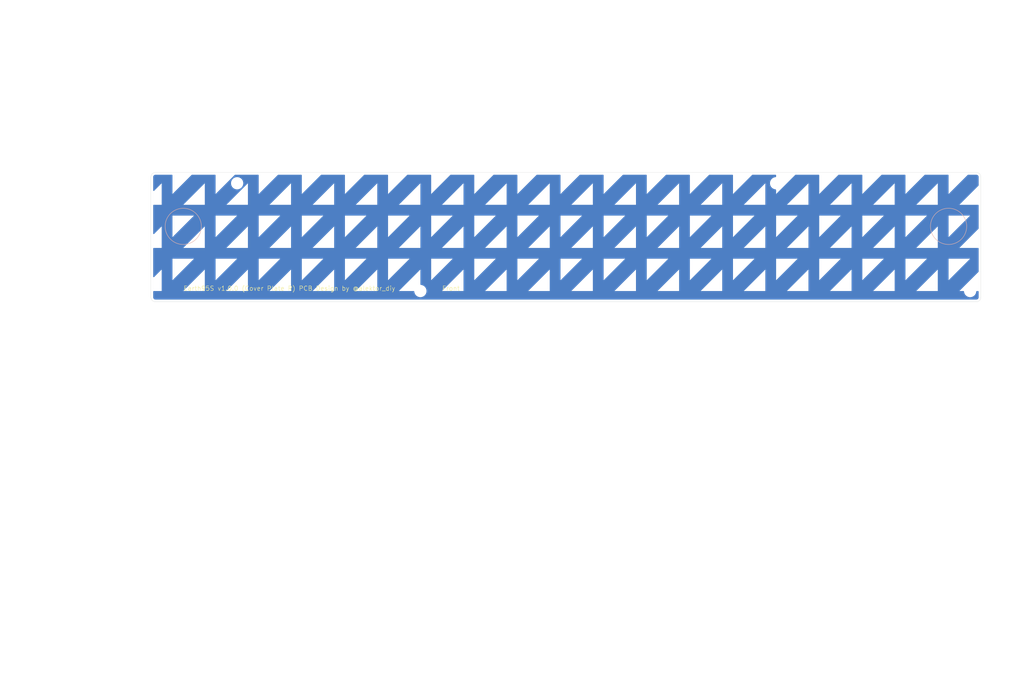
<source format=kicad_pcb>
(kicad_pcb (version 20240108) (generator "pcbnew") (generator_version "8.0")
  (layers (0 "F.Cu" signal) (31 "B.Cu" signal) (34 "B.Paste" user) (35 "F.Paste" user) (36 "B.SilkS" user "B.Silkscreen") (37 "F.SilkS" user "F.Silkscreen") (38 "B.Mask" user) (39 "F.Mask" user) (44 "Edge.Cuts" user))
  (net 0 "")
  (footprint "kbd_Hole:m2_Screw_Hole" (layer "F.Cu") (at 92.86875 50.00625)
    (property "Reference" "Ref**" (hide yes))
    (property "Value" "Val**" (hide yes))
    (pad "" np_thru_hole circle (at 0 0) (size 2.2 2.2) (drill 2.2) (layers "*.Cu" "*.Mask"))
  )
  (footprint "kbd_Hole:m2_Screw_Hole" (layer "F.Cu") (at 214.3125 50.00625)
    (property "Reference" "Ref**" (hide yes))
    (property "Value" "Val**" (hide yes))
    (pad "" np_thru_hole circle (at 0 0) (size 2.2 2.2) (drill 2.2) (layers "*.Cu" "*.Mask"))
  )
  (footprint "kbd_Hole:m2_Screw_Hole" (layer "F.Cu") (at 171.45 26.19375)
    (property "Reference" "Ref**" (hide yes))
    (property "Value" "Val**" (hide yes))
    (pad "" np_thru_hole circle (at 0 0) (size 2.2 2.2) (drill 2.2) (layers "*.Cu" "*.Mask"))
  )
  (footprint "kbd_Hole:m2_Screw_Hole" (layer "F.Cu") (at 52.3875 26.19375)
    (property "Reference" "Ref**" (hide yes))
    (property "Value" "Val**" (hide yes))
    (pad "" np_thru_hole circle (at 0 0) (size 2.2 2.2) (drill 2.2) (layers "*.Cu" "*.Mask"))
  )
  (gr_circle (center 40.48125 35.71875) (end 44.48125 35.71875) (stroke (width 0.1)) (fill none) (layer "B.SilkS"))
  (gr_circle (center 209.55 35.71875) (end 209.55 39.71875) (stroke (width 0.1)) (fill none) (layer "B.SilkS"))
  (gr_arc (start 34.3375 52.3875) (mid 33.630393 52.094607) (end 33.3375 51.3875) (stroke (width 0.05)) (layer "Edge.Cuts"))
  (gr_arc (start 33.3375 24.8125) (mid 33.630393 24.105393) (end 34.3375 23.8125) (stroke (width 0.05)) (layer "Edge.Cuts"))
  (gr_arc (start 215.69375 23.8125) (mid 216.400857 24.105393) (end 216.69375 24.8125) (stroke (width 0.05)) (layer "Edge.Cuts"))
  (gr_line (start 216.69375 51.3875) (end 216.69375 24.8125) (stroke (width 0.05)) (layer "Edge.Cuts"))
  (gr_line (start 215.69375 52.3875) (end 34.3375 52.3875) (stroke (width 0.05)) (layer "Edge.Cuts"))
  (gr_line (start 215.69375 23.8125) (end 34.3375 23.8125) (stroke (width 0.05)) (layer "Edge.Cuts"))
  (gr_line (start 33.3375 24.8125) (end 33.3375 51.3875) (stroke (width 0.05)) (layer "Edge.Cuts"))
  (gr_arc (start 216.69375 51.3875) (mid 216.400857 52.094607) (end 215.69375 52.3875) (stroke (width 0.05)) (layer "Edge.Cuts"))
  (gr_text "Earth95S v1.0.0 (Cover Plate R) PCB Design by @alektor_diy" (at 40.48125 50.00625 0) (layer "F.SilkS") (effects (font (size 1 1) (thickness 0.1)) (justify left bottom)))
  (gr_text "Front" (at 97.63125 50.00625 0) (layer "F.SilkS") (effects (font (size 1 1) (thickness 0.1)) (justify left bottom)))
  (zone (net 0) (net_name "") (layer "B.Cu") (connect_pads (clearance 0)) (min_thickness 0.25)
    (keepout (tracks allowed) (vias allowed) (pads allowed) (copperpour not_allowed) (footprints allowed))
    (fill (thermal_gap 0.5) (thermal_bridge_width 0.5))
    (polygon (pts (xy 197.64375 16.66875) (xy 192.88125 21.43125) (xy 197.64375 21.43125)))
  )
  (zone (net 0) (net_name "") (layer "B.Cu") (connect_pads (clearance 0)) (min_thickness 0.25)
    (keepout (tracks allowed) (vias allowed) (pads allowed) (copperpour not_allowed) (footprints allowed))
    (fill (thermal_gap 0.5) (thermal_bridge_width 0.5))
    (polygon (pts (xy 171.45 109.5375) (xy 171.45 114.3) (xy 176.2125 109.5375)))
  )
  (zone (net 0) (net_name "") (layer "B.Cu") (connect_pads (clearance 0)) (min_thickness 0.25)
    (keepout (tracks allowed) (vias allowed) (pads allowed) (copperpour not_allowed) (footprints allowed))
    (fill (thermal_gap 0.5) (thermal_bridge_width 0.5))
    (polygon (pts (xy 35.71875 -11.90625) (xy 30.95625 -7.14375) (xy 35.71875 -7.14375)))
  )
  (zone (net 0) (net_name "") (layer "B.Cu") (connect_pads (clearance 0)) (min_thickness 0.25)
    (keepout (tracks allowed) (vias allowed) (pads allowed) (copperpour not_allowed) (footprints allowed))
    (fill (thermal_gap 0.5) (thermal_bridge_width 0.5))
    (polygon (pts (xy 190.5 128.5875) (xy 190.5 133.35) (xy 195.2625 128.5875)))
  )
  (zone (net 0) (net_name "") (layer "B.Cu") (connect_pads (clearance 0)) (min_thickness 0.25)
    (keepout (tracks allowed) (vias allowed) (pads allowed) (copperpour not_allowed) (footprints allowed))
    (fill (thermal_gap 0.5) (thermal_bridge_width 0.5))
    (polygon (pts (xy 171.45 42.8625) (xy 171.45 47.625) (xy 176.2125 42.8625)))
  )
  (zone (net 0) (net_name "") (layer "B.Cu") (connect_pads (clearance 0)) (min_thickness 0.25)
    (keepout (tracks allowed) (vias allowed) (pads allowed) (copperpour not_allowed) (footprints allowed))
    (fill (thermal_gap 0.5) (thermal_bridge_width 0.5))
    (polygon (pts (xy 159.54375 92.86875) (xy 154.78125 97.63125) (xy 159.54375 97.63125)))
  )
  (zone (net 0) (net_name "") (layer "B.Cu") (connect_pads (clearance 0)) (min_thickness 0.25)
    (keepout (tracks allowed) (vias allowed) (pads allowed) (copperpour not_allowed) (footprints allowed))
    (fill (thermal_gap 0.5) (thermal_bridge_width 0.5))
    (polygon (pts (xy 152.4 42.8625) (xy 152.4 47.625) (xy 157.1625 42.8625)))
  )
  (zone (net 0) (net_name "") (layer "B.Cu") (connect_pads (clearance 0)) (min_thickness 0.25)
    (keepout (tracks allowed) (vias allowed) (pads allowed) (copperpour not_allowed) (footprints allowed))
    (fill (thermal_gap 0.5) (thermal_bridge_width 0.5))
    (polygon (pts (xy 26.19375 102.39375) (xy 21.43125 107.15625) (xy 26.19375 107.15625)))
  )
  (zone (net 0) (net_name "") (layer "B.Cu") (connect_pads (clearance 0)) (min_thickness 0.25)
    (keepout (tracks allowed) (vias allowed) (pads allowed) (copperpour not_allowed) (footprints allowed))
    (fill (thermal_gap 0.5) (thermal_bridge_width 0.5))
    (polygon (pts (xy 76.2 61.9125) (xy 76.2 66.675) (xy 80.9625 61.9125)))
  )
  (zone (net 0) (net_name "") (layer "B.Cu") (connect_pads (clearance 0)) (min_thickness 0.25)
    (keepout (tracks allowed) (vias allowed) (pads allowed) (copperpour not_allowed) (footprints allowed))
    (fill (thermal_gap 0.5) (thermal_bridge_width 0.5))
    (polygon (pts (xy 47.625 109.5375) (xy 47.625 114.3) (xy 52.3875 109.5375)))
  )
  (zone (net 0) (net_name "") (layer "B.Cu") (connect_pads (clearance 0)) (min_thickness 0.25)
    (keepout (tracks allowed) (vias allowed) (pads allowed) (copperpour not_allowed) (footprints allowed))
    (fill (thermal_gap 0.5) (thermal_bridge_width 0.5))
    (polygon (pts (xy 142.875 -14.2875) (xy 142.875 -9.525) (xy 147.6375 -14.2875)))
  )
  (zone (net 0) (net_name "") (layer "B.Cu") (connect_pads (clearance 0)) (min_thickness 0.25)
    (keepout (tracks allowed) (vias allowed) (pads allowed) (copperpour not_allowed) (footprints allowed))
    (fill (thermal_gap 0.5) (thermal_bridge_width 0.5))
    (polygon (pts (xy 92.86875 64.29375) (xy 88.10625 69.05625) (xy 92.86875 69.05625)))
  )
  (zone (net 0) (net_name "") (layer "B.Cu") (connect_pads (clearance 0)) (min_thickness 0.25)
    (keepout (tracks allowed) (vias allowed) (pads allowed) (copperpour not_allowed) (footprints allowed))
    (fill (thermal_gap 0.5) (thermal_bridge_width 0.5))
    (polygon (pts (xy 83.34375 16.66875) (xy 78.58125 21.43125) (xy 83.34375 21.43125)))
  )
  (zone (net 0) (net_name "") (layer "B.Cu") (connect_pads (clearance 0)) (min_thickness 0.25)
    (keepout (tracks allowed) (vias allowed) (pads allowed) (copperpour not_allowed) (footprints allowed))
    (fill (thermal_gap 0.5) (thermal_bridge_width 0.5))
    (polygon (pts (xy 104.775 42.8625) (xy 104.775 47.625) (xy 109.5375 42.8625)))
  )
  (zone (net 0) (net_name "") (layer "B.Cu") (connect_pads (clearance 0)) (min_thickness 0.25)
    (keepout (tracks allowed) (vias allowed) (pads allowed) (copperpour not_allowed) (footprints allowed))
    (fill (thermal_gap 0.5) (thermal_bridge_width 0.5))
    (polygon (pts (xy 150.01875 -2.38125) (xy 145.25625 2.38125) (xy 150.01875 2.38125)))
  )
  (zone (net 0) (net_name "") (layer "B.Cu") (connect_pads (clearance 0)) (min_thickness 0.25)
    (keepout (tracks allowed) (vias allowed) (pads allowed) (copperpour not_allowed) (footprints allowed))
    (fill (thermal_gap 0.5) (thermal_bridge_width 0.5))
    (polygon (pts (xy 85.725 52.3875) (xy 85.725 57.15) (xy 90.4875 52.3875)))
  )
  (zone (net 0) (net_name "") (layer "B.Cu") (connect_pads (clearance 0)) (min_thickness 0.25)
    (keepout (tracks allowed) (vias allowed) (pads allowed) (copperpour not_allowed) (footprints allowed))
    (fill (thermal_gap 0.5) (thermal_bridge_width 0.5))
    (polygon (pts (xy 54.76875 16.66875) (xy 50.00625 21.43125) (xy 54.76875 21.43125)))
  )
  (zone (net 0) (net_name "") (layer "B.Cu") (connect_pads (clearance 0)) (min_thickness 0.25)
    (keepout (tracks allowed) (vias allowed) (pads allowed) (copperpour not_allowed) (footprints allowed))
    (fill (thermal_gap 0.5) (thermal_bridge_width 0.5))
    (polygon (pts (xy 216.69375 111.91875) (xy 211.93125 116.68125) (xy 216.69375 116.68125)))
  )
  (zone (net 0) (net_name "") (layer "B.Cu") (connect_pads (clearance 0)) (min_thickness 0.25)
    (keepout (tracks allowed) (vias allowed) (pads allowed) (copperpour not_allowed) (footprints allowed))
    (fill (thermal_gap 0.5) (thermal_bridge_width 0.5))
    (polygon (pts (xy 85.725 90.4875) (xy 85.725 95.25) (xy 90.4875 90.4875)))
  )
  (zone (net 0) (net_name "") (layer "B.Cu") (connect_pads (clearance 0)) (min_thickness 0.25)
    (keepout (tracks allowed) (vias allowed) (pads allowed) (copperpour not_allowed) (footprints allowed))
    (fill (thermal_gap 0.5) (thermal_bridge_width 0.5))
    (polygon (pts (xy 169.06875 7.14375) (xy 164.30625 11.90625) (xy 169.06875 11.90625)))
  )
  (zone (net 0) (net_name "") (layer "B.Cu") (connect_pads (clearance 0)) (min_thickness 0.25)
    (keepout (tracks allowed) (vias allowed) (pads allowed) (copperpour not_allowed) (footprints allowed))
    (fill (thermal_gap 0.5) (thermal_bridge_width 0.5))
    (polygon (pts (xy 64.29375 -11.90625) (xy 59.53125 -7.14375) (xy 64.29375 -7.14375)))
  )
  (zone (net 0) (net_name "") (layer "B.Cu") (connect_pads (clearance 0)) (min_thickness 0.25)
    (keepout (tracks allowed) (vias allowed) (pads allowed) (copperpour not_allowed) (footprints allowed))
    (fill (thermal_gap 0.5) (thermal_bridge_width 0.5))
    (polygon (pts (xy 54.76875 64.29375) (xy 50.00625 69.05625) (xy 54.76875 69.05625)))
  )
  (zone (net 0) (net_name "") (layer "B.Cu") (connect_pads (clearance 0)) (min_thickness 0.25)
    (keepout (tracks allowed) (vias allowed) (pads allowed) (copperpour not_allowed) (footprints allowed))
    (fill (thermal_gap 0.5) (thermal_bridge_width 0.5))
    (polygon (pts (xy 178.59375 121.44375) (xy 173.83125 126.20625) (xy 178.59375 126.20625)))
  )
  (zone (net 0) (net_name "") (layer "B.Cu") (connect_pads (clearance 0)) (min_thickness 0.25)
    (keepout (tracks allowed) (vias allowed) (pads allowed) (copperpour not_allowed) (footprints allowed))
    (fill (thermal_gap 0.5) (thermal_bridge_width 0.5))
    (polygon (pts (xy 45.24375 26.19375) (xy 40.48125 30.95625) (xy 45.24375 30.95625)))
  )
  (zone (net 0) (net_name "") (layer "B.Cu") (connect_pads (clearance 0)) (min_thickness 0.25)
    (keepout (tracks allowed) (vias allowed) (pads allowed) (copperpour not_allowed) (footprints allowed))
    (fill (thermal_gap 0.5) (thermal_bridge_width 0.5))
    (polygon (pts (xy 207.16875 111.91875) (xy 202.40625 116.68125) (xy 207.16875 116.68125)))
  )
  (zone (net 0) (net_name "") (layer "B.Cu") (connect_pads (clearance 0)) (min_thickness 0.25)
    (keepout (tracks allowed) (vias allowed) (pads allowed) (copperpour not_allowed) (footprints allowed))
    (fill (thermal_gap 0.5) (thermal_bridge_width 0.5))
    (polygon (pts (xy 57.15 61.9125) (xy 57.15 66.675) (xy 61.9125 61.9125)))
  )
  (zone (net 0) (net_name "") (layer "B.Cu") (connect_pads (clearance 0)) (min_thickness 0.25)
    (keepout (tracks allowed) (vias allowed) (pads allowed) (copperpour not_allowed) (footprints allowed))
    (fill (thermal_gap 0.5) (thermal_bridge_width 0.5))
    (polygon (pts (xy 95.25 23.8125) (xy 95.25 28.575) (xy 100.0125 23.8125)))
  )
  (zone (net 0) (net_name "") (layer "B.Cu") (connect_pads (clearance 0)) (min_thickness 0.25)
    (keepout (tracks allowed) (vias allowed) (pads allowed) (copperpour not_allowed) (footprints allowed))
    (fill (thermal_gap 0.5) (thermal_bridge_width 0.5))
    (polygon (pts (xy 209.55 -14.2875) (xy 209.55 -9.525) (xy 214.3125 -14.2875)))
  )
  (zone (net 0) (net_name "") (layer "B.Cu") (connect_pads (clearance 0)) (min_thickness 0.25)
    (keepout (tracks allowed) (vias allowed) (pads allowed) (copperpour not_allowed) (footprints allowed))
    (fill (thermal_gap 0.5) (thermal_bridge_width 0.5))
    (polygon (pts (xy 130.96875 73.81875) (xy 126.20625 78.58125) (xy 130.96875 78.58125)))
  )
  (zone (net 0) (net_name "") (layer "B.Cu") (connect_pads (clearance 0)) (min_thickness 0.25)
    (keepout (tracks allowed) (vias allowed) (pads allowed) (copperpour not_allowed) (footprints allowed))
    (fill (thermal_gap 0.5) (thermal_bridge_width 0.5))
    (polygon (pts (xy 226.21875 16.66875) (xy 221.45625 21.43125) (xy 226.21875 21.43125)))
  )
  (zone (net 0) (net_name "") (layer "B.Cu") (connect_pads (clearance 0)) (min_thickness 0.25)
    (keepout (tracks allowed) (vias allowed) (pads allowed) (copperpour not_allowed) (footprints allowed))
    (fill (thermal_gap 0.5) (thermal_bridge_width 0.5))
    (polygon (pts (xy 219.075 33.3375) (xy 219.075 38.1) (xy 223.8375 33.3375)))
  )
  (zone (net 0) (net_name "") (layer "B.Cu") (connect_pads (clearance 0)) (min_thickness 0.25)
    (keepout (tracks allowed) (vias allowed) (pads allowed) (copperpour not_allowed) (footprints allowed))
    (fill (thermal_gap 0.5) (thermal_bridge_width 0.5))
    (polygon (pts (xy 45.24375 130.96875) (xy 40.48125 135.73125) (xy 45.24375 135.73125)))
  )
  (zone (net 0) (net_name "") (layer "B.Cu") (connect_pads (clearance 0)) (min_thickness 0.25)
    (keepout (tracks allowed) (vias allowed) (pads allowed) (copperpour not_allowed) (footprints allowed))
    (fill (thermal_gap 0.5) (thermal_bridge_width 0.5))
    (polygon (pts (xy 47.625 14.2875) (xy 47.625 19.05) (xy 52.3875 14.2875)))
  )
  (zone (net 0) (net_name "") (layer "B.Cu") (connect_pads (clearance 0)) (min_thickness 0.25)
    (keepout (tracks allowed) (vias allowed) (pads allowed) (copperpour not_allowed) (footprints allowed))
    (fill (thermal_gap 0.5) (thermal_bridge_width 0.5))
    (polygon (pts (xy 54.76875 130.96875) (xy 50.00625 135.73125) (xy 54.76875 135.73125)))
  )
  (zone (net 0) (net_name "") (layer "B.Cu") (connect_pads (clearance 0)) (min_thickness 0.25)
    (keepout (tracks allowed) (vias allowed) (pads allowed) (copperpour not_allowed) (footprints allowed))
    (fill (thermal_gap 0.5) (thermal_bridge_width 0.5))
    (polygon (pts (xy 0 -4.7625) (xy 0 0) (xy 4.7625 -4.7625)))
  )
  (zone (net 0) (net_name "") (layer "B.Cu") (connect_pads (clearance 0)) (min_thickness 0.25)
    (keepout (tracks allowed) (vias allowed) (pads allowed) (copperpour not_allowed) (footprints allowed))
    (fill (thermal_gap 0.5) (thermal_bridge_width 0.5))
    (polygon (pts (xy 114.3 119.0625) (xy 114.3 123.825) (xy 119.0625 119.0625)))
  )
  (zone (net 0) (net_name "") (layer "B.Cu") (connect_pads (clearance 0)) (min_thickness 0.25)
    (keepout (tracks allowed) (vias allowed) (pads allowed) (copperpour not_allowed) (footprints allowed))
    (fill (thermal_gap 0.5) (thermal_bridge_width 0.5))
    (polygon (pts (xy 219.075 23.8125) (xy 219.075 28.575) (xy 223.8375 23.8125)))
  )
  (zone (net 0) (net_name "") (layer "B.Cu") (connect_pads (clearance 0)) (min_thickness 0.25)
    (keepout (tracks allowed) (vias allowed) (pads allowed) (copperpour not_allowed) (footprints allowed))
    (fill (thermal_gap 0.5) (thermal_bridge_width 0.5))
    (polygon (pts (xy 111.91875 92.86875) (xy 107.15625 97.63125) (xy 111.91875 97.63125)))
  )
  (zone (net 0) (net_name "") (layer "B.Cu") (connect_pads (clearance 0)) (min_thickness 0.25)
    (keepout (tracks allowed) (vias allowed) (pads allowed) (copperpour not_allowed) (footprints allowed))
    (fill (thermal_gap 0.5) (thermal_bridge_width 0.5))
    (polygon (pts (xy 38.1 -4.7625) (xy 38.1 0) (xy 42.8625 -4.7625)))
  )
  (zone (net 0) (net_name "") (layer "B.Cu") (connect_pads (clearance 0)) (min_thickness 0.25)
    (keepout (tracks allowed) (vias allowed) (pads allowed) (copperpour not_allowed) (footprints allowed))
    (fill (thermal_gap 0.5) (thermal_bridge_width 0.5))
    (polygon (pts (xy 57.15 109.5375) (xy 57.15 114.3) (xy 61.9125 109.5375)))
  )
  (zone (net 0) (net_name "") (layer "B.Cu") (connect_pads (clearance 0)) (min_thickness 0.25)
    (keepout (tracks allowed) (vias allowed) (pads allowed) (copperpour not_allowed) (footprints allowed))
    (fill (thermal_gap 0.5) (thermal_bridge_width 0.5))
    (polygon (pts (xy 190.5 -14.2875) (xy 190.5 -9.525) (xy 195.2625 -14.2875)))
  )
  (zone (net 0) (net_name "") (layer "B.Cu") (connect_pads (clearance 0)) (min_thickness 0.25)
    (keepout (tracks allowed) (vias allowed) (pads allowed) (copperpour not_allowed) (footprints allowed))
    (fill (thermal_gap 0.5) (thermal_bridge_width 0.5))
    (polygon (pts (xy 0 52.3875) (xy 0 57.15) (xy 4.7625 52.3875)))
  )
  (zone (net 0) (net_name "") (layer "B.Cu") (connect_pads (clearance 0)) (min_thickness 0.25)
    (keepout (tracks allowed) (vias allowed) (pads allowed) (copperpour not_allowed) (footprints allowed))
    (fill (thermal_gap 0.5) (thermal_bridge_width 0.5))
    (polygon (pts (xy 207.16875 121.44375) (xy 202.40625 126.20625) (xy 207.16875 126.20625)))
  )
  (zone (net 0) (net_name "") (layer "B.Cu") (connect_pads (clearance 0)) (min_thickness 0.25)
    (keepout (tracks allowed) (vias allowed) (pads allowed) (copperpour not_allowed) (footprints allowed))
    (fill (thermal_gap 0.5) (thermal_bridge_width 0.5))
    (polygon (pts (xy 76.2 14.2875) (xy 76.2 19.05) (xy 80.9625 14.2875)))
  )
  (zone (net 0) (net_name "") (layer "B.Cu") (connect_pads (clearance 0)) (min_thickness 0.25)
    (keepout (tracks allowed) (vias allowed) (pads allowed) (copperpour not_allowed) (footprints allowed))
    (fill (thermal_gap 0.5) (thermal_bridge_width 0.5))
    (polygon (pts (xy 0 4.7625) (xy 0 9.525) (xy 4.7625 4.7625)))
  )
  (zone (net 0) (net_name "") (layer "B.Cu") (connect_pads (clearance 0)) (min_thickness 0.25)
    (keepout (tracks allowed) (vias allowed) (pads allowed) (copperpour not_allowed) (footprints allowed))
    (fill (thermal_gap 0.5) (thermal_bridge_width 0.5))
    (polygon (pts (xy 35.71875 54.76875) (xy 30.95625 59.53125) (xy 35.71875 59.53125)))
  )
  (zone (net 0) (net_name "") (layer "B.Cu") (connect_pads (clearance 0)) (min_thickness 0.25)
    (keepout (tracks allowed) (vias allowed) (pads allowed) (copperpour not_allowed) (footprints allowed))
    (fill (thermal_gap 0.5) (thermal_bridge_width 0.5))
    (polygon (pts (xy 16.66875 35.71875) (xy 11.90625 40.48125) (xy 16.66875 40.48125)))
  )
  (zone (net 0) (net_name "") (layer "B.Cu") (connect_pads (clearance 0)) (min_thickness 0.25)
    (keepout (tracks allowed) (vias allowed) (pads allowed) (copperpour not_allowed) (footprints allowed))
    (fill (thermal_gap 0.5) (thermal_bridge_width 0.5))
    (polygon (pts (xy 28.575 90.4875) (xy 28.575 95.25) (xy 33.3375 90.4875)))
  )
  (zone (net 0) (net_name "") (layer "B.Cu") (connect_pads (clearance 0)) (min_thickness 0.25)
    (keepout (tracks allowed) (vias allowed) (pads allowed) (copperpour not_allowed) (footprints allowed))
    (fill (thermal_gap 0.5) (thermal_bridge_width 0.5))
    (polygon (pts (xy 16.66875 130.96875) (xy 11.90625 135.73125) (xy 16.66875 135.73125)))
  )
  (zone (net 0) (net_name "") (layer "B.Cu") (connect_pads (clearance 0)) (min_thickness 0.25)
    (keepout (tracks allowed) (vias allowed) (pads allowed) (copperpour not_allowed) (footprints allowed))
    (fill (thermal_gap 0.5) (thermal_bridge_width 0.5))
    (polygon (pts (xy 161.925 -4.7625) (xy 161.925 0) (xy 166.6875 -4.7625)))
  )
  (zone (net 0) (net_name "") (layer "B.Cu") (connect_pads (clearance 0)) (min_thickness 0.25)
    (keepout (tracks allowed) (vias allowed) (pads allowed) (copperpour not_allowed) (footprints allowed))
    (fill (thermal_gap 0.5) (thermal_bridge_width 0.5))
    (polygon (pts (xy 66.675 119.0625) (xy 66.675 123.825) (xy 71.4375 119.0625)))
  )
  (zone (net 0) (net_name "") (layer "B.Cu") (connect_pads (clearance 0)) (min_thickness 0.25)
    (keepout (tracks allowed) (vias allowed) (pads allowed) (copperpour not_allowed) (footprints allowed))
    (fill (thermal_gap 0.5) (thermal_bridge_width 0.5))
    (polygon (pts (xy 66.675 128.5875) (xy 66.675 133.35) (xy 71.4375 128.5875)))
  )
  (zone (net 0) (net_name "") (layer "B.Cu") (connect_pads (clearance 0)) (min_thickness 0.25)
    (keepout (tracks allowed) (vias allowed) (pads allowed) (copperpour not_allowed) (footprints allowed))
    (fill (thermal_gap 0.5) (thermal_bridge_width 0.5))
    (polygon (pts (xy 159.54375 130.96875) (xy 154.78125 135.73125) (xy 159.54375 135.73125)))
  )
  (zone (net 0) (net_name "") (layer "B.Cu") (connect_pads (clearance 0)) (min_thickness 0.25)
    (keepout (tracks allowed) (vias allowed) (pads allowed) (copperpour not_allowed) (footprints allowed))
    (fill (thermal_gap 0.5) (thermal_bridge_width 0.5))
    (polygon (pts (xy 216.69375 121.44375) (xy 211.93125 126.20625) (xy 216.69375 126.20625)))
  )
  (zone (net 0) (net_name "") (layer "B.Cu") (connect_pads (clearance 0)) (min_thickness 0.25)
    (keepout (tracks allowed) (vias allowed) (pads allowed) (copperpour not_allowed) (footprints allowed))
    (fill (thermal_gap 0.5) (thermal_bridge_width 0.5))
    (polygon (pts (xy 123.825 109.5375) (xy 123.825 114.3) (xy 128.5875 109.5375)))
  )
  (zone (net 0) (net_name "") (layer "B.Cu") (connect_pads (clearance 0)) (min_thickness 0.25)
    (keepout (tracks allowed) (vias allowed) (pads allowed) (copperpour not_allowed) (footprints allowed))
    (fill (thermal_gap 0.5) (thermal_bridge_width 0.5))
    (polygon (pts (xy 216.69375 45.24375) (xy 211.93125 50.00625) (xy 216.69375 50.00625)))
  )
  (zone (net 0) (net_name "") (layer "B.Cu") (connect_pads (clearance 0)) (min_thickness 0.25)
    (keepout (tracks allowed) (vias allowed) (pads allowed) (copperpour not_allowed) (footprints allowed))
    (fill (thermal_gap 0.5) (thermal_bridge_width 0.5))
    (polygon (pts (xy 140.49375 -11.90625) (xy 135.73125 -7.14375) (xy 140.49375 -7.14375)))
  )
  (zone (net 0) (net_name "") (layer "B.Cu") (connect_pads (clearance 0)) (min_thickness 0.25)
    (keepout (tracks allowed) (vias allowed) (pads allowed) (copperpour not_allowed) (footprints allowed))
    (fill (thermal_gap 0.5) (thermal_bridge_width 0.5))
    (polygon (pts (xy 152.4 119.0625) (xy 152.4 123.825) (xy 157.1625 119.0625)))
  )
  (zone (net 0) (net_name "") (layer "B.Cu") (connect_pads (clearance 0)) (min_thickness 0.25)
    (keepout (tracks allowed) (vias allowed) (pads allowed) (copperpour not_allowed) (footprints allowed))
    (fill (thermal_gap 0.5) (thermal_bridge_width 0.5))
    (polygon (pts (xy 104.775 80.9625) (xy 104.775 85.725) (xy 109.5375 80.9625)))
  )
  (zone (net 0) (net_name "") (layer "B.Cu") (connect_pads (clearance 0)) (min_thickness 0.25)
    (keepout (tracks allowed) (vias allowed) (pads allowed) (copperpour not_allowed) (footprints allowed))
    (fill (thermal_gap 0.5) (thermal_bridge_width 0.5))
    (polygon (pts (xy 152.4 52.3875) (xy 152.4 57.15) (xy 157.1625 52.3875)))
  )
  (zone (net 0) (net_name "") (layer "B.Cu") (connect_pads (clearance 0)) (min_thickness 0.25)
    (keepout (tracks allowed) (vias allowed) (pads allowed) (copperpour not_allowed) (footprints allowed))
    (fill (thermal_gap 0.5) (thermal_bridge_width 0.5))
    (polygon (pts (xy 73.81875 -2.38125) (xy 69.05625 2.38125) (xy 73.81875 2.38125)))
  )
  (zone (net 0) (net_name "") (layer "B.Cu") (connect_pads (clearance 0)) (min_thickness 0.25)
    (keepout (tracks allowed) (vias allowed) (pads allowed) (copperpour not_allowed) (footprints allowed))
    (fill (thermal_gap 0.5) (thermal_bridge_width 0.5))
    (polygon (pts (xy 123.825 -14.2875) (xy 123.825 -9.525) (xy 128.5875 -14.2875)))
  )
  (zone (net 0) (net_name "") (layer "B.Cu") (connect_pads (clearance 0)) (min_thickness 0.25)
    (keepout (tracks allowed) (vias allowed) (pads allowed) (copperpour not_allowed) (footprints allowed))
    (fill (thermal_gap 0.5) (thermal_bridge_width 0.5))
    (polygon (pts (xy 57.15 -14.2875) (xy 57.15 -9.525) (xy 61.9125 -14.2875)))
  )
  (zone (net 0) (net_name "") (layer "B.Cu") (connect_pads (clearance 0.5)) (min_thickness 0.25) (fill yes (thermal_gap 0.5) (thermal_bridge_width 0.5) (island_removal_mode 1) (island_area_min 10))
    (polygon (pts (xy 30.95625 21.43125) (xy 30.95625 54.76875) (xy 219.075 54.76875) (xy 219.075 21.43125)))
  )
  (zone (net 0) (net_name "") (layer "B.Cu") (connect_pads (clearance 0)) (min_thickness 0.25)
    (keepout (tracks allowed) (vias allowed) (pads allowed) (copperpour not_allowed) (footprints allowed))
    (fill (thermal_gap 0.5) (thermal_bridge_width 0.5))
    (polygon (pts (xy 159.54375 26.19375) (xy 154.78125 30.95625) (xy 159.54375 30.95625)))
  )
  (zone (net 0) (net_name "") (layer "B.Cu") (connect_pads (clearance 0)) (min_thickness 0.25)
    (keepout (tracks allowed) (vias allowed) (pads allowed) (copperpour not_allowed) (footprints allowed))
    (fill (thermal_gap 0.5) (thermal_bridge_width 0.5))
    (polygon (pts (xy 150.01875 102.39375) (xy 145.25625 107.15625) (xy 150.01875 107.15625)))
  )
  (zone (net 0) (net_name "") (layer "B.Cu") (connect_pads (clearance 0)) (min_thickness 0.25)
    (keepout (tracks allowed) (vias allowed) (pads allowed) (copperpour not_allowed) (footprints allowed))
    (fill (thermal_gap 0.5) (thermal_bridge_width 0.5))
    (polygon (pts (xy 47.625 128.5875) (xy 47.625 133.35) (xy 52.3875 128.5875)))
  )
  (zone (net 0) (net_name "") (layer "B.Cu") (connect_pads (clearance 0)) (min_thickness 0.25)
    (keepout (tracks allowed) (vias allowed) (pads allowed) (copperpour not_allowed) (footprints allowed))
    (fill (thermal_gap 0.5) (thermal_bridge_width 0.5))
    (polygon (pts (xy 66.675 23.8125) (xy 66.675 28.575) (xy 71.4375 23.8125)))
  )
  (zone (net 0) (net_name "") (layer "B.Cu") (connect_pads (clearance 0)) (min_thickness 0.25)
    (keepout (tracks allowed) (vias allowed) (pads allowed) (copperpour not_allowed) (footprints allowed))
    (fill (thermal_gap 0.5) (thermal_bridge_width 0.5))
    (polygon (pts (xy 47.625 80.9625) (xy 47.625 85.725) (xy 52.3875 80.9625)))
  )
  (zone (net 0) (net_name "") (layer "B.Cu") (connect_pads (clearance 0)) (min_thickness 0.25)
    (keepout (tracks allowed) (vias allowed) (pads allowed) (copperpour not_allowed) (footprints allowed))
    (fill (thermal_gap 0.5) (thermal_bridge_width 0.5))
    (polygon (pts (xy 169.06875 35.71875) (xy 164.30625 40.48125) (xy 169.06875 40.48125)))
  )
  (zone (net 0) (net_name "") (layer "B.Cu") (connect_pads (clearance 0)) (min_thickness 0.25)
    (keepout (tracks allowed) (vias allowed) (pads allowed) (copperpour not_allowed) (footprints allowed))
    (fill (thermal_gap 0.5) (thermal_bridge_width 0.5))
    (polygon (pts (xy 140.49375 130.96875) (xy 135.73125 135.73125) (xy 140.49375 135.73125)))
  )
  (zone (net 0) (net_name "") (layer "B.Cu") (connect_pads (clearance 0)) (min_thickness 0.25)
    (keepout (tracks allowed) (vias allowed) (pads allowed) (copperpour not_allowed) (footprints allowed))
    (fill (thermal_gap 0.5) (thermal_bridge_width 0.5))
    (polygon (pts (xy 161.925 90.4875) (xy 161.925 95.25) (xy 166.6875 90.4875)))
  )
  (zone (net 0) (net_name "") (layer "B.Cu") (connect_pads (clearance 0)) (min_thickness 0.25)
    (keepout (tracks allowed) (vias allowed) (pads allowed) (copperpour not_allowed) (footprints allowed))
    (fill (thermal_gap 0.5) (thermal_bridge_width 0.5))
    (polygon (pts (xy 28.575 80.9625) (xy 28.575 85.725) (xy 33.3375 80.9625)))
  )
  (zone (net 0) (net_name "") (layer "B.Cu") (connect_pads (clearance 0)) (min_thickness 0.25)
    (keepout (tracks allowed) (vias allowed) (pads allowed) (copperpour not_allowed) (footprints allowed))
    (fill (thermal_gap 0.5) (thermal_bridge_width 0.5))
    (polygon (pts (xy 169.06875 121.44375) (xy 164.30625 126.20625) (xy 169.06875 126.20625)))
  )
  (zone (net 0) (net_name "") (layer "B.Cu") (connect_pads (clearance 0)) (min_thickness 0.25)
    (keepout (tracks allowed) (vias allowed) (pads allowed) (copperpour not_allowed) (footprints allowed))
    (fill (thermal_gap 0.5) (thermal_bridge_width 0.5))
    (polygon (pts (xy 121.44375 73.81875) (xy 116.68125 78.58125) (xy 121.44375 78.58125)))
  )
  (zone (net 0) (net_name "") (layer "B.Cu") (connect_pads (clearance 0)) (min_thickness 0.25)
    (keepout (tracks allowed) (vias allowed) (pads allowed) (copperpour not_allowed) (footprints allowed))
    (fill (thermal_gap 0.5) (thermal_bridge_width 0.5))
    (polygon (pts (xy 35.71875 35.71875) (xy 30.95625 40.48125) (xy 35.71875 40.48125)))
  )
  (zone (net 0) (net_name "") (layer "B.Cu") (connect_pads (clearance 0)) (min_thickness 0.25)
    (keepout (tracks allowed) (vias allowed) (pads allowed) (copperpour not_allowed) (footprints allowed))
    (fill (thermal_gap 0.5) (thermal_bridge_width 0.5))
    (polygon (pts (xy 102.39375 102.39375) (xy 97.63125 107.15625) (xy 102.39375 107.15625)))
  )
  (zone (net 0) (net_name "") (layer "B.Cu") (connect_pads (clearance 0)) (min_thickness 0.25)
    (keepout (tracks allowed) (vias allowed) (pads allowed) (copperpour not_allowed) (footprints allowed))
    (fill (thermal_gap 0.5) (thermal_bridge_width 0.5))
    (polygon (pts (xy 7.14375 102.39375) (xy 2.38125 107.15625) (xy 7.14375 107.15625)))
  )
  (zone (net 0) (net_name "") (layer "B.Cu") (connect_pads (clearance 0)) (min_thickness 0.25)
    (keepout (tracks allowed) (vias allowed) (pads allowed) (copperpour not_allowed) (footprints allowed))
    (fill (thermal_gap 0.5) (thermal_bridge_width 0.5))
    (polygon (pts (xy 19.05 119.0625) (xy 19.05 123.825) (xy 23.8125 119.0625)))
  )
  (zone (net 0) (net_name "") (layer "B.Cu") (connect_pads (clearance 0)) (min_thickness 0.25)
    (keepout (tracks allowed) (vias allowed) (pads allowed) (copperpour not_allowed) (footprints allowed))
    (fill (thermal_gap 0.5) (thermal_bridge_width 0.5))
    (polygon (pts (xy 66.675 61.9125) (xy 66.675 66.675) (xy 71.4375 61.9125)))
  )
  (zone (net 0) (net_name "") (layer "B.Cu") (connect_pads (clearance 0)) (min_thickness 0.25)
    (keepout (tracks allowed) (vias allowed) (pads allowed) (copperpour not_allowed) (footprints allowed))
    (fill (thermal_gap 0.5) (thermal_bridge_width 0.5))
    (polygon (pts (xy 28.575 71.4375) (xy 28.575 76.2) (xy 33.3375 71.4375)))
  )
  (zone (net 0) (net_name "") (layer "B.Cu") (connect_pads (clearance 0)) (min_thickness 0.25)
    (keepout (tracks allowed) (vias allowed) (pads allowed) (copperpour not_allowed) (footprints allowed))
    (fill (thermal_gap 0.5) (thermal_bridge_width 0.5))
    (polygon (pts (xy 159.54375 16.66875) (xy 154.78125 21.43125) (xy 159.54375 21.43125)))
  )
  (zone (net 0) (net_name "") (layer "B.Cu") (connect_pads (clearance 0)) (min_thickness 0.25)
    (keepout (tracks allowed) (vias allowed) (pads allowed) (copperpour not_allowed) (footprints allowed))
    (fill (thermal_gap 0.5) (thermal_bridge_width 0.5))
    (polygon (pts (xy 54.76875 111.91875) (xy 50.00625 116.68125) (xy 54.76875 116.68125)))
  )
  (zone (net 0) (net_name "") (layer "B.Cu") (connect_pads (clearance 0)) (min_thickness 0.25)
    (keepout (tracks allowed) (vias allowed) (pads allowed) (copperpour not_allowed) (footprints allowed))
    (fill (thermal_gap 0.5) (thermal_bridge_width 0.5))
    (polygon (pts (xy 121.44375 130.96875) (xy 116.68125 135.73125) (xy 121.44375 135.73125)))
  )
  (zone (net 0) (net_name "") (layer "B.Cu") (connect_pads (clearance 0)) (min_thickness 0.25)
    (keepout (tracks allowed) (vias allowed) (pads allowed) (copperpour not_allowed) (footprints allowed))
    (fill (thermal_gap 0.5) (thermal_bridge_width 0.5))
    (polygon (pts (xy 200.025 52.3875) (xy 200.025 57.15) (xy 204.7875 52.3875)))
  )
  (zone (net 0) (net_name "") (layer "B.Cu") (connect_pads (clearance 0)) (min_thickness 0.25)
    (keepout (tracks allowed) (vias allowed) (pads allowed) (copperpour not_allowed) (footprints allowed))
    (fill (thermal_gap 0.5) (thermal_bridge_width 0.5))
    (polygon (pts (xy 28.575 4.7625) (xy 28.575 9.525) (xy 33.3375 4.7625)))
  )
  (zone (net 0) (net_name "") (layer "B.Cu") (connect_pads (clearance 0)) (min_thickness 0.25)
    (keepout (tracks allowed) (vias allowed) (pads allowed) (copperpour not_allowed) (footprints allowed))
    (fill (thermal_gap 0.5) (thermal_bridge_width 0.5))
    (polygon (pts (xy 169.06875 16.66875) (xy 164.30625 21.43125) (xy 169.06875 21.43125)))
  )
  (zone (net 0) (net_name "") (layer "B.Cu") (connect_pads (clearance 0)) (min_thickness 0.25)
    (keepout (tracks allowed) (vias allowed) (pads allowed) (copperpour not_allowed) (footprints allowed))
    (fill (thermal_gap 0.5) (thermal_bridge_width 0.5))
    (polygon (pts (xy 35.71875 -2.38125) (xy 30.95625 2.38125) (xy 35.71875 2.38125)))
  )
  (zone (net 0) (net_name "") (layer "B.Cu") (connect_pads (clearance 0)) (min_thickness 0.25)
    (keepout (tracks allowed) (vias allowed) (pads allowed) (copperpour not_allowed) (footprints allowed))
    (fill (thermal_gap 0.5) (thermal_bridge_width 0.5))
    (polygon (pts (xy 209.55 52.3875) (xy 209.55 57.15) (xy 214.3125 52.3875)))
  )
  (zone (net 0) (net_name "") (layer "B.Cu") (connect_pads (clearance 0)) (min_thickness 0.25)
    (keepout (tracks allowed) (vias allowed) (pads allowed) (copperpour not_allowed) (footprints allowed))
    (fill (thermal_gap 0.5) (thermal_bridge_width 0.5))
    (polygon (pts (xy 85.725 33.3375) (xy 85.725 38.1) (xy 90.4875 33.3375)))
  )
  (zone (net 0) (net_name "") (layer "B.Cu") (connect_pads (clearance 0)) (min_thickness 0.25)
    (keepout (tracks allowed) (vias allowed) (pads allowed) (copperpour not_allowed) (footprints allowed))
    (fill (thermal_gap 0.5) (thermal_bridge_width 0.5))
    (polygon (pts (xy 7.14375 64.29375) (xy 2.38125 69.05625) (xy 7.14375 69.05625)))
  )
  (zone (net 0) (net_name "") (layer "B.Cu") (connect_pads (clearance 0)) (min_thickness 0.25)
    (keepout (tracks allowed) (vias allowed) (pads allowed) (copperpour not_allowed) (footprints allowed))
    (fill (thermal_gap 0.5) (thermal_bridge_width 0.5))
    (polygon (pts (xy 76.2 119.0625) (xy 76.2 123.825) (xy 80.9625 119.0625)))
  )
  (zone (net 0) (net_name "") (layer "B.Cu") (connect_pads (clearance 0)) (min_thickness 0.25)
    (keepout (tracks allowed) (vias allowed) (pads allowed) (copperpour not_allowed) (footprints allowed))
    (fill (thermal_gap 0.5) (thermal_bridge_width 0.5))
    (polygon (pts (xy 28.575 14.2875) (xy 28.575 19.05) (xy 33.3375 14.2875)))
  )
  (zone (net 0) (net_name "") (layer "B.Cu") (connect_pads (clearance 0)) (min_thickness 0.25)
    (keepout (tracks allowed) (vias allowed) (pads allowed) (copperpour not_allowed) (footprints allowed))
    (fill (thermal_gap 0.5) (thermal_bridge_width 0.5))
    (polygon (pts (xy 73.81875 121.44375) (xy 69.05625 126.20625) (xy 73.81875 126.20625)))
  )
  (zone (net 0) (net_name "") (layer "B.Cu") (connect_pads (clearance 0)) (min_thickness 0.25)
    (keepout (tracks allowed) (vias allowed) (pads allowed) (copperpour not_allowed) (footprints allowed))
    (fill (thermal_gap 0.5) (thermal_bridge_width 0.5))
    (polygon (pts (xy 26.19375 92.86875) (xy 21.43125 97.63125) (xy 26.19375 97.63125)))
  )
  (zone (net 0) (net_name "") (layer "B.Cu") (connect_pads (clearance 0)) (min_thickness 0.25)
    (keepout (tracks allowed) (vias allowed) (pads allowed) (copperpour not_allowed) (footprints allowed))
    (fill (thermal_gap 0.5) (thermal_bridge_width 0.5))
    (polygon (pts (xy 180.975 100.0125) (xy 180.975 104.775) (xy 185.7375 100.0125)))
  )
  (zone (net 0) (net_name "") (layer "B.Cu") (connect_pads (clearance 0)) (min_thickness 0.25)
    (keepout (tracks allowed) (vias allowed) (pads allowed) (copperpour not_allowed) (footprints allowed))
    (fill (thermal_gap 0.5) (thermal_bridge_width 0.5))
    (polygon (pts (xy 152.4 61.9125) (xy 152.4 66.675) (xy 157.1625 61.9125)))
  )
  (zone (net 0) (net_name "") (layer "B.Cu") (connect_pads (clearance 0)) (min_thickness 0.25)
    (keepout (tracks allowed) (vias allowed) (pads allowed) (copperpour not_allowed) (footprints allowed))
    (fill (thermal_gap 0.5) (thermal_bridge_width 0.5))
    (polygon (pts (xy 95.25 33.3375) (xy 95.25 38.1) (xy 100.0125 33.3375)))
  )
  (zone (net 0) (net_name "") (layer "B.Cu") (connect_pads (clearance 0)) (min_thickness 0.25)
    (keepout (tracks allowed) (vias allowed) (pads allowed) (copperpour not_allowed) (footprints allowed))
    (fill (thermal_gap 0.5) (thermal_bridge_width 0.5))
    (polygon (pts (xy 38.1 14.2875) (xy 38.1 19.05) (xy 42.8625 14.2875)))
  )
  (zone (net 0) (net_name "") (layer "B.Cu") (connect_pads (clearance 0)) (min_thickness 0.25)
    (keepout (tracks allowed) (vias allowed) (pads allowed) (copperpour not_allowed) (footprints allowed))
    (fill (thermal_gap 0.5) (thermal_bridge_width 0.5))
    (polygon (pts (xy 121.44375 -2.38125) (xy 116.68125 2.38125) (xy 121.44375 2.38125)))
  )
  (zone (net 0) (net_name "") (layer "B.Cu") (connect_pads (clearance 0)) (min_thickness 0.25)
    (keepout (tracks allowed) (vias allowed) (pads allowed) (copperpour not_allowed) (footprints allowed))
    (fill (thermal_gap 0.5) (thermal_bridge_width 0.5))
    (polygon (pts (xy 47.625 4.7625) (xy 47.625 9.525) (xy 52.3875 4.7625)))
  )
  (zone (net 0) (net_name "") (layer "B.Cu") (connect_pads (clearance 0)) (min_thickness 0.25)
    (keepout (tracks allowed) (vias allowed) (pads allowed) (copperpour not_allowed) (footprints allowed))
    (fill (thermal_gap 0.5) (thermal_bridge_width 0.5))
    (polygon (pts (xy 171.45 52.3875) (xy 171.45 57.15) (xy 176.2125 52.3875)))
  )
  (zone (net 0) (net_name "") (layer "B.Cu") (connect_pads (clearance 0)) (min_thickness 0.25)
    (keepout (tracks allowed) (vias allowed) (pads allowed) (copperpour not_allowed) (footprints allowed))
    (fill (thermal_gap 0.5) (thermal_bridge_width 0.5))
    (polygon (pts (xy 7.14375 35.71875) (xy 2.38125 40.48125) (xy 7.14375 40.48125)))
  )
  (zone (net 0) (net_name "") (layer "B.Cu") (connect_pads (clearance 0)) (min_thickness 0.25)
    (keepout (tracks allowed) (vias allowed) (pads allowed) (copperpour not_allowed) (footprints allowed))
    (fill (thermal_gap 0.5) (thermal_bridge_width 0.5))
    (polygon (pts (xy 188.11875 7.14375) (xy 183.35625 11.90625) (xy 188.11875 11.90625)))
  )
  (zone (net 0) (net_name "") (layer "B.Cu") (connect_pads (clearance 0)) (min_thickness 0.25)
    (keepout (tracks allowed) (vias allowed) (pads allowed) (copperpour not_allowed) (footprints allowed))
    (fill (thermal_gap 0.5) (thermal_bridge_width 0.5))
    (polygon (pts (xy 85.725 -4.7625) (xy 85.725 0) (xy 90.4875 -4.7625)))
  )
  (zone (net 0) (net_name "") (layer "B.Cu") (connect_pads (clearance 0)) (min_thickness 0.25)
    (keepout (tracks allowed) (vias allowed) (pads allowed) (copperpour not_allowed) (footprints allowed))
    (fill (thermal_gap 0.5) (thermal_bridge_width 0.5))
    (polygon (pts (xy 83.34375 7.14375) (xy 78.58125 11.90625) (xy 83.34375 11.90625)))
  )
  (zone (net 0) (net_name "") (layer "B.Cu") (connect_pads (clearance 0)) (min_thickness 0.25)
    (keepout (tracks allowed) (vias allowed) (pads allowed) (copperpour not_allowed) (footprints allowed))
    (fill (thermal_gap 0.5) (thermal_bridge_width 0.5))
    (polygon (pts (xy 197.64375 35.71875) (xy 192.88125 40.48125) (xy 197.64375 40.48125)))
  )
  (zone (net 0) (net_name "") (layer "B.Cu") (connect_pads (clearance 0)) (min_thickness 0.25)
    (keepout (tracks allowed) (vias allowed) (pads allowed) (copperpour not_allowed) (footprints allowed))
    (fill (thermal_gap 0.5) (thermal_bridge_width 0.5))
    (polygon (pts (xy 121.44375 45.24375) (xy 116.68125 50.00625) (xy 121.44375 50.00625)))
  )
  (zone (net 0) (net_name "") (layer "B.Cu") (connect_pads (clearance 0)) (min_thickness 0.25)
    (keepout (tracks allowed) (vias allowed) (pads allowed) (copperpour not_allowed) (footprints allowed))
    (fill (thermal_gap 0.5) (thermal_bridge_width 0.5))
    (polygon (pts (xy 130.96875 -2.38125) (xy 126.20625 2.38125) (xy 130.96875 2.38125)))
  )
  (zone (net 0) (net_name "") (layer "B.Cu") (connect_pads (clearance 0)) (min_thickness 0.25)
    (keepout (tracks allowed) (vias allowed) (pads allowed) (copperpour not_allowed) (footprints allowed))
    (fill (thermal_gap 0.5) (thermal_bridge_width 0.5))
    (polygon (pts (xy 0 71.4375) (xy 0 76.2) (xy 4.7625 71.4375)))
  )
  (zone (net 0) (net_name "") (layer "B.Cu") (connect_pads (clearance 0)) (min_thickness 0.25)
    (keepout (tracks allowed) (vias allowed) (pads allowed) (copperpour not_allowed) (footprints allowed))
    (fill (thermal_gap 0.5) (thermal_bridge_width 0.5))
    (polygon (pts (xy 207.16875 -2.38125) (xy 202.40625 2.38125) (xy 207.16875 2.38125)))
  )
  (zone (net 0) (net_name "") (layer "B.Cu") (connect_pads (clearance 0)) (min_thickness 0.25)
    (keepout (tracks allowed) (vias allowed) (pads allowed) (copperpour not_allowed) (footprints allowed))
    (fill (thermal_gap 0.5) (thermal_bridge_width 0.5))
    (polygon (pts (xy 45.24375 45.24375) (xy 40.48125 50.00625) (xy 45.24375 50.00625)))
  )
  (zone (net 0) (net_name "") (layer "B.Cu") (connect_pads (clearance 0)) (min_thickness 0.25)
    (keepout (tracks allowed) (vias allowed) (pads allowed) (copperpour not_allowed) (footprints allowed))
    (fill (thermal_gap 0.5) (thermal_bridge_width 0.5))
    (polygon (pts (xy 180.975 52.3875) (xy 180.975 57.15) (xy 185.7375 52.3875)))
  )
  (zone (net 0) (net_name "") (layer "B.Cu") (connect_pads (clearance 0)) (min_thickness 0.25)
    (keepout (tracks allowed) (vias allowed) (pads allowed) (copperpour not_allowed) (footprints allowed))
    (fill (thermal_gap 0.5) (thermal_bridge_width 0.5))
    (polygon (pts (xy 130.96875 45.24375) (xy 126.20625 50.00625) (xy 130.96875 50.00625)))
  )
  (zone (net 0) (net_name "") (layer "B.Cu") (connect_pads (clearance 0)) (min_thickness 0.25)
    (keepout (tracks allowed) (vias allowed) (pads allowed) (copperpour not_allowed) (footprints allowed))
    (fill (thermal_gap 0.5) (thermal_bridge_width 0.5))
    (polygon (pts (xy 19.05 52.3875) (xy 19.05 57.15) (xy 23.8125 52.3875)))
  )
  (zone (net 0) (net_name "") (layer "B.Cu") (connect_pads (clearance 0)) (min_thickness 0.25)
    (keepout (tracks allowed) (vias allowed) (pads allowed) (copperpour not_allowed) (footprints allowed))
    (fill (thermal_gap 0.5) (thermal_bridge_width 0.5))
    (polygon (pts (xy 207.16875 92.86875) (xy 202.40625 97.63125) (xy 207.16875 97.63125)))
  )
  (zone (net 0) (net_name "") (layer "B.Cu") (connect_pads (clearance 0)) (min_thickness 0.25)
    (keepout (tracks allowed) (vias allowed) (pads allowed) (copperpour not_allowed) (footprints allowed))
    (fill (thermal_gap 0.5) (thermal_bridge_width 0.5))
    (polygon (pts (xy 16.66875 7.14375) (xy 11.90625 11.90625) (xy 16.66875 11.90625)))
  )
  (zone (net 0) (net_name "") (layer "B.Cu") (connect_pads (clearance 0)) (min_thickness 0.25)
    (keepout (tracks allowed) (vias allowed) (pads allowed) (copperpour not_allowed) (footprints allowed))
    (fill (thermal_gap 0.5) (thermal_bridge_width 0.5))
    (polygon (pts (xy 95.25 100.0125) (xy 95.25 104.775) (xy 100.0125 100.0125)))
  )
  (zone (net 0) (net_name "") (layer "B.Cu") (connect_pads (clearance 0)) (min_thickness 0.25)
    (keepout (tracks allowed) (vias allowed) (pads allowed) (copperpour not_allowed) (footprints allowed))
    (fill (thermal_gap 0.5) (thermal_bridge_width 0.5))
    (polygon (pts (xy 140.49375 83.34375) (xy 135.73125 88.10625) (xy 140.49375 88.10625)))
  )
  (zone (net 0) (net_name "") (layer "B.Cu") (connect_pads (clearance 0)) (min_thickness 0.25)
    (keepout (tracks allowed) (vias allowed) (pads allowed) (copperpour not_allowed) (footprints allowed))
    (fill (thermal_gap 0.5) (thermal_bridge_width 0.5))
    (polygon (pts (xy 161.925 109.5375) (xy 161.925 114.3) (xy 166.6875 109.5375)))
  )
  (zone (net 0) (net_name "") (layer "B.Cu") (connect_pads (clearance 0)) (min_thickness 0.25)
    (keepout (tracks allowed) (vias allowed) (pads allowed) (copperpour not_allowed) (footprints allowed))
    (fill (thermal_gap 0.5) (thermal_bridge_width 0.5))
    (polygon (pts (xy 66.675 90.4875) (xy 66.675 95.25) (xy 71.4375 90.4875)))
  )
  (zone (net 0) (net_name "") (layer "B.Cu") (connect_pads (clearance 0)) (min_thickness 0.25)
    (keepout (tracks allowed) (vias allowed) (pads allowed) (copperpour not_allowed) (footprints allowed))
    (fill (thermal_gap 0.5) (thermal_bridge_width 0.5))
    (polygon (pts (xy 161.925 33.3375) (xy 161.925 38.1) (xy 166.6875 33.3375)))
  )
  (zone (net 0) (net_name "") (layer "B.Cu") (connect_pads (clearance 0)) (min_thickness 0.25)
    (keepout (tracks allowed) (vias allowed) (pads allowed) (copperpour not_allowed) (footprints allowed))
    (fill (thermal_gap 0.5) (thermal_bridge_width 0.5))
    (polygon (pts (xy 178.59375 45.24375) (xy 173.83125 50.00625) (xy 178.59375 50.00625)))
  )
  (zone (net 0) (net_name "") (layer "B.Cu") (connect_pads (clearance 0)) (min_thickness 0.25)
    (keepout (tracks allowed) (vias allowed) (pads allowed) (copperpour not_allowed) (footprints allowed))
    (fill (thermal_gap 0.5) (thermal_bridge_width 0.5))
    (polygon (pts (xy 19.05 90.4875) (xy 19.05 95.25) (xy 23.8125 90.4875)))
  )
  (zone (net 0) (net_name "") (layer "B.Cu") (connect_pads (clearance 0)) (min_thickness 0.25)
    (keepout (tracks allowed) (vias allowed) (pads allowed) (copperpour not_allowed) (footprints allowed))
    (fill (thermal_gap 0.5) (thermal_bridge_width 0.5))
    (polygon (pts (xy 178.59375 35.71875) (xy 173.83125 40.48125) (xy 178.59375 40.48125)))
  )
  (zone (net 0) (net_name "") (layer "B.Cu") (connect_pads (clearance 0)) (min_thickness 0.25)
    (keepout (tracks allowed) (vias allowed) (pads allowed) (copperpour not_allowed) (footprints allowed))
    (fill (thermal_gap 0.5) (thermal_bridge_width 0.5))
    (polygon (pts (xy 180.975 80.9625) (xy 180.975 85.725) (xy 185.7375 80.9625)))
  )
  (zone (net 0) (net_name "") (layer "B.Cu") (connect_pads (clearance 0)) (min_thickness 0.25)
    (keepout (tracks allowed) (vias allowed) (pads allowed) (copperpour not_allowed) (footprints allowed))
    (fill (thermal_gap 0.5) (thermal_bridge_width 0.5))
    (polygon (pts (xy 114.3 -4.7625) (xy 114.3 0) (xy 119.0625 -4.7625)))
  )
  (zone (net 0) (net_name "") (layer "B.Cu") (connect_pads (clearance 0)) (min_thickness 0.25)
    (keepout (tracks allowed) (vias allowed) (pads allowed) (copperpour not_allowed) (footprints allowed))
    (fill (thermal_gap 0.5) (thermal_bridge_width 0.5))
    (polygon (pts (xy 76.2 100.0125) (xy 76.2 104.775) (xy 80.9625 100.0125)))
  )
  (zone (net 0) (net_name "") (layer "B.Cu") (connect_pads (clearance 0)) (min_thickness 0.25)
    (keepout (tracks allowed) (vias allowed) (pads allowed) (copperpour not_allowed) (footprints allowed))
    (fill (thermal_gap 0.5) (thermal_bridge_width 0.5))
    (polygon (pts (xy 150.01875 -11.90625) (xy 145.25625 -7.14375) (xy 150.01875 -7.14375)))
  )
  (zone (net 0) (net_name "") (layer "B.Cu") (connect_pads (clearance 0)) (min_thickness 0.25)
    (keepout (tracks allowed) (vias allowed) (pads allowed) (copperpour not_allowed) (footprints allowed))
    (fill (thermal_gap 0.5) (thermal_bridge_width 0.5))
    (polygon (pts (xy 85.725 23.8125) (xy 85.725 28.575) (xy 90.4875 23.8125)))
  )
  (zone (net 0) (net_name "") (layer "B.Cu") (connect_pads (clearance 0)) (min_thickness 0.25)
    (keepout (tracks allowed) (vias allowed) (pads allowed) (copperpour not_allowed) (footprints allowed))
    (fill (thermal_gap 0.5) (thermal_bridge_width 0.5))
    (polygon (pts (xy 178.59375 -2.38125) (xy 173.83125 2.38125) (xy 178.59375 2.38125)))
  )
  (zone (net 0) (net_name "") (layer "B.Cu") (connect_pads (clearance 0)) (min_thickness 0.25)
    (keepout (tracks allowed) (vias allowed) (pads allowed) (copperpour not_allowed) (footprints allowed))
    (fill (thermal_gap 0.5) (thermal_bridge_width 0.5))
    (polygon (pts (xy 85.725 42.8625) (xy 85.725 47.625) (xy 90.4875 42.8625)))
  )
  (zone (net 0) (net_name "") (layer "B.Cu") (connect_pads (clearance 0)) (min_thickness 0.25)
    (keepout (tracks allowed) (vias allowed) (pads allowed) (copperpour not_allowed) (footprints allowed))
    (fill (thermal_gap 0.5) (thermal_bridge_width 0.5))
    (polygon (pts (xy 114.3 -14.2875) (xy 114.3 -9.525) (xy 119.0625 -14.2875)))
  )
  (zone (net 0) (net_name "") (layer "B.Cu") (connect_pads (clearance 0)) (min_thickness 0.25)
    (keepout (tracks allowed) (vias allowed) (pads allowed) (copperpour not_allowed) (footprints allowed))
    (fill (thermal_gap 0.5) (thermal_bridge_width 0.5))
    (polygon (pts (xy 9.525 33.3375) (xy 9.525 38.1) (xy 14.2875 33.3375)))
  )
  (zone (net 0) (net_name "") (layer "B.Cu") (connect_pads (clearance 0)) (min_thickness 0.25)
    (keepout (tracks allowed) (vias allowed) (pads allowed) (copperpour not_allowed) (footprints allowed))
    (fill (thermal_gap 0.5) (thermal_bridge_width 0.5))
    (polygon (pts (xy 133.35 90.4875) (xy 133.35 95.25) (xy 138.1125 90.4875)))
  )
  (zone (net 0) (net_name "") (layer "B.Cu") (connect_pads (clearance 0)) (min_thickness 0.25)
    (keepout (tracks allowed) (vias allowed) (pads allowed) (copperpour not_allowed) (footprints allowed))
    (fill (thermal_gap 0.5) (thermal_bridge_width 0.5))
    (polygon (pts (xy 226.21875 -2.38125) (xy 221.45625 2.38125) (xy 226.21875 2.38125)))
  )
  (zone (net 0) (net_name "") (layer "B.Cu") (connect_pads (clearance 0)) (min_thickness 0.25)
    (keepout (tracks allowed) (vias allowed) (pads allowed) (copperpour not_allowed) (footprints allowed))
    (fill (thermal_gap 0.5) (thermal_bridge_width 0.5))
    (polygon (pts (xy 121.44375 54.76875) (xy 116.68125 59.53125) (xy 121.44375 59.53125)))
  )
  (zone (net 0) (net_name "") (layer "B.Cu") (connect_pads (clearance 0)) (min_thickness 0.25)
    (keepout (tracks allowed) (vias allowed) (pads allowed) (copperpour not_allowed) (footprints allowed))
    (fill (thermal_gap 0.5) (thermal_bridge_width 0.5))
    (polygon (pts (xy 150.01875 92.86875) (xy 145.25625 97.63125) (xy 150.01875 97.63125)))
  )
  (zone (net 0) (net_name "") (layer "B.Cu") (connect_pads (clearance 0)) (min_thickness 0.25)
    (keepout (tracks allowed) (vias allowed) (pads allowed) (copperpour not_allowed) (footprints allowed))
    (fill (thermal_gap 0.5) (thermal_bridge_width 0.5))
    (polygon (pts (xy 16.66875 83.34375) (xy 11.90625 88.10625) (xy 16.66875 88.10625)))
  )
  (zone (net 0) (net_name "") (layer "B.Cu") (connect_pads (clearance 0)) (min_thickness 0.25)
    (keepout (tracks allowed) (vias allowed) (pads allowed) (copperpour not_allowed) (footprints allowed))
    (fill (thermal_gap 0.5) (thermal_bridge_width 0.5))
    (polygon (pts (xy 102.39375 -11.90625) (xy 97.63125 -7.14375) (xy 102.39375 -7.14375)))
  )
  (zone (net 0) (net_name "") (layer "B.Cu") (connect_pads (clearance 0)) (min_thickness 0.25)
    (keepout (tracks allowed) (vias allowed) (pads allowed) (copperpour not_allowed) (footprints allowed))
    (fill (thermal_gap 0.5) (thermal_bridge_width 0.5))
    (polygon (pts (xy 188.11875 45.24375) (xy 183.35625 50.00625) (xy 188.11875 50.00625)))
  )
  (zone (net 0) (net_name "") (layer "B.Cu") (connect_pads (clearance 0)) (min_thickness 0.25)
    (keepout (tracks allowed) (vias allowed) (pads allowed) (copperpour not_allowed) (footprints allowed))
    (fill (thermal_gap 0.5) (thermal_bridge_width 0.5))
    (polygon (pts (xy 123.825 119.0625) (xy 123.825 123.825) (xy 128.5875 119.0625)))
  )
  (zone (net 0) (net_name "") (layer "B.Cu") (connect_pads (clearance 0)) (min_thickness 0.25)
    (keepout (tracks allowed) (vias allowed) (pads allowed) (copperpour not_allowed) (footprints allowed))
    (fill (thermal_gap 0.5) (thermal_bridge_width 0.5))
    (polygon (pts (xy 92.86875 54.76875) (xy 88.10625 59.53125) (xy 92.86875 59.53125)))
  )
  (zone (net 0) (net_name "") (layer "B.Cu") (connect_pads (clearance 0)) (min_thickness 0.25)
    (keepout (tracks allowed) (vias allowed) (pads allowed) (copperpour not_allowed) (footprints allowed))
    (fill (thermal_gap 0.5) (thermal_bridge_width 0.5))
    (polygon (pts (xy 216.69375 92.86875) (xy 211.93125 97.63125) (xy 216.69375 97.63125)))
  )
  (zone (net 0) (net_name "") (layer "B.Cu") (connect_pads (clearance 0)) (min_thickness 0.25)
    (keepout (tracks allowed) (vias allowed) (pads allowed) (copperpour not_allowed) (footprints allowed))
    (fill (thermal_gap 0.5) (thermal_bridge_width 0.5))
    (polygon (pts (xy 207.16875 73.81875) (xy 202.40625 78.58125) (xy 207.16875 78.58125)))
  )
  (zone (net 0) (net_name "") (layer "B.Cu") (connect_pads (clearance 0)) (min_thickness 0.25)
    (keepout (tracks allowed) (vias allowed) (pads allowed) (copperpour not_allowed) (footprints allowed))
    (fill (thermal_gap 0.5) (thermal_bridge_width 0.5))
    (polygon (pts (xy 54.76875 83.34375) (xy 50.00625 88.10625) (xy 54.76875 88.10625)))
  )
  (zone (net 0) (net_name "") (layer "B.Cu") (connect_pads (clearance 0)) (min_thickness 0.25)
    (keepout (tracks allowed) (vias allowed) (pads allowed) (copperpour not_allowed) (footprints allowed))
    (fill (thermal_gap 0.5) (thermal_bridge_width 0.5))
    (polygon (pts (xy 19.05 61.9125) (xy 19.05 66.675) (xy 23.8125 61.9125)))
  )
  (zone (net 0) (net_name "") (layer "B.Cu") (connect_pads (clearance 0)) (min_thickness 0.25)
    (keepout (tracks allowed) (vias allowed) (pads allowed) (copperpour not_allowed) (footprints allowed))
    (fill (thermal_gap 0.5) (thermal_bridge_width 0.5))
    (polygon (pts (xy 102.39375 121.44375) (xy 97.63125 126.20625) (xy 102.39375 126.20625)))
  )
  (zone (net 0) (net_name "") (layer "B.Cu") (connect_pads (clearance 0)) (min_thickness 0.25)
    (keepout (tracks allowed) (vias allowed) (pads allowed) (copperpour not_allowed) (footprints allowed))
    (fill (thermal_gap 0.5) (thermal_bridge_width 0.5))
    (polygon (pts (xy 85.725 119.0625) (xy 85.725 123.825) (xy 90.4875 119.0625)))
  )
  (zone (net 0) (net_name "") (layer "B.Cu") (connect_pads (clearance 0)) (min_thickness 0.25)
    (keepout (tracks allowed) (vias allowed) (pads allowed) (copperpour not_allowed) (footprints allowed))
    (fill (thermal_gap 0.5) (thermal_bridge_width 0.5))
    (polygon (pts (xy 188.11875 102.39375) (xy 183.35625 107.15625) (xy 188.11875 107.15625)))
  )
  (zone (net 0) (net_name "") (layer "B.Cu") (connect_pads (clearance 0)) (min_thickness 0.25)
    (keepout (tracks allowed) (vias allowed) (pads allowed) (copperpour not_allowed) (footprints allowed))
    (fill (thermal_gap 0.5) (thermal_bridge_width 0.5))
    (polygon (pts (xy 200.025 42.8625) (xy 200.025 47.625) (xy 204.7875 42.8625)))
  )
  (zone (net 0) (net_name "") (layer "B.Cu") (connect_pads (clearance 0)) (min_thickness 0.25)
    (keepout (tracks allowed) (vias allowed) (pads allowed) (copperpour not_allowed) (footprints allowed))
    (fill (thermal_gap 0.5) (thermal_bridge_width 0.5))
    (polygon (pts (xy 92.86875 73.81875) (xy 88.10625 78.58125) (xy 92.86875 78.58125)))
  )
  (zone (net 0) (net_name "") (layer "B.Cu") (connect_pads (clearance 0)) (min_thickness 0.25)
    (keepout (tracks allowed) (vias allowed) (pads allowed) (copperpour not_allowed) (footprints allowed))
    (fill (thermal_gap 0.5) (thermal_bridge_width 0.5))
    (polygon (pts (xy 188.11875 130.96875) (xy 183.35625 135.73125) (xy 188.11875 135.73125)))
  )
  (zone (net 0) (net_name "") (layer "B.Cu") (connect_pads (clearance 0)) (min_thickness 0.25)
    (keepout (tracks allowed) (vias allowed) (pads allowed) (copperpour not_allowed) (footprints allowed))
    (fill (thermal_gap 0.5) (thermal_bridge_width 0.5))
    (polygon (pts (xy 85.725 4.7625) (xy 85.725 9.525) (xy 90.4875 4.7625)))
  )
  (zone (net 0) (net_name "") (layer "B.Cu") (connect_pads (clearance 0)) (min_thickness 0.25)
    (keepout (tracks allowed) (vias allowed) (pads allowed) (copperpour not_allowed) (footprints allowed))
    (fill (thermal_gap 0.5) (thermal_bridge_width 0.5))
    (polygon (pts (xy 92.86875 111.91875) (xy 88.10625 116.68125) (xy 92.86875 116.68125)))
  )
  (zone (net 0) (net_name "") (layer "B.Cu") (connect_pads (clearance 0)) (min_thickness 0.25)
    (keepout (tracks allowed) (vias allowed) (pads allowed) (copperpour not_allowed) (footprints allowed))
    (fill (thermal_gap 0.5) (thermal_bridge_width 0.5))
    (polygon (pts (xy 114.3 90.4875) (xy 114.3 95.25) (xy 119.0625 90.4875)))
  )
  (zone (net 0) (net_name "") (layer "B.Cu") (connect_pads (clearance 0)) (min_thickness 0.25)
    (keepout (tracks allowed) (vias allowed) (pads allowed) (copperpour not_allowed) (footprints allowed))
    (fill (thermal_gap 0.5) (thermal_bridge_width 0.5))
    (polygon (pts (xy 219.075 119.0625) (xy 219.075 123.825) (xy 223.8375 119.0625)))
  )
  (zone (net 0) (net_name "") (layer "B.Cu") (connect_pads (clearance 0)) (min_thickness 0.25)
    (keepout (tracks allowed) (vias allowed) (pads allowed) (copperpour not_allowed) (footprints allowed))
    (fill (thermal_gap 0.5) (thermal_bridge_width 0.5))
    (polygon (pts (xy 102.39375 26.19375) (xy 97.63125 30.95625) (xy 102.39375 30.95625)))
  )
  (zone (net 0) (net_name "") (layer "B.Cu") (connect_pads (clearance 0)) (min_thickness 0.25)
    (keepout (tracks allowed) (vias allowed) (pads allowed) (copperpour not_allowed) (footprints allowed))
    (fill (thermal_gap 0.5) (thermal_bridge_width 0.5))
    (polygon (pts (xy 130.96875 111.91875) (xy 126.20625 116.68125) (xy 130.96875 116.68125)))
  )
  (zone (net 0) (net_name "") (layer "B.Cu") (connect_pads (clearance 0)) (min_thickness 0.25)
    (keepout (tracks allowed) (vias allowed) (pads allowed) (copperpour not_allowed) (footprints allowed))
    (fill (thermal_gap 0.5) (thermal_bridge_width 0.5))
    (polygon (pts (xy 161.925 128.5875) (xy 161.925 133.35) (xy 166.6875 128.5875)))
  )
  (zone (net 0) (net_name "") (layer "B.Cu") (connect_pads (clearance 0)) (min_thickness 0.25)
    (keepout (tracks allowed) (vias allowed) (pads allowed) (copperpour not_allowed) (footprints allowed))
    (fill (thermal_gap 0.5) (thermal_bridge_width 0.5))
    (polygon (pts (xy 200.025 4.7625) (xy 200.025 9.525) (xy 204.7875 4.7625)))
  )
  (zone (net 0) (net_name "") (layer "B.Cu") (connect_pads (clearance 0)) (min_thickness 0.25)
    (keepout (tracks allowed) (vias allowed) (pads allowed) (copperpour not_allowed) (footprints allowed))
    (fill (thermal_gap 0.5) (thermal_bridge_width 0.5))
    (polygon (pts (xy 57.15 119.0625) (xy 57.15 123.825) (xy 61.9125 119.0625)))
  )
  (zone (net 0) (net_name "") (layer "B.Cu") (connect_pads (clearance 0)) (min_thickness 0.25)
    (keepout (tracks allowed) (vias allowed) (pads allowed) (copperpour not_allowed) (footprints allowed))
    (fill (thermal_gap 0.5) (thermal_bridge_width 0.5))
    (polygon (pts (xy 47.625 -4.7625) (xy 47.625 0) (xy 52.3875 -4.7625)))
  )
  (zone (net 0) (net_name "") (layer "B.Cu") (connect_pads (clearance 0)) (min_thickness 0.25)
    (keepout (tracks allowed) (vias allowed) (pads allowed) (copperpour not_allowed) (footprints allowed))
    (fill (thermal_gap 0.5) (thermal_bridge_width 0.5))
    (polygon (pts (xy 178.59375 54.76875) (xy 173.83125 59.53125) (xy 178.59375 59.53125)))
  )
  (zone (net 0) (net_name "") (layer "B.Cu") (connect_pads (clearance 0)) (min_thickness 0.25)
    (keepout (tracks allowed) (vias allowed) (pads allowed) (copperpour not_allowed) (footprints allowed))
    (fill (thermal_gap 0.5) (thermal_bridge_width 0.5))
    (polygon (pts (xy 140.49375 7.14375) (xy 135.73125 11.90625) (xy 140.49375 11.90625)))
  )
  (zone (net 0) (net_name "") (layer "B.Cu") (connect_pads (clearance 0)) (min_thickness 0.25)
    (keepout (tracks allowed) (vias allowed) (pads allowed) (copperpour not_allowed) (footprints allowed))
    (fill (thermal_gap 0.5) (thermal_bridge_width 0.5))
    (polygon (pts (xy 73.81875 -11.90625) (xy 69.05625 -7.14375) (xy 73.81875 -7.14375)))
  )
  (zone (net 0) (net_name "") (layer "B.Cu") (connect_pads (clearance 0)) (min_thickness 0.25)
    (keepout (tracks allowed) (vias allowed) (pads allowed) (copperpour not_allowed) (footprints allowed))
    (fill (thermal_gap 0.5) (thermal_bridge_width 0.5))
    (polygon (pts (xy 209.55 33.3375) (xy 209.55 38.1) (xy 214.3125 33.3375)))
  )
  (zone (net 0) (net_name "") (layer "B.Cu") (connect_pads (clearance 0)) (min_thickness 0.25)
    (keepout (tracks allowed) (vias allowed) (pads allowed) (copperpour not_allowed) (footprints allowed))
    (fill (thermal_gap 0.5) (thermal_bridge_width 0.5))
    (polygon (pts (xy 197.64375 -11.90625) (xy 192.88125 -7.14375) (xy 197.64375 -7.14375)))
  )
  (zone (net 0) (net_name "") (layer "B.Cu") (connect_pads (clearance 0)) (min_thickness 0.25)
    (keepout (tracks allowed) (vias allowed) (pads allowed) (copperpour not_allowed) (footprints allowed))
    (fill (thermal_gap 0.5) (thermal_bridge_width 0.5))
    (polygon (pts (xy 73.81875 73.81875) (xy 69.05625 78.58125) (xy 73.81875 78.58125)))
  )
  (zone (net 0) (net_name "") (layer "B.Cu") (connect_pads (clearance 0)) (min_thickness 0.25)
    (keepout (tracks allowed) (vias allowed) (pads allowed) (copperpour not_allowed) (footprints allowed))
    (fill (thermal_gap 0.5) (thermal_bridge_width 0.5))
    (polygon (pts (xy 226.21875 111.91875) (xy 221.45625 116.68125) (xy 226.21875 116.68125)))
  )
  (zone (net 0) (net_name "") (layer "B.Cu") (connect_pads (clearance 0)) (min_thickness 0.25)
    (keepout (tracks allowed) (vias allowed) (pads allowed) (copperpour not_allowed) (footprints allowed))
    (fill (thermal_gap 0.5) (thermal_bridge_width 0.5))
    (polygon (pts (xy 16.66875 111.91875) (xy 11.90625 116.68125) (xy 16.66875 116.68125)))
  )
  (zone (net 0) (net_name "") (layer "B.Cu") (connect_pads (clearance 0)) (min_thickness 0.25)
    (keepout (tracks allowed) (vias allowed) (pads allowed) (copperpour not_allowed) (footprints allowed))
    (fill (thermal_gap 0.5) (thermal_bridge_width 0.5))
    (polygon (pts (xy 19.05 42.8625) (xy 19.05 47.625) (xy 23.8125 42.8625)))
  )
  (zone (net 0) (net_name "") (layer "B.Cu") (connect_pads (clearance 0)) (min_thickness 0.25)
    (keepout (tracks allowed) (vias allowed) (pads allowed) (copperpour not_allowed) (footprints allowed))
    (fill (thermal_gap 0.5) (thermal_bridge_width 0.5))
    (polygon (pts (xy 38.1 -14.2875) (xy 38.1 -9.525) (xy 42.8625 -14.2875)))
  )
  (zone (net 0) (net_name "") (layer "B.Cu") (connect_pads (clearance 0)) (min_thickness 0.25)
    (keepout (tracks allowed) (vias allowed) (pads allowed) (copperpour not_allowed) (footprints allowed))
    (fill (thermal_gap 0.5) (thermal_bridge_width 0.5))
    (polygon (pts (xy 171.45 4.7625) (xy 171.45 9.525) (xy 176.2125 4.7625)))
  )
  (zone (net 0) (net_name "") (layer "B.Cu") (connect_pads (clearance 0)) (min_thickness 0.25)
    (keepout (tracks allowed) (vias allowed) (pads allowed) (copperpour not_allowed) (footprints allowed))
    (fill (thermal_gap 0.5) (thermal_bridge_width 0.5))
    (polygon (pts (xy 121.44375 64.29375) (xy 116.68125 69.05625) (xy 121.44375 69.05625)))
  )
  (zone (net 0) (net_name "") (layer "B.Cu") (connect_pads (clearance 0)) (min_thickness 0.25)
    (keepout (tracks allowed) (vias allowed) (pads allowed) (copperpour not_allowed) (footprints allowed))
    (fill (thermal_gap 0.5) (thermal_bridge_width 0.5))
    (polygon (pts (xy 140.49375 121.44375) (xy 135.73125 126.20625) (xy 140.49375 126.20625)))
  )
  (zone (net 0) (net_name "") (layer "B.Cu") (connect_pads (clearance 0)) (min_thickness 0.25)
    (keepout (tracks allowed) (vias allowed) (pads allowed) (copperpour not_allowed) (footprints allowed))
    (fill (thermal_gap 0.5) (thermal_bridge_width 0.5))
    (polygon (pts (xy 142.875 109.5375) (xy 142.875 114.3) (xy 147.6375 109.5375)))
  )
  (zone (net 0) (net_name "") (layer "B.Cu") (connect_pads (clearance 0)) (min_thickness 0.25)
    (keepout (tracks allowed) (vias allowed) (pads allowed) (copperpour not_allowed) (footprints allowed))
    (fill (thermal_gap 0.5) (thermal_bridge_width 0.5))
    (polygon (pts (xy 152.4 4.7625) (xy 152.4 9.525) (xy 157.1625 4.7625)))
  )
  (zone (net 0) (net_name "") (layer "B.Cu") (connect_pads (clearance 0)) (min_thickness 0.25)
    (keepout (tracks allowed) (vias allowed) (pads allowed) (copperpour not_allowed) (footprints allowed))
    (fill (thermal_gap 0.5) (thermal_bridge_width 0.5))
    (polygon (pts (xy 169.06875 45.24375) (xy 164.30625 50.00625) (xy 169.06875 50.00625)))
  )
  (zone (net 0) (net_name "") (layer "B.Cu") (connect_pads (clearance 0)) (min_thickness 0.25)
    (keepout (tracks allowed) (vias allowed) (pads allowed) (copperpour not_allowed) (footprints allowed))
    (fill (thermal_gap 0.5) (thermal_bridge_width 0.5))
    (polygon (pts (xy 66.675 4.7625) (xy 66.675 9.525) (xy 71.4375 4.7625)))
  )
  (zone (net 0) (net_name "") (layer "B.Cu") (connect_pads (clearance 0)) (min_thickness 0.25)
    (keepout (tracks allowed) (vias allowed) (pads allowed) (copperpour not_allowed) (footprints allowed))
    (fill (thermal_gap 0.5) (thermal_bridge_width 0.5))
    (polygon (pts (xy 45.24375 111.91875) (xy 40.48125 116.68125) (xy 45.24375 116.68125)))
  )
  (zone (net 0) (net_name "") (layer "B.Cu") (connect_pads (clearance 0)) (min_thickness 0.25)
    (keepout (tracks allowed) (vias allowed) (pads allowed) (copperpour not_allowed) (footprints allowed))
    (fill (thermal_gap 0.5) (thermal_bridge_width 0.5))
    (polygon (pts (xy 121.44375 92.86875) (xy 116.68125 97.63125) (xy 121.44375 97.63125)))
  )
  (zone (net 0) (net_name "") (layer "B.Cu") (connect_pads (clearance 0)) (min_thickness 0.25)
    (keepout (tracks allowed) (vias allowed) (pads allowed) (copperpour not_allowed) (footprints allowed))
    (fill (thermal_gap 0.5) (thermal_bridge_width 0.5))
    (polygon (pts (xy 150.01875 7.14375) (xy 145.25625 11.90625) (xy 150.01875 11.90625)))
  )
  (zone (net 0) (net_name "") (layer "B.Cu") (connect_pads (clearance 0)) (min_thickness 0.25)
    (keepout (tracks allowed) (vias allowed) (pads allowed) (copperpour not_allowed) (footprints allowed))
    (fill (thermal_gap 0.5) (thermal_bridge_width 0.5))
    (polygon (pts (xy 171.45 90.4875) (xy 171.45 95.25) (xy 176.2125 90.4875)))
  )
  (zone (net 0) (net_name "") (layer "B.Cu") (connect_pads (clearance 0)) (min_thickness 0.25)
    (keepout (tracks allowed) (vias allowed) (pads allowed) (copperpour not_allowed) (footprints allowed))
    (fill (thermal_gap 0.5) (thermal_bridge_width 0.5))
    (polygon (pts (xy 171.45 -14.2875) (xy 171.45 -9.525) (xy 176.2125 -14.2875)))
  )
  (zone (net 0) (net_name "") (layer "B.Cu") (connect_pads (clearance 0)) (min_thickness 0.25)
    (keepout (tracks allowed) (vias allowed) (pads allowed) (copperpour not_allowed) (footprints allowed))
    (fill (thermal_gap 0.5) (thermal_bridge_width 0.5))
    (polygon (pts (xy 111.91875 111.91875) (xy 107.15625 116.68125) (xy 111.91875 116.68125)))
  )
  (zone (net 0) (net_name "") (layer "B.Cu") (connect_pads (clearance 0)) (min_thickness 0.25)
    (keepout (tracks allowed) (vias allowed) (pads allowed) (copperpour not_allowed) (footprints allowed))
    (fill (thermal_gap 0.5) (thermal_bridge_width 0.5))
    (polygon (pts (xy 180.975 90.4875) (xy 180.975 95.25) (xy 185.7375 90.4875)))
  )
  (zone (net 0) (net_name "") (layer "B.Cu") (connect_pads (clearance 0)) (min_thickness 0.25)
    (keepout (tracks allowed) (vias allowed) (pads allowed) (copperpour not_allowed) (footprints allowed))
    (fill (thermal_gap 0.5) (thermal_bridge_width 0.5))
    (polygon (pts (xy 209.55 100.0125) (xy 209.55 104.775) (xy 214.3125 100.0125)))
  )
  (zone (net 0) (net_name "") (layer "B.Cu") (connect_pads (clearance 0)) (min_thickness 0.25)
    (keepout (tracks allowed) (vias allowed) (pads allowed) (copperpour not_allowed) (footprints allowed))
    (fill (thermal_gap 0.5) (thermal_bridge_width 0.5))
    (polygon (pts (xy 85.725 109.5375) (xy 85.725 114.3) (xy 90.4875 109.5375)))
  )
  (zone (net 0) (net_name "") (layer "B.Cu") (connect_pads (clearance 0)) (min_thickness 0.25)
    (keepout (tracks allowed) (vias allowed) (pads allowed) (copperpour not_allowed) (footprints allowed))
    (fill (thermal_gap 0.5) (thermal_bridge_width 0.5))
    (polygon (pts (xy 114.3 4.7625) (xy 114.3 9.525) (xy 119.0625 4.7625)))
  )
  (zone (net 0) (net_name "") (layer "B.Cu") (connect_pads (clearance 0)) (min_thickness 0.25)
    (keepout (tracks allowed) (vias allowed) (pads allowed) (copperpour not_allowed) (footprints allowed))
    (fill (thermal_gap 0.5) (thermal_bridge_width 0.5))
    (polygon (pts (xy 169.06875 54.76875) (xy 164.30625 59.53125) (xy 169.06875 59.53125)))
  )
  (zone (net 0) (net_name "") (layer "B.Cu") (connect_pads (clearance 0)) (min_thickness 0.25)
    (keepout (tracks allowed) (vias allowed) (pads allowed) (copperpour not_allowed) (footprints allowed))
    (fill (thermal_gap 0.5) (thermal_bridge_width 0.5))
    (polygon (pts (xy 26.19375 121.44375) (xy 21.43125 126.20625) (xy 26.19375 126.20625)))
  )
  (zone (net 0) (net_name "") (layer "B.Cu") (connect_pads (clearance 0)) (min_thickness 0.25)
    (keepout (tracks allowed) (vias allowed) (pads allowed) (copperpour not_allowed) (footprints allowed))
    (fill (thermal_gap 0.5) (thermal_bridge_width 0.5))
    (polygon (pts (xy 114.3 14.2875) (xy 114.3 19.05) (xy 119.0625 14.2875)))
  )
  (zone (net 0) (net_name "") (layer "B.Cu") (connect_pads (clearance 0)) (min_thickness 0.25)
    (keepout (tracks allowed) (vias allowed) (pads allowed) (copperpour not_allowed) (footprints allowed))
    (fill (thermal_gap 0.5) (thermal_bridge_width 0.5))
    (polygon (pts (xy 111.91875 16.66875) (xy 107.15625 21.43125) (xy 111.91875 21.43125)))
  )
  (zone (net 0) (net_name "") (layer "B.Cu") (connect_pads (clearance 0)) (min_thickness 0.25)
    (keepout (tracks allowed) (vias allowed) (pads allowed) (copperpour not_allowed) (footprints allowed))
    (fill (thermal_gap 0.5) (thermal_bridge_width 0.5))
    (polygon (pts (xy 180.975 4.7625) (xy 180.975 9.525) (xy 185.7375 4.7625)))
  )
  (zone (net 0) (net_name "") (layer "B.Cu") (connect_pads (clearance 0)) (min_thickness 0.25)
    (keepout (tracks allowed) (vias allowed) (pads allowed) (copperpour not_allowed) (footprints allowed))
    (fill (thermal_gap 0.5) (thermal_bridge_width 0.5))
    (polygon (pts (xy 9.525 109.5375) (xy 9.525 114.3) (xy 14.2875 109.5375)))
  )
  (zone (net 0) (net_name "") (layer "B.Cu") (connect_pads (clearance 0)) (min_thickness 0.25)
    (keepout (tracks allowed) (vias allowed) (pads allowed) (copperpour not_allowed) (footprints allowed))
    (fill (thermal_gap 0.5) (thermal_bridge_width 0.5))
    (polygon (pts (xy 130.96875 -11.90625) (xy 126.20625 -7.14375) (xy 130.96875 -7.14375)))
  )
  (zone (net 0) (net_name "") (layer "B.Cu") (connect_pads (clearance 0)) (min_thickness 0.25)
    (keepout (tracks allowed) (vias allowed) (pads allowed) (copperpour not_allowed) (footprints allowed))
    (fill (thermal_gap 0.5) (thermal_bridge_width 0.5))
    (polygon (pts (xy 9.525 52.3875) (xy 9.525 57.15) (xy 14.2875 52.3875)))
  )
  (zone (net 0) (net_name "") (layer "B.Cu") (connect_pads (clearance 0)) (min_thickness 0.25)
    (keepout (tracks allowed) (vias allowed) (pads allowed) (copperpour not_allowed) (footprints allowed))
    (fill (thermal_gap 0.5) (thermal_bridge_width 0.5))
    (polygon (pts (xy 188.11875 26.19375) (xy 183.35625 30.95625) (xy 188.11875 30.95625)))
  )
  (zone (net 0) (net_name "") (layer "B.Cu") (connect_pads (clearance 0)) (min_thickness 0.25)
    (keepout (tracks allowed) (vias allowed) (pads allowed) (copperpour not_allowed) (footprints allowed))
    (fill (thermal_gap 0.5) (thermal_bridge_width 0.5))
    (polygon (pts (xy 197.64375 54.76875) (xy 192.88125 59.53125) (xy 197.64375 59.53125)))
  )
  (zone (net 0) (net_name "") (layer "B.Cu") (connect_pads (clearance 0)) (min_thickness 0.25)
    (keepout (tracks allowed) (vias allowed) (pads allowed) (copperpour not_allowed) (footprints allowed))
    (fill (thermal_gap 0.5) (thermal_bridge_width 0.5))
    (polygon (pts (xy 190.5 52.3875) (xy 190.5 57.15) (xy 195.2625 52.3875)))
  )
  (zone (net 0) (net_name "") (layer "B.Cu") (connect_pads (clearance 0)) (min_thickness 0.25)
    (keepout (tracks allowed) (vias allowed) (pads allowed) (copperpour not_allowed) (footprints allowed))
    (fill (thermal_gap 0.5) (thermal_bridge_width 0.5))
    (polygon (pts (xy 133.35 119.0625) (xy 133.35 123.825) (xy 138.1125 119.0625)))
  )
  (zone (net 0) (net_name "") (layer "B.Cu") (connect_pads (clearance 0)) (min_thickness 0.25)
    (keepout (tracks allowed) (vias allowed) (pads allowed) (copperpour not_allowed) (footprints allowed))
    (fill (thermal_gap 0.5) (thermal_bridge_width 0.5))
    (polygon (pts (xy 200.025 -14.2875) (xy 200.025 -9.525) (xy 204.7875 -14.2875)))
  )
  (zone (net 0) (net_name "") (layer "B.Cu") (connect_pads (clearance 0)) (min_thickness 0.25)
    (keepout (tracks allowed) (vias allowed) (pads allowed) (copperpour not_allowed) (footprints allowed))
    (fill (thermal_gap 0.5) (thermal_bridge_width 0.5))
    (polygon (pts (xy 133.35 100.0125) (xy 133.35 104.775) (xy 138.1125 100.0125)))
  )
  (zone (net 0) (net_name "") (layer "B.Cu") (connect_pads (clearance 0)) (min_thickness 0.25)
    (keepout (tracks allowed) (vias allowed) (pads allowed) (copperpour not_allowed) (footprints allowed))
    (fill (thermal_gap 0.5) (thermal_bridge_width 0.5))
    (polygon (pts (xy 104.775 61.9125) (xy 104.775 66.675) (xy 109.5375 61.9125)))
  )
  (zone (net 0) (net_name "") (layer "B.Cu") (connect_pads (clearance 0)) (min_thickness 0.25)
    (keepout (tracks allowed) (vias allowed) (pads allowed) (copperpour not_allowed) (footprints allowed))
    (fill (thermal_gap 0.5) (thermal_bridge_width 0.5))
    (polygon (pts (xy 26.19375 130.96875) (xy 21.43125 135.73125) (xy 26.19375 135.73125)))
  )
  (zone (net 0) (net_name "") (layer "B.Cu") (connect_pads (clearance 0)) (min_thickness 0.25)
    (keepout (tracks allowed) (vias allowed) (pads allowed) (copperpour not_allowed) (footprints allowed))
    (fill (thermal_gap 0.5) (thermal_bridge_width 0.5))
    (polygon (pts (xy 35.71875 45.24375) (xy 30.95625 50.00625) (xy 35.71875 50.00625)))
  )
  (zone (net 0) (net_name "") (layer "B.Cu") (connect_pads (clearance 0)) (min_thickness 0.25)
    (keepout (tracks allowed) (vias allowed) (pads allowed) (copperpour not_allowed) (footprints allowed))
    (fill (thermal_gap 0.5) (thermal_bridge_width 0.5))
    (polygon (pts (xy 111.91875 83.34375) (xy 107.15625 88.10625) (xy 111.91875 88.10625)))
  )
  (zone (net 0) (net_name "") (layer "B.Cu") (connect_pads (clearance 0)) (min_thickness 0.25)
    (keepout (tracks allowed) (vias allowed) (pads allowed) (copperpour not_allowed) (footprints allowed))
    (fill (thermal_gap 0.5) (thermal_bridge_width 0.5))
    (polygon (pts (xy 159.54375 -2.38125) (xy 154.78125 2.38125) (xy 159.54375 2.38125)))
  )
  (zone (net 0) (net_name "") (layer "B.Cu") (connect_pads (clearance 0)) (min_thickness 0.25)
    (keepout (tracks allowed) (vias allowed) (pads allowed) (copperpour not_allowed) (footprints allowed))
    (fill (thermal_gap 0.5) (thermal_bridge_width 0.5))
    (polygon (pts (xy 45.24375 64.29375) (xy 40.48125 69.05625) (xy 45.24375 69.05625)))
  )
  (zone (net 0) (net_name "") (layer "B.Cu") (connect_pads (clearance 0)) (min_thickness 0.25)
    (keepout (tracks allowed) (vias allowed) (pads allowed) (copperpour not_allowed) (footprints allowed))
    (fill (thermal_gap 0.5) (thermal_bridge_width 0.5))
    (polygon (pts (xy 130.96875 54.76875) (xy 126.20625 59.53125) (xy 130.96875 59.53125)))
  )
  (zone (net 0) (net_name "") (layer "B.Cu") (connect_pads (clearance 0)) (min_thickness 0.25)
    (keepout (tracks allowed) (vias allowed) (pads allowed) (copperpour not_allowed) (footprints allowed))
    (fill (thermal_gap 0.5) (thermal_bridge_width 0.5))
    (polygon (pts (xy 140.49375 102.39375) (xy 135.73125 107.15625) (xy 140.49375 107.15625)))
  )
  (zone (net 0) (net_name "") (layer "B.Cu") (connect_pads (clearance 0)) (min_thickness 0.25)
    (keepout (tracks allowed) (vias allowed) (pads allowed) (copperpour not_allowed) (footprints allowed))
    (fill (thermal_gap 0.5) (thermal_bridge_width 0.5))
    (polygon (pts (xy 38.1 90.4875) (xy 38.1 95.25) (xy 42.8625 90.4875)))
  )
  (zone (net 0) (net_name "") (layer "B.Cu") (connect_pads (clearance 0)) (min_thickness 0.25)
    (keepout (tracks allowed) (vias allowed) (pads allowed) (copperpour not_allowed) (footprints allowed))
    (fill (thermal_gap 0.5) (thermal_bridge_width 0.5))
    (polygon (pts (xy 200.025 128.5875) (xy 200.025 133.35) (xy 204.7875 128.5875)))
  )
  (zone (net 0) (net_name "") (layer "B.Cu") (connect_pads (clearance 0)) (min_thickness 0.25)
    (keepout (tracks allowed) (vias allowed) (pads allowed) (copperpour not_allowed) (footprints allowed))
    (fill (thermal_gap 0.5) (thermal_bridge_width 0.5))
    (polygon (pts (xy 140.49375 73.81875) (xy 135.73125 78.58125) (xy 140.49375 78.58125)))
  )
  (zone (net 0) (net_name "") (layer "B.Cu") (connect_pads (clearance 0)) (min_thickness 0.25)
    (keepout (tracks allowed) (vias allowed) (pads allowed) (copperpour not_allowed) (footprints allowed))
    (fill (thermal_gap 0.5) (thermal_bridge_width 0.5))
    (polygon (pts (xy 219.075 61.9125) (xy 219.075 66.675) (xy 223.8375 61.9125)))
  )
  (zone (net 0) (net_name "") (layer "B.Cu") (connect_pads (clearance 0)) (min_thickness 0.25)
    (keepout (tracks allowed) (vias allowed) (pads allowed) (copperpour not_allowed) (footprints allowed))
    (fill (thermal_gap 0.5) (thermal_bridge_width 0.5))
    (polygon (pts (xy 123.825 80.9625) (xy 123.825 85.725) (xy 128.5875 80.9625)))
  )
  (zone (net 0) (net_name "") (layer "B.Cu") (connect_pads (clearance 0)) (min_thickness 0.25)
    (keepout (tracks allowed) (vias allowed) (pads allowed) (copperpour not_allowed) (footprints allowed))
    (fill (thermal_gap 0.5) (thermal_bridge_width 0.5))
    (polygon (pts (xy 142.875 128.5875) (xy 142.875 133.35) (xy 147.6375 128.5875)))
  )
  (zone (net 0) (net_name "") (layer "B.Cu") (connect_pads (clearance 0)) (min_thickness 0.25)
    (keepout (tracks allowed) (vias allowed) (pads allowed) (copperpour not_allowed) (footprints allowed))
    (fill (thermal_gap 0.5) (thermal_bridge_width 0.5))
    (polygon (pts (xy 66.675 42.8625) (xy 66.675 47.625) (xy 71.4375 42.8625)))
  )
  (zone (net 0) (net_name "") (layer "B.Cu") (connect_pads (clearance 0)) (min_thickness 0.25)
    (keepout (tracks allowed) (vias allowed) (pads allowed) (copperpour not_allowed) (footprints allowed))
    (fill (thermal_gap 0.5) (thermal_bridge_width 0.5))
    (polygon (pts (xy 73.81875 45.24375) (xy 69.05625 50.00625) (xy 73.81875 50.00625)))
  )
  (zone (net 0) (net_name "") (layer "B.Cu") (connect_pads (clearance 0)) (min_thickness 0.25)
    (keepout (tracks allowed) (vias allowed) (pads allowed) (copperpour not_allowed) (footprints allowed))
    (fill (thermal_gap 0.5) (thermal_bridge_width 0.5))
    (polygon (pts (xy 19.05 109.5375) (xy 19.05 114.3) (xy 23.8125 109.5375)))
  )
  (zone (net 0) (net_name "") (layer "B.Cu") (connect_pads (clearance 0)) (min_thickness 0.25)
    (keepout (tracks allowed) (vias allowed) (pads allowed) (copperpour not_allowed) (footprints allowed))
    (fill (thermal_gap 0.5) (thermal_bridge_width 0.5))
    (polygon (pts (xy 190.5 80.9625) (xy 190.5 85.725) (xy 195.2625 80.9625)))
  )
  (zone (net 0) (net_name "") (layer "B.Cu") (connect_pads (clearance 0)) (min_thickness 0.25)
    (keepout (tracks allowed) (vias allowed) (pads allowed) (copperpour not_allowed) (footprints allowed))
    (fill (thermal_gap 0.5) (thermal_bridge_width 0.5))
    (polygon (pts (xy 54.76875 26.19375) (xy 50.00625 30.95625) (xy 54.76875 30.95625)))
  )
  (zone (net 0) (net_name "") (layer "B.Cu") (connect_pads (clearance 0)) (min_thickness 0.25)
    (keepout (tracks allowed) (vias allowed) (pads allowed) (copperpour not_allowed) (footprints allowed))
    (fill (thermal_gap 0.5) (thermal_bridge_width 0.5))
    (polygon (pts (xy 207.16875 26.19375) (xy 202.40625 30.95625) (xy 207.16875 30.95625)))
  )
  (zone (net 0) (net_name "") (layer "B.Cu") (connect_pads (clearance 0)) (min_thickness 0.25)
    (keepout (tracks allowed) (vias allowed) (pads allowed) (copperpour not_allowed) (footprints allowed))
    (fill (thermal_gap 0.5) (thermal_bridge_width 0.5))
    (polygon (pts (xy 57.15 71.4375) (xy 57.15 76.2) (xy 61.9125 71.4375)))
  )
  (zone (net 0) (net_name "") (layer "B.Cu") (connect_pads (clearance 0)) (min_thickness 0.25)
    (keepout (tracks allowed) (vias allowed) (pads allowed) (copperpour not_allowed) (footprints allowed))
    (fill (thermal_gap 0.5) (thermal_bridge_width 0.5))
    (polygon (pts (xy 171.45 14.2875) (xy 171.45 19.05) (xy 176.2125 14.2875)))
  )
  (zone (net 0) (net_name "") (layer "B.Cu") (connect_pads (clearance 0)) (min_thickness 0.25)
    (keepout (tracks allowed) (vias allowed) (pads allowed) (copperpour not_allowed) (footprints allowed))
    (fill (thermal_gap 0.5) (thermal_bridge_width 0.5))
    (polygon (pts (xy 57.15 90.4875) (xy 57.15 95.25) (xy 61.9125 90.4875)))
  )
  (zone (net 0) (net_name "") (layer "B.Cu") (connect_pads (clearance 0)) (min_thickness 0.25)
    (keepout (tracks allowed) (vias allowed) (pads allowed) (copperpour not_allowed) (footprints allowed))
    (fill (thermal_gap 0.5) (thermal_bridge_width 0.5))
    (polygon (pts (xy 180.975 -14.2875) (xy 180.975 -9.525) (xy 185.7375 -14.2875)))
  )
  (zone (net 0) (net_name "") (layer "B.Cu") (connect_pads (clearance 0)) (min_thickness 0.25)
    (keepout (tracks allowed) (vias allowed) (pads allowed) (copperpour not_allowed) (footprints allowed))
    (fill (thermal_gap 0.5) (thermal_bridge_width 0.5))
    (polygon (pts (xy 171.45 71.4375) (xy 171.45 76.2) (xy 176.2125 71.4375)))
  )
  (zone (net 0) (net_name "") (layer "B.Cu") (connect_pads (clearance 0)) (min_thickness 0.25)
    (keepout (tracks allowed) (vias allowed) (pads allowed) (copperpour not_allowed) (footprints allowed))
    (fill (thermal_gap 0.5) (thermal_bridge_width 0.5))
    (polygon (pts (xy 66.675 109.5375) (xy 66.675 114.3) (xy 71.4375 109.5375)))
  )
  (zone (net 0) (net_name "") (layer "B.Cu") (connect_pads (clearance 0)) (min_thickness 0.25)
    (keepout (tracks allowed) (vias allowed) (pads allowed) (copperpour not_allowed) (footprints allowed))
    (fill (thermal_gap 0.5) (thermal_bridge_width 0.5))
    (polygon (pts (xy 57.15 -4.7625) (xy 57.15 0) (xy 61.9125 -4.7625)))
  )
  (zone (net 0) (net_name "") (layer "B.Cu") (connect_pads (clearance 0)) (min_thickness 0.25)
    (keepout (tracks allowed) (vias allowed) (pads allowed) (copperpour not_allowed) (footprints allowed))
    (fill (thermal_gap 0.5) (thermal_bridge_width 0.5))
    (polygon (pts (xy 76.2 80.9625) (xy 76.2 85.725) (xy 80.9625 80.9625)))
  )
  (zone (net 0) (net_name "") (layer "B.Cu") (connect_pads (clearance 0)) (min_thickness 0.25)
    (keepout (tracks allowed) (vias allowed) (pads allowed) (copperpour not_allowed) (footprints allowed))
    (fill (thermal_gap 0.5) (thermal_bridge_width 0.5))
    (polygon (pts (xy 54.76875 73.81875) (xy 50.00625 78.58125) (xy 54.76875 78.58125)))
  )
  (zone (net 0) (net_name "") (layer "B.Cu") (connect_pads (clearance 0)) (min_thickness 0.25)
    (keepout (tracks allowed) (vias allowed) (pads allowed) (copperpour not_allowed) (footprints allowed))
    (fill (thermal_gap 0.5) (thermal_bridge_width 0.5))
    (polygon (pts (xy 121.44375 -11.90625) (xy 116.68125 -7.14375) (xy 121.44375 -7.14375)))
  )
  (zone (net 0) (net_name "") (layer "B.Cu") (connect_pads (clearance 0)) (min_thickness 0.25)
    (keepout (tracks allowed) (vias allowed) (pads allowed) (copperpour not_allowed) (footprints allowed))
    (fill (thermal_gap 0.5) (thermal_bridge_width 0.5))
    (polygon (pts (xy 197.64375 92.86875) (xy 192.88125 97.63125) (xy 197.64375 97.63125)))
  )
  (zone (net 0) (net_name "") (layer "B.Cu") (connect_pads (clearance 0)) (min_thickness 0.25)
    (keepout (tracks allowed) (vias allowed) (pads allowed) (copperpour not_allowed) (footprints allowed))
    (fill (thermal_gap 0.5) (thermal_bridge_width 0.5))
    (polygon (pts (xy 85.725 128.5875) (xy 85.725 133.35) (xy 90.4875 128.5875)))
  )
  (zone (net 0) (net_name "") (layer "B.Cu") (connect_pads (clearance 0)) (min_thickness 0.25)
    (keepout (tracks allowed) (vias allowed) (pads allowed) (copperpour not_allowed) (footprints allowed))
    (fill (thermal_gap 0.5) (thermal_bridge_width 0.5))
    (polygon (pts (xy 35.71875 7.14375) (xy 30.95625 11.90625) (xy 35.71875 11.90625)))
  )
  (zone (net 0) (net_name "") (layer "B.Cu") (connect_pads (clearance 0)) (min_thickness 0.25)
    (keepout (tracks allowed) (vias allowed) (pads allowed) (copperpour not_allowed) (footprints allowed))
    (fill (thermal_gap 0.5) (thermal_bridge_width 0.5))
    (polygon (pts (xy 111.91875 73.81875) (xy 107.15625 78.58125) (xy 111.91875 78.58125)))
  )
  (zone (net 0) (net_name "") (layer "B.Cu") (connect_pads (clearance 0)) (min_thickness 0.25)
    (keepout (tracks allowed) (vias allowed) (pads allowed) (copperpour not_allowed) (footprints allowed))
    (fill (thermal_gap 0.5) (thermal_bridge_width 0.5))
    (polygon (pts (xy 209.55 128.5875) (xy 209.55 133.35) (xy 214.3125 128.5875)))
  )
  (zone (net 0) (net_name "") (layer "B.Cu") (connect_pads (clearance 0)) (min_thickness 0.25)
    (keepout (tracks allowed) (vias allowed) (pads allowed) (copperpour not_allowed) (footprints allowed))
    (fill (thermal_gap 0.5) (thermal_bridge_width 0.5))
    (polygon (pts (xy 130.96875 35.71875) (xy 126.20625 40.48125) (xy 130.96875 40.48125)))
  )
  (zone (net 0) (net_name "") (layer "B.Cu") (connect_pads (clearance 0)) (min_thickness 0.25)
    (keepout (tracks allowed) (vias allowed) (pads allowed) (copperpour not_allowed) (footprints allowed))
    (fill (thermal_gap 0.5) (thermal_bridge_width 0.5))
    (polygon (pts (xy 7.14375 16.66875) (xy 2.38125 21.43125) (xy 7.14375 21.43125)))
  )
  (zone (net 0) (net_name "") (layer "B.Cu") (connect_pads (clearance 0)) (min_thickness 0.25)
    (keepout (tracks allowed) (vias allowed) (pads allowed) (copperpour not_allowed) (footprints allowed))
    (fill (thermal_gap 0.5) (thermal_bridge_width 0.5))
    (polygon (pts (xy 123.825 23.8125) (xy 123.825 28.575) (xy 128.5875 23.8125)))
  )
  (zone (net 0) (net_name "") (layer "B.Cu") (connect_pads (clearance 0)) (min_thickness 0.25)
    (keepout (tracks allowed) (vias allowed) (pads allowed) (copperpour not_allowed) (footprints allowed))
    (fill (thermal_gap 0.5) (thermal_bridge_width 0.5))
    (polygon (pts (xy 104.775 -14.2875) (xy 104.775 -9.525) (xy 109.5375 -14.2875)))
  )
  (zone (net 0) (net_name "") (layer "B.Cu") (connect_pads (clearance 0)) (min_thickness 0.25)
    (keepout (tracks allowed) (vias allowed) (pads allowed) (copperpour not_allowed) (footprints allowed))
    (fill (thermal_gap 0.5) (thermal_bridge_width 0.5))
    (polygon (pts (xy 73.81875 102.39375) (xy 69.05625 107.15625) (xy 73.81875 107.15625)))
  )
  (zone (net 0) (net_name "") (layer "B.Cu") (connect_pads (clearance 0)) (min_thickness 0.25)
    (keepout (tracks allowed) (vias allowed) (pads allowed) (copperpour not_allowed) (footprints allowed))
    (fill (thermal_gap 0.5) (thermal_bridge_width 0.5))
    (polygon (pts (xy 216.69375 64.29375) (xy 211.93125 69.05625) (xy 216.69375 69.05625)))
  )
  (zone (net 0) (net_name "") (layer "B.Cu") (connect_pads (clearance 0)) (min_thickness 0.25)
    (keepout (tracks allowed) (vias allowed) (pads allowed) (copperpour not_allowed) (footprints allowed))
    (fill (thermal_gap 0.5) (thermal_bridge_width 0.5))
    (polygon (pts (xy 219.075 109.5375) (xy 219.075 114.3) (xy 223.8375 109.5375)))
  )
  (zone (net 0) (net_name "") (layer "B.Cu") (connect_pads (clearance 0)) (min_thickness 0.25)
    (keepout (tracks allowed) (vias allowed) (pads allowed) (copperpour not_allowed) (footprints allowed))
    (fill (thermal_gap 0.5) (thermal_bridge_width 0.5))
    (polygon (pts (xy 216.69375 102.39375) (xy 211.93125 107.15625) (xy 216.69375 107.15625)))
  )
  (zone (net 0) (net_name "") (layer "B.Cu") (connect_pads (clearance 0)) (min_thickness 0.25)
    (keepout (tracks allowed) (vias allowed) (pads allowed) (copperpour not_allowed) (footprints allowed))
    (fill (thermal_gap 0.5) (thermal_bridge_width 0.5))
    (polygon (pts (xy 83.34375 83.34375) (xy 78.58125 88.10625) (xy 83.34375 88.10625)))
  )
  (zone (net 0) (net_name "") (layer "B.Cu") (connect_pads (clearance 0)) (min_thickness 0.25)
    (keepout (tracks allowed) (vias allowed) (pads allowed) (copperpour not_allowed) (footprints allowed))
    (fill (thermal_gap 0.5) (thermal_bridge_width 0.5))
    (polygon (pts (xy 161.925 -14.2875) (xy 161.925 -9.525) (xy 166.6875 -14.2875)))
  )
  (zone (net 0) (net_name "") (layer "B.Cu") (connect_pads (clearance 0)) (min_thickness 0.25)
    (keepout (tracks allowed) (vias allowed) (pads allowed) (copperpour not_allowed) (footprints allowed))
    (fill (thermal_gap 0.5) (thermal_bridge_width 0.5))
    (polygon (pts (xy 178.59375 83.34375) (xy 173.83125 88.10625) (xy 178.59375 88.10625)))
  )
  (zone (net 0) (net_name "") (layer "B.Cu") (connect_pads (clearance 0)) (min_thickness 0.25)
    (keepout (tracks allowed) (vias allowed) (pads allowed) (copperpour not_allowed) (footprints allowed))
    (fill (thermal_gap 0.5) (thermal_bridge_width 0.5))
    (polygon (pts (xy 219.075 -14.2875) (xy 219.075 -9.525) (xy 223.8375 -14.2875)))
  )
  (zone (net 0) (net_name "") (layer "B.Cu") (connect_pads (clearance 0)) (min_thickness 0.25)
    (keepout (tracks allowed) (vias allowed) (pads allowed) (copperpour not_allowed) (footprints allowed))
    (fill (thermal_gap 0.5) (thermal_bridge_width 0.5))
    (polygon (pts (xy 85.725 71.4375) (xy 85.725 76.2) (xy 90.4875 71.4375)))
  )
  (zone (net 0) (net_name "") (layer "B.Cu") (connect_pads (clearance 0)) (min_thickness 0.25)
    (keepout (tracks allowed) (vias allowed) (pads allowed) (copperpour not_allowed) (footprints allowed))
    (fill (thermal_gap 0.5) (thermal_bridge_width 0.5))
    (polygon (pts (xy 121.44375 83.34375) (xy 116.68125 88.10625) (xy 121.44375 88.10625)))
  )
  (zone (net 0) (net_name "") (layer "B.Cu") (connect_pads (clearance 0)) (min_thickness 0.25)
    (keepout (tracks allowed) (vias allowed) (pads allowed) (copperpour not_allowed) (footprints allowed))
    (fill (thermal_gap 0.5) (thermal_bridge_width 0.5))
    (polygon (pts (xy 64.29375 -2.38125) (xy 59.53125 2.38125) (xy 64.29375 2.38125)))
  )
  (zone (net 0) (net_name "") (layer "B.Cu") (connect_pads (clearance 0)) (min_thickness 0.25)
    (keepout (tracks allowed) (vias allowed) (pads allowed) (copperpour not_allowed) (footprints allowed))
    (fill (thermal_gap 0.5) (thermal_bridge_width 0.5))
    (polygon (pts (xy 35.71875 16.66875) (xy 30.95625 21.43125) (xy 35.71875 21.43125)))
  )
  (zone (net 0) (net_name "") (layer "B.Cu") (connect_pads (clearance 0)) (min_thickness 0.25)
    (keepout (tracks allowed) (vias allowed) (pads allowed) (copperpour not_allowed) (footprints allowed))
    (fill (thermal_gap 0.5) (thermal_bridge_width 0.5))
    (polygon (pts (xy 197.64375 7.14375) (xy 192.88125 11.90625) (xy 197.64375 11.90625)))
  )
  (zone (net 0) (net_name "") (layer "B.Cu") (connect_pads (clearance 0)) (min_thickness 0.25)
    (keepout (tracks allowed) (vias allowed) (pads allowed) (copperpour not_allowed) (footprints allowed))
    (fill (thermal_gap 0.5) (thermal_bridge_width 0.5))
    (polygon (pts (xy 152.4 33.3375) (xy 152.4 38.1) (xy 157.1625 33.3375)))
  )
  (zone (net 0) (net_name "") (layer "B.Cu") (connect_pads (clearance 0)) (min_thickness 0.25)
    (keepout (tracks allowed) (vias allowed) (pads allowed) (copperpour not_allowed) (footprints allowed))
    (fill (thermal_gap 0.5) (thermal_bridge_width 0.5))
    (polygon (pts (xy 190.5 90.4875) (xy 190.5 95.25) (xy 195.2625 90.4875)))
  )
  (zone (net 0) (net_name "") (layer "B.Cu") (connect_pads (clearance 0)) (min_thickness 0.25)
    (keepout (tracks allowed) (vias allowed) (pads allowed) (copperpour not_allowed) (footprints allowed))
    (fill (thermal_gap 0.5) (thermal_bridge_width 0.5))
    (polygon (pts (xy 169.06875 130.96875) (xy 164.30625 135.73125) (xy 169.06875 135.73125)))
  )
  (zone (net 0) (net_name "") (layer "B.Cu") (connect_pads (clearance 0)) (min_thickness 0.25)
    (keepout (tracks allowed) (vias allowed) (pads allowed) (copperpour not_allowed) (footprints allowed))
    (fill (thermal_gap 0.5) (thermal_bridge_width 0.5))
    (polygon (pts (xy 66.675 -4.7625) (xy 66.675 0) (xy 71.4375 -4.7625)))
  )
  (zone (net 0) (net_name "") (layer "B.Cu") (connect_pads (clearance 0)) (min_thickness 0.25)
    (keepout (tracks allowed) (vias allowed) (pads allowed) (copperpour not_allowed) (footprints allowed))
    (fill (thermal_gap 0.5) (thermal_bridge_width 0.5))
    (polygon (pts (xy 207.16875 83.34375) (xy 202.40625 88.10625) (xy 207.16875 88.10625)))
  )
  (zone (net 0) (net_name "") (layer "B.Cu") (connect_pads (clearance 0)) (min_thickness 0.25)
    (keepout (tracks allowed) (vias allowed) (pads allowed) (copperpour not_allowed) (footprints allowed))
    (fill (thermal_gap 0.5) (thermal_bridge_width 0.5))
    (polygon (pts (xy 197.64375 121.44375) (xy 192.88125 126.20625) (xy 197.64375 126.20625)))
  )
  (zone (net 0) (net_name "") (layer "B.Cu") (connect_pads (clearance 0)) (min_thickness 0.25)
    (keepout (tracks allowed) (vias allowed) (pads allowed) (copperpour not_allowed) (footprints allowed))
    (fill (thermal_gap 0.5) (thermal_bridge_width 0.5))
    (polygon (pts (xy 7.14375 73.81875) (xy 2.38125 78.58125) (xy 7.14375 78.58125)))
  )
  (zone (net 0) (net_name "") (layer "B.Cu") (connect_pads (clearance 0)) (min_thickness 0.25)
    (keepout (tracks allowed) (vias allowed) (pads allowed) (copperpour not_allowed) (footprints allowed))
    (fill (thermal_gap 0.5) (thermal_bridge_width 0.5))
    (polygon (pts (xy 142.875 71.4375) (xy 142.875 76.2) (xy 147.6375 71.4375)))
  )
  (zone (net 0) (net_name "") (layer "B.Cu") (connect_pads (clearance 0)) (min_thickness 0.25)
    (keepout (tracks allowed) (vias allowed) (pads allowed) (copperpour not_allowed) (footprints allowed))
    (fill (thermal_gap 0.5) (thermal_bridge_width 0.5))
    (polygon (pts (xy 161.925 52.3875) (xy 161.925 57.15) (xy 166.6875 52.3875)))
  )
  (zone (net 0) (net_name "") (layer "B.Cu") (connect_pads (clearance 0)) (min_thickness 0.25)
    (keepout (tracks allowed) (vias allowed) (pads allowed) (copperpour not_allowed) (footprints allowed))
    (fill (thermal_gap 0.5) (thermal_bridge_width 0.5))
    (polygon (pts (xy 207.16875 102.39375) (xy 202.40625 107.15625) (xy 207.16875 107.15625)))
  )
  (zone (net 0) (net_name "") (layer "B.Cu") (connect_pads (clearance 0)) (min_thickness 0.25)
    (keepout (tracks allowed) (vias allowed) (pads allowed) (copperpour not_allowed) (footprints allowed))
    (fill (thermal_gap 0.5) (thermal_bridge_width 0.5))
    (polygon (pts (xy 26.19375 35.71875) (xy 21.43125 40.48125) (xy 26.19375 40.48125)))
  )
  (zone (net 0) (net_name "") (layer "B.Cu") (connect_pads (clearance 0)) (min_thickness 0.25)
    (keepout (tracks allowed) (vias allowed) (pads allowed) (copperpour not_allowed) (footprints allowed))
    (fill (thermal_gap 0.5) (thermal_bridge_width 0.5))
    (polygon (pts (xy 9.525 23.8125) (xy 9.525 28.575) (xy 14.2875 23.8125)))
  )
  (zone (net 0) (net_name "") (layer "B.Cu") (connect_pads (clearance 0)) (min_thickness 0.25)
    (keepout (tracks allowed) (vias allowed) (pads allowed) (copperpour not_allowed) (footprints allowed))
    (fill (thermal_gap 0.5) (thermal_bridge_width 0.5))
    (polygon (pts (xy 121.44375 16.66875) (xy 116.68125 21.43125) (xy 121.44375 21.43125)))
  )
  (zone (net 0) (net_name "") (layer "B.Cu") (connect_pads (clearance 0)) (min_thickness 0.25)
    (keepout (tracks allowed) (vias allowed) (pads allowed) (copperpour not_allowed) (footprints allowed))
    (fill (thermal_gap 0.5) (thermal_bridge_width 0.5))
    (polygon (pts (xy 47.625 33.3375) (xy 47.625 38.1) (xy 52.3875 33.3375)))
  )
  (zone (net 0) (net_name "") (layer "B.Cu") (connect_pads (clearance 0)) (min_thickness 0.25)
    (keepout (tracks allowed) (vias allowed) (pads allowed) (copperpour not_allowed) (footprints allowed))
    (fill (thermal_gap 0.5) (thermal_bridge_width 0.5))
    (polygon (pts (xy 95.25 4.7625) (xy 95.25 9.525) (xy 100.0125 4.7625)))
  )
  (zone (net 0) (net_name "") (layer "B.Cu") (connect_pads (clearance 0)) (min_thickness 0.25)
    (keepout (tracks allowed) (vias allowed) (pads allowed) (copperpour not_allowed) (footprints allowed))
    (fill (thermal_gap 0.5) (thermal_bridge_width 0.5))
    (polygon (pts (xy 19.05 33.3375) (xy 19.05 38.1) (xy 23.8125 33.3375)))
  )
  (zone (net 0) (net_name "") (layer "B.Cu") (connect_pads (clearance 0)) (min_thickness 0.25)
    (keepout (tracks allowed) (vias allowed) (pads allowed) (copperpour not_allowed) (footprints allowed))
    (fill (thermal_gap 0.5) (thermal_bridge_width 0.5))
    (polygon (pts (xy 216.69375 26.19375) (xy 211.93125 30.95625) (xy 216.69375 30.95625)))
  )
  (zone (net 0) (net_name "") (layer "B.Cu") (connect_pads (clearance 0)) (min_thickness 0.25)
    (keepout (tracks allowed) (vias allowed) (pads allowed) (copperpour not_allowed) (footprints allowed))
    (fill (thermal_gap 0.5) (thermal_bridge_width 0.5))
    (polygon (pts (xy 190.5 100.0125) (xy 190.5 104.775) (xy 195.2625 100.0125)))
  )
  (zone (net 0) (net_name "") (layer "B.Cu") (connect_pads (clearance 0)) (min_thickness 0.25)
    (keepout (tracks allowed) (vias allowed) (pads allowed) (copperpour not_allowed) (footprints allowed))
    (fill (thermal_gap 0.5) (thermal_bridge_width 0.5))
    (polygon (pts (xy 102.39375 54.76875) (xy 97.63125 59.53125) (xy 102.39375 59.53125)))
  )
  (zone (net 0) (net_name "") (layer "B.Cu") (connect_pads (clearance 0)) (min_thickness 0.25)
    (keepout (tracks allowed) (vias allowed) (pads allowed) (copperpour not_allowed) (footprints allowed))
    (fill (thermal_gap 0.5) (thermal_bridge_width 0.5))
    (polygon (pts (xy 102.39375 111.91875) (xy 97.63125 116.68125) (xy 102.39375 116.68125)))
  )
  (zone (net 0) (net_name "") (layer "B.Cu") (connect_pads (clearance 0)) (min_thickness 0.25)
    (keepout (tracks allowed) (vias allowed) (pads allowed) (copperpour not_allowed) (footprints allowed))
    (fill (thermal_gap 0.5) (thermal_bridge_width 0.5))
    (polygon (pts (xy 159.54375 111.91875) (xy 154.78125 116.68125) (xy 159.54375 116.68125)))
  )
  (zone (net 0) (net_name "") (layer "B.Cu") (connect_pads (clearance 0)) (min_thickness 0.25)
    (keepout (tracks allowed) (vias allowed) (pads allowed) (copperpour not_allowed) (footprints allowed))
    (fill (thermal_gap 0.5) (thermal_bridge_width 0.5))
    (polygon (pts (xy 226.21875 26.19375) (xy 221.45625 30.95625) (xy 226.21875 30.95625)))
  )
  (zone (net 0) (net_name "") (layer "B.Cu") (connect_pads (clearance 0)) (min_thickness 0.25)
    (keepout (tracks allowed) (vias allowed) (pads allowed) (copperpour not_allowed) (footprints allowed))
    (fill (thermal_gap 0.5) (thermal_bridge_width 0.5))
    (polygon (pts (xy 111.91875 -11.90625) (xy 107.15625 -7.14375) (xy 111.91875 -7.14375)))
  )
  (zone (net 0) (net_name "") (layer "B.Cu") (connect_pads (clearance 0)) (min_thickness 0.25)
    (keepout (tracks allowed) (vias allowed) (pads allowed) (copperpour not_allowed) (footprints allowed))
    (fill (thermal_gap 0.5) (thermal_bridge_width 0.5))
    (polygon (pts (xy 219.075 71.4375) (xy 219.075 76.2) (xy 223.8375 71.4375)))
  )
  (zone (net 0) (net_name "") (layer "B.Cu") (connect_pads (clearance 0)) (min_thickness 0.25)
    (keepout (tracks allowed) (vias allowed) (pads allowed) (copperpour not_allowed) (footprints allowed))
    (fill (thermal_gap 0.5) (thermal_bridge_width 0.5))
    (polygon (pts (xy 159.54375 64.29375) (xy 154.78125 69.05625) (xy 159.54375 69.05625)))
  )
  (zone (net 0) (net_name "") (layer "B.Cu") (connect_pads (clearance 0)) (min_thickness 0.25)
    (keepout (tracks allowed) (vias allowed) (pads allowed) (copperpour not_allowed) (footprints allowed))
    (fill (thermal_gap 0.5) (thermal_bridge_width 0.5))
    (polygon (pts (xy 150.01875 130.96875) (xy 145.25625 135.73125) (xy 150.01875 135.73125)))
  )
  (zone (net 0) (net_name "") (layer "B.Cu") (connect_pads (clearance 0)) (min_thickness 0.25)
    (keepout (tracks allowed) (vias allowed) (pads allowed) (copperpour not_allowed) (footprints allowed))
    (fill (thermal_gap 0.5) (thermal_bridge_width 0.5))
    (polygon (pts (xy 188.11875 111.91875) (xy 183.35625 116.68125) (xy 188.11875 116.68125)))
  )
  (zone (net 0) (net_name "") (layer "B.Cu") (connect_pads (clearance 0)) (min_thickness 0.25)
    (keepout (tracks allowed) (vias allowed) (pads allowed) (copperpour not_allowed) (footprints allowed))
    (fill (thermal_gap 0.5) (thermal_bridge_width 0.5))
    (polygon (pts (xy 19.05 -4.7625) (xy 19.05 0) (xy 23.8125 -4.7625)))
  )
  (zone (net 0) (net_name "") (layer "B.Cu") (connect_pads (clearance 0)) (min_thickness 0.25)
    (keepout (tracks allowed) (vias allowed) (pads allowed) (copperpour not_allowed) (footprints allowed))
    (fill (thermal_gap 0.5) (thermal_bridge_width 0.5))
    (polygon (pts (xy 45.24375 -2.38125) (xy 40.48125 2.38125) (xy 45.24375 2.38125)))
  )
  (zone (net 0) (net_name "") (layer "B.Cu") (connect_pads (clearance 0)) (min_thickness 0.25)
    (keepout (tracks allowed) (vias allowed) (pads allowed) (copperpour not_allowed) (footprints allowed))
    (fill (thermal_gap 0.5) (thermal_bridge_width 0.5))
    (polygon (pts (xy 133.35 61.9125) (xy 133.35 66.675) (xy 138.1125 61.9125)))
  )
  (zone (net 0) (net_name "") (layer "B.Cu") (connect_pads (clearance 0)) (min_thickness 0.25)
    (keepout (tracks allowed) (vias allowed) (pads allowed) (copperpour not_allowed) (footprints allowed))
    (fill (thermal_gap 0.5) (thermal_bridge_width 0.5))
    (polygon (pts (xy 73.81875 64.29375) (xy 69.05625 69.05625) (xy 73.81875 69.05625)))
  )
  (zone (net 0) (net_name "") (layer "B.Cu") (connect_pads (clearance 0)) (min_thickness 0.25)
    (keepout (tracks allowed) (vias allowed) (pads allowed) (copperpour not_allowed) (footprints allowed))
    (fill (thermal_gap 0.5) (thermal_bridge_width 0.5))
    (polygon (pts (xy 0 119.0625) (xy 0 123.825) (xy 4.7625 119.0625)))
  )
  (zone (net 0) (net_name "") (layer "B.Cu") (connect_pads (clearance 0)) (min_thickness 0.25)
    (keepout (tracks allowed) (vias allowed) (pads allowed) (copperpour not_allowed) (footprints allowed))
    (fill (thermal_gap 0.5) (thermal_bridge_width 0.5))
    (polygon (pts (xy 83.34375 130.96875) (xy 78.58125 135.73125) (xy 83.34375 135.73125)))
  )
  (zone (net 0) (net_name "") (layer "B.Cu") (connect_pads (clearance 0)) (min_thickness 0.25)
    (keepout (tracks allowed) (vias allowed) (pads allowed) (copperpour not_allowed) (footprints allowed))
    (fill (thermal_gap 0.5) (thermal_bridge_width 0.5))
    (polygon (pts (xy 150.01875 73.81875) (xy 145.25625 78.58125) (xy 150.01875 78.58125)))
  )
  (zone (net 0) (net_name "") (layer "B.Cu") (connect_pads (clearance 0)) (min_thickness 0.25)
    (keepout (tracks allowed) (vias allowed) (pads allowed) (copperpour not_allowed) (footprints allowed))
    (fill (thermal_gap 0.5) (thermal_bridge_width 0.5))
    (polygon (pts (xy 226.21875 -11.90625) (xy 221.45625 -7.14375) (xy 226.21875 -7.14375)))
  )
  (zone (net 0) (net_name "") (layer "B.Cu") (connect_pads (clearance 0)) (min_thickness 0.25)
    (keepout (tracks allowed) (vias allowed) (pads allowed) (copperpour not_allowed) (footprints allowed))
    (fill (thermal_gap 0.5) (thermal_bridge_width 0.5))
    (polygon (pts (xy 73.81875 83.34375) (xy 69.05625 88.10625) (xy 73.81875 88.10625)))
  )
  (zone (net 0) (net_name "") (layer "B.Cu") (connect_pads (clearance 0)) (min_thickness 0.25)
    (keepout (tracks allowed) (vias allowed) (pads allowed) (copperpour not_allowed) (footprints allowed))
    (fill (thermal_gap 0.5) (thermal_bridge_width 0.5))
    (polygon (pts (xy 190.5 14.2875) (xy 190.5 19.05) (xy 195.2625 14.2875)))
  )
  (zone (net 0) (net_name "") (layer "B.Cu") (connect_pads (clearance 0)) (min_thickness 0.25)
    (keepout (tracks allowed) (vias allowed) (pads allowed) (copperpour not_allowed) (footprints allowed))
    (fill (thermal_gap 0.5) (thermal_bridge_width 0.5))
    (polygon (pts (xy 171.45 33.3375) (xy 171.45 38.1) (xy 176.2125 33.3375)))
  )
  (zone (net 0) (net_name "") (layer "B.Cu") (connect_pads (clearance 0)) (min_thickness 0.25)
    (keepout (tracks allowed) (vias allowed) (pads allowed) (copperpour not_allowed) (footprints allowed))
    (fill (thermal_gap 0.5) (thermal_bridge_width 0.5))
    (polygon (pts (xy 76.2 -14.2875) (xy 76.2 -9.525) (xy 80.9625 -14.2875)))
  )
  (zone (net 0) (net_name "") (layer "B.Cu") (connect_pads (clearance 0)) (min_thickness 0.25)
    (keepout (tracks allowed) (vias allowed) (pads allowed) (copperpour not_allowed) (footprints allowed))
    (fill (thermal_gap 0.5) (thermal_bridge_width 0.5))
    (polygon (pts (xy 150.01875 35.71875) (xy 145.25625 40.48125) (xy 150.01875 40.48125)))
  )
  (zone (net 0) (net_name "") (layer "B.Cu") (connect_pads (clearance 0)) (min_thickness 0.25)
    (keepout (tracks allowed) (vias allowed) (pads allowed) (copperpour not_allowed) (footprints allowed))
    (fill (thermal_gap 0.5) (thermal_bridge_width 0.5))
    (polygon (pts (xy 45.24375 7.14375) (xy 40.48125 11.90625) (xy 45.24375 11.90625)))
  )
  (zone (net 0) (net_name "") (layer "B.Cu") (connect_pads (clearance 0)) (min_thickness 0.25)
    (keepout (tracks allowed) (vias allowed) (pads allowed) (copperpour not_allowed) (footprints allowed))
    (fill (thermal_gap 0.5) (thermal_bridge_width 0.5))
    (polygon (pts (xy 16.66875 73.81875) (xy 11.90625 78.58125) (xy 16.66875 78.58125)))
  )
  (zone (net 0) (net_name "") (layer "B.Cu") (connect_pads (clearance 0)) (min_thickness 0.25)
    (keepout (tracks allowed) (vias allowed) (pads allowed) (copperpour not_allowed) (footprints allowed))
    (fill (thermal_gap 0.5) (thermal_bridge_width 0.5))
    (polygon (pts (xy 92.86875 26.19375) (xy 88.10625 30.95625) (xy 92.86875 30.95625)))
  )
  (zone (net 0) (net_name "") (layer "B.Cu") (connect_pads (clearance 0)) (min_thickness 0.25)
    (keepout (tracks allowed) (vias allowed) (pads allowed) (copperpour not_allowed) (footprints allowed))
    (fill (thermal_gap 0.5) (thermal_bridge_width 0.5))
    (polygon (pts (xy 111.91875 26.19375) (xy 107.15625 30.95625) (xy 111.91875 30.95625)))
  )
  (zone (net 0) (net_name "") (layer "B.Cu") (connect_pads (clearance 0)) (min_thickness 0.25)
    (keepout (tracks allowed) (vias allowed) (pads allowed) (copperpour not_allowed) (footprints allowed))
    (fill (thermal_gap 0.5) (thermal_bridge_width 0.5))
    (polygon (pts (xy 76.2 90.4875) (xy 76.2 95.25) (xy 80.9625 90.4875)))
  )
  (zone (net 0) (net_name "") (layer "B.Cu") (connect_pads (clearance 0)) (min_thickness 0.25)
    (keepout (tracks allowed) (vias allowed) (pads allowed) (copperpour not_allowed) (footprints allowed))
    (fill (thermal_gap 0.5) (thermal_bridge_width 0.5))
    (polygon (pts (xy 209.55 80.9625) (xy 209.55 85.725) (xy 214.3125 80.9625)))
  )
  (zone (net 0) (net_name "") (layer "B.Cu") (connect_pads (clearance 0)) (min_thickness 0.25)
    (keepout (tracks allowed) (vias allowed) (pads allowed) (copperpour not_allowed) (footprints allowed))
    (fill (thermal_gap 0.5) (thermal_bridge_width 0.5))
    (polygon (pts (xy 19.05 4.7625) (xy 19.05 9.525) (xy 23.8125 4.7625)))
  )
  (zone (net 0) (net_name "") (layer "B.Cu") (connect_pads (clearance 0)) (min_thickness 0.25)
    (keepout (tracks allowed) (vias allowed) (pads allowed) (copperpour not_allowed) (footprints allowed))
    (fill (thermal_gap 0.5) (thermal_bridge_width 0.5))
    (polygon (pts (xy 209.55 14.2875) (xy 209.55 19.05) (xy 214.3125 14.2875)))
  )
  (zone (net 0) (net_name "") (layer "B.Cu") (connect_pads (clearance 0)) (min_thickness 0.25)
    (keepout (tracks allowed) (vias allowed) (pads allowed) (copperpour not_allowed) (footprints allowed))
    (fill (thermal_gap 0.5) (thermal_bridge_width 0.5))
    (polygon (pts (xy 45.24375 73.81875) (xy 40.48125 78.58125) (xy 45.24375 78.58125)))
  )
  (zone (net 0) (net_name "") (layer "B.Cu") (connect_pads (clearance 0)) (min_thickness 0.25)
    (keepout (tracks allowed) (vias allowed) (pads allowed) (copperpour not_allowed) (footprints allowed))
    (fill (thermal_gap 0.5) (thermal_bridge_width 0.5))
    (polygon (pts (xy 123.825 90.4875) (xy 123.825 95.25) (xy 128.5875 90.4875)))
  )
  (zone (net 0) (net_name "") (layer "B.Cu") (connect_pads (clearance 0)) (min_thickness 0.25)
    (keepout (tracks allowed) (vias allowed) (pads allowed) (copperpour not_allowed) (footprints allowed))
    (fill (thermal_gap 0.5) (thermal_bridge_width 0.5))
    (polygon (pts (xy 159.54375 54.76875) (xy 154.78125 59.53125) (xy 159.54375 59.53125)))
  )
  (zone (net 0) (net_name "") (layer "B.Cu") (connect_pads (clearance 0)) (min_thickness 0.25)
    (keepout (tracks allowed) (vias allowed) (pads allowed) (copperpour not_allowed) (footprints allowed))
    (fill (thermal_gap 0.5) (thermal_bridge_width 0.5))
    (polygon (pts (xy 197.64375 73.81875) (xy 192.88125 78.58125) (xy 197.64375 78.58125)))
  )
  (zone (net 0) (net_name "") (layer "B.Cu") (connect_pads (clearance 0)) (min_thickness 0.25)
    (keepout (tracks allowed) (vias allowed) (pads allowed) (copperpour not_allowed) (footprints allowed))
    (fill (thermal_gap 0.5) (thermal_bridge_width 0.5))
    (polygon (pts (xy 169.06875 64.29375) (xy 164.30625 69.05625) (xy 169.06875 69.05625)))
  )
  (zone (net 0) (net_name "") (layer "B.Cu") (connect_pads (clearance 0)) (min_thickness 0.25)
    (keepout (tracks allowed) (vias allowed) (pads allowed) (copperpour not_allowed) (footprints allowed))
    (fill (thermal_gap 0.5) (thermal_bridge_width 0.5))
    (polygon (pts (xy 73.81875 111.91875) (xy 69.05625 116.68125) (xy 73.81875 116.68125)))
  )
  (zone (net 0) (net_name "") (layer "B.Cu") (connect_pads (clearance 0)) (min_thickness 0.25)
    (keepout (tracks allowed) (vias allowed) (pads allowed) (copperpour not_allowed) (footprints allowed))
    (fill (thermal_gap 0.5) (thermal_bridge_width 0.5))
    (polygon (pts (xy 226.21875 64.29375) (xy 221.45625 69.05625) (xy 226.21875 69.05625)))
  )
  (zone (net 0) (net_name "") (layer "B.Cu") (connect_pads (clearance 0)) (min_thickness 0.25)
    (keepout (tracks allowed) (vias allowed) (pads allowed) (copperpour not_allowed) (footprints allowed))
    (fill (thermal_gap 0.5) (thermal_bridge_width 0.5))
    (polygon (pts (xy 130.96875 92.86875) (xy 126.20625 97.63125) (xy 130.96875 97.63125)))
  )
  (zone (net 0) (net_name "") (layer "B.Cu") (connect_pads (clearance 0)) (min_thickness 0.25)
    (keepout (tracks allowed) (vias allowed) (pads allowed) (copperpour not_allowed) (footprints allowed))
    (fill (thermal_gap 0.5) (thermal_bridge_width 0.5))
    (polygon (pts (xy 190.5 4.7625) (xy 190.5 9.525) (xy 195.2625 4.7625)))
  )
  (zone (net 0) (net_name "") (layer "B.Cu") (connect_pads (clearance 0)) (min_thickness 0.25)
    (keepout (tracks allowed) (vias allowed) (pads allowed) (copperpour not_allowed) (footprints allowed))
    (fill (thermal_gap 0.5) (thermal_bridge_width 0.5))
    (polygon (pts (xy 102.39375 130.96875) (xy 97.63125 135.73125) (xy 102.39375 135.73125)))
  )
  (zone (net 0) (net_name "") (layer "B.Cu") (connect_pads (clearance 0)) (min_thickness 0.25)
    (keepout (tracks allowed) (vias allowed) (pads allowed) (copperpour not_allowed) (footprints allowed))
    (fill (thermal_gap 0.5) (thermal_bridge_width 0.5))
    (polygon (pts (xy 57.15 4.7625) (xy 57.15 9.525) (xy 61.9125 4.7625)))
  )
  (zone (net 0) (net_name "") (layer "B.Cu") (connect_pads (clearance 0)) (min_thickness 0.25)
    (keepout (tracks allowed) (vias allowed) (pads allowed) (copperpour not_allowed) (footprints allowed))
    (fill (thermal_gap 0.5) (thermal_bridge_width 0.5))
    (polygon (pts (xy 209.55 61.9125) (xy 209.55 66.675) (xy 214.3125 61.9125)))
  )
  (zone (net 0) (net_name "") (layer "B.Cu") (connect_pads (clearance 0)) (min_thickness 0.25)
    (keepout (tracks allowed) (vias allowed) (pads allowed) (copperpour not_allowed) (footprints allowed))
    (fill (thermal_gap 0.5) (thermal_bridge_width 0.5))
    (polygon (pts (xy 38.1 119.0625) (xy 38.1 123.825) (xy 42.8625 119.0625)))
  )
  (zone (net 0) (net_name "") (layer "B.Cu") (connect_pads (clearance 0)) (min_thickness 0.25)
    (keepout (tracks allowed) (vias allowed) (pads allowed) (copperpour not_allowed) (footprints allowed))
    (fill (thermal_gap 0.5) (thermal_bridge_width 0.5))
    (polygon (pts (xy 26.19375 83.34375) (xy 21.43125 88.10625) (xy 26.19375 88.10625)))
  )
  (zone (net 0) (net_name "") (layer "B.Cu") (connect_pads (clearance 0)) (min_thickness 0.25)
    (keepout (tracks allowed) (vias allowed) (pads allowed) (copperpour not_allowed) (footprints allowed))
    (fill (thermal_gap 0.5) (thermal_bridge_width 0.5))
    (polygon (pts (xy 47.625 42.8625) (xy 47.625 47.625) (xy 52.3875 42.8625)))
  )
  (zone (net 0) (net_name "") (layer "B.Cu") (connect_pads (clearance 0)) (min_thickness 0.25)
    (keepout (tracks allowed) (vias allowed) (pads allowed) (copperpour not_allowed) (footprints allowed))
    (fill (thermal_gap 0.5) (thermal_bridge_width 0.5))
    (polygon (pts (xy 54.76875 45.24375) (xy 50.00625 50.00625) (xy 54.76875 50.00625)))
  )
  (zone (net 0) (net_name "") (layer "B.Cu") (connect_pads (clearance 0)) (min_thickness 0.25)
    (keepout (tracks allowed) (vias allowed) (pads allowed) (copperpour not_allowed) (footprints allowed))
    (fill (thermal_gap 0.5) (thermal_bridge_width 0.5))
    (polygon (pts (xy 9.525 100.0125) (xy 9.525 104.775) (xy 14.2875 100.0125)))
  )
  (zone (net 0) (net_name "") (layer "B.Cu") (connect_pads (clearance 0)) (min_thickness 0.25)
    (keepout (tracks allowed) (vias allowed) (pads allowed) (copperpour not_allowed) (footprints allowed))
    (fill (thermal_gap 0.5) (thermal_bridge_width 0.5))
    (polygon (pts (xy 54.76875 -11.90625) (xy 50.00625 -7.14375) (xy 54.76875 -7.14375)))
  )
  (zone (net 0) (net_name "") (layer "B.Cu") (connect_pads (clearance 0)) (min_thickness 0.25)
    (keepout (tracks allowed) (vias allowed) (pads allowed) (copperpour not_allowed) (footprints allowed))
    (fill (thermal_gap 0.5) (thermal_bridge_width 0.5))
    (polygon (pts (xy 207.16875 45.24375) (xy 202.40625 50.00625) (xy 207.16875 50.00625)))
  )
  (zone (net 0) (net_name "") (layer "B.Cu") (connect_pads (clearance 0)) (min_thickness 0.25)
    (keepout (tracks allowed) (vias allowed) (pads allowed) (copperpour not_allowed) (footprints allowed))
    (fill (thermal_gap 0.5) (thermal_bridge_width 0.5))
    (polygon (pts (xy 35.71875 83.34375) (xy 30.95625 88.10625) (xy 35.71875 88.10625)))
  )
  (zone (net 0) (net_name "") (layer "B.Cu") (connect_pads (clearance 0)) (min_thickness 0.25)
    (keepout (tracks allowed) (vias allowed) (pads allowed) (copperpour not_allowed) (footprints allowed))
    (fill (thermal_gap 0.5) (thermal_bridge_width 0.5))
    (polygon (pts (xy 130.96875 16.66875) (xy 126.20625 21.43125) (xy 130.96875 21.43125)))
  )
  (zone (net 0) (net_name "") (layer "B.Cu") (connect_pads (clearance 0)) (min_thickness 0.25)
    (keepout (tracks allowed) (vias allowed) (pads allowed) (copperpour not_allowed) (footprints allowed))
    (fill (thermal_gap 0.5) (thermal_bridge_width 0.5))
    (polygon (pts (xy 92.86875 7.14375) (xy 88.10625 11.90625) (xy 92.86875 11.90625)))
  )
  (zone (net 0) (net_name "") (layer "B.Cu") (connect_pads (clearance 0)) (min_thickness 0.25)
    (keepout (tracks allowed) (vias allowed) (pads allowed) (copperpour not_allowed) (footprints allowed))
    (fill (thermal_gap 0.5) (thermal_bridge_width 0.5))
    (polygon (pts (xy 114.3 80.9625) (xy 114.3 85.725) (xy 119.0625 80.9625)))
  )
  (zone (net 0) (net_name "") (layer "B.Cu") (connect_pads (clearance 0)) (min_thickness 0.25)
    (keepout (tracks allowed) (vias allowed) (pads allowed) (copperpour not_allowed) (footprints allowed))
    (fill (thermal_gap 0.5) (thermal_bridge_width 0.5))
    (polygon (pts (xy 114.3 23.8125) (xy 114.3 28.575) (xy 119.0625 23.8125)))
  )
  (zone (net 0) (net_name "") (layer "B.Cu") (connect_pads (clearance 0)) (min_thickness 0.25)
    (keepout (tracks allowed) (vias allowed) (pads allowed) (copperpour not_allowed) (footprints allowed))
    (fill (thermal_gap 0.5) (thermal_bridge_width 0.5))
    (polygon (pts (xy 26.19375 -2.38125) (xy 21.43125 2.38125) (xy 26.19375 2.38125)))
  )
  (zone (net 0) (net_name "") (layer "B.Cu") (connect_pads (clearance 0)) (min_thickness 0.25)
    (keepout (tracks allowed) (vias allowed) (pads allowed) (copperpour not_allowed) (footprints allowed))
    (fill (thermal_gap 0.5) (thermal_bridge_width 0.5))
    (polygon (pts (xy 9.525 4.7625) (xy 9.525 9.525) (xy 14.2875 4.7625)))
  )
  (zone (net 0) (net_name "") (layer "B.Cu") (connect_pads (clearance 0)) (min_thickness 0.25)
    (keepout (tracks allowed) (vias allowed) (pads allowed) (copperpour not_allowed) (footprints allowed))
    (fill (thermal_gap 0.5) (thermal_bridge_width 0.5))
    (polygon (pts (xy 16.66875 26.19375) (xy 11.90625 30.95625) (xy 16.66875 30.95625)))
  )
  (zone (net 0) (net_name "") (layer "B.Cu") (connect_pads (clearance 0)) (min_thickness 0.25)
    (keepout (tracks allowed) (vias allowed) (pads allowed) (copperpour not_allowed) (footprints allowed))
    (fill (thermal_gap 0.5) (thermal_bridge_width 0.5))
    (polygon (pts (xy 28.575 42.8625) (xy 28.575 47.625) (xy 33.3375 42.8625)))
  )
  (zone (net 0) (net_name "") (layer "B.Cu") (connect_pads (clearance 0)) (min_thickness 0.25)
    (keepout (tracks allowed) (vias allowed) (pads allowed) (copperpour not_allowed) (footprints allowed))
    (fill (thermal_gap 0.5) (thermal_bridge_width 0.5))
    (polygon (pts (xy 150.01875 83.34375) (xy 145.25625 88.10625) (xy 150.01875 88.10625)))
  )
  (zone (net 0) (net_name "") (layer "B.Cu") (connect_pads (clearance 0)) (min_thickness 0.25)
    (keepout (tracks allowed) (vias allowed) (pads allowed) (copperpour not_allowed) (footprints allowed))
    (fill (thermal_gap 0.5) (thermal_bridge_width 0.5))
    (polygon (pts (xy 57.15 100.0125) (xy 57.15 104.775) (xy 61.9125 100.0125)))
  )
  (zone (net 0) (net_name "") (layer "B.Cu") (connect_pads (clearance 0)) (min_thickness 0.25)
    (keepout (tracks allowed) (vias allowed) (pads allowed) (copperpour not_allowed) (footprints allowed))
    (fill (thermal_gap 0.5) (thermal_bridge_width 0.5))
    (polygon (pts (xy 73.81875 16.66875) (xy 69.05625 21.43125) (xy 73.81875 21.43125)))
  )
  (zone (net 0) (net_name "") (layer "B.Cu") (connect_pads (clearance 0)) (min_thickness 0.25)
    (keepout (tracks allowed) (vias allowed) (pads allowed) (copperpour not_allowed) (footprints allowed))
    (fill (thermal_gap 0.5) (thermal_bridge_width 0.5))
    (polygon (pts (xy 226.21875 73.81875) (xy 221.45625 78.58125) (xy 226.21875 78.58125)))
  )
  (zone (net 0) (net_name "") (layer "B.Cu") (connect_pads (clearance 0)) (min_thickness 0.25)
    (keepout (tracks allowed) (vias allowed) (pads allowed) (copperpour not_allowed) (footprints allowed))
    (fill (thermal_gap 0.5) (thermal_bridge_width 0.5))
    (polygon (pts (xy 57.15 52.3875) (xy 57.15 57.15) (xy 61.9125 52.3875)))
  )
  (zone (net 0) (net_name "") (layer "B.Cu") (connect_pads (clearance 0)) (min_thickness 0.25)
    (keepout (tracks allowed) (vias allowed) (pads allowed) (copperpour not_allowed) (footprints allowed))
    (fill (thermal_gap 0.5) (thermal_bridge_width 0.5))
    (polygon (pts (xy 200.025 33.3375) (xy 200.025 38.1) (xy 204.7875 33.3375)))
  )
  (zone (net 0) (net_name "") (layer "B.Cu") (connect_pads (clearance 0)) (min_thickness 0.25)
    (keepout (tracks allowed) (vias allowed) (pads allowed) (copperpour not_allowed) (footprints allowed))
    (fill (thermal_gap 0.5) (thermal_bridge_width 0.5))
    (polygon (pts (xy 207.16875 -11.90625) (xy 202.40625 -7.14375) (xy 207.16875 -7.14375)))
  )
  (zone (net 0) (net_name "") (layer "B.Cu") (connect_pads (clearance 0)) (min_thickness 0.25)
    (keepout (tracks allowed) (vias allowed) (pads allowed) (copperpour not_allowed) (footprints allowed))
    (fill (thermal_gap 0.5) (thermal_bridge_width 0.5))
    (polygon (pts (xy 133.35 -14.2875) (xy 133.35 -9.525) (xy 138.1125 -14.2875)))
  )
  (zone (net 0) (net_name "") (layer "B.Cu") (connect_pads (clearance 0)) (min_thickness 0.25)
    (keepout (tracks allowed) (vias allowed) (pads allowed) (copperpour not_allowed) (footprints allowed))
    (fill (thermal_gap 0.5) (thermal_bridge_width 0.5))
    (polygon (pts (xy 28.575 -4.7625) (xy 28.575 0) (xy 33.3375 -4.7625)))
  )
  (zone (net 0) (net_name "") (layer "B.Cu") (connect_pads (clearance 0)) (min_thickness 0.25)
    (keepout (tracks allowed) (vias allowed) (pads allowed) (copperpour not_allowed) (footprints allowed))
    (fill (thermal_gap 0.5) (thermal_bridge_width 0.5))
    (polygon (pts (xy 142.875 119.0625) (xy 142.875 123.825) (xy 147.6375 119.0625)))
  )
  (zone (net 0) (net_name "") (layer "B.Cu") (connect_pads (clearance 0)) (min_thickness 0.25)
    (keepout (tracks allowed) (vias allowed) (pads allowed) (copperpour not_allowed) (footprints allowed))
    (fill (thermal_gap 0.5) (thermal_bridge_width 0.5))
    (polygon (pts (xy 152.4 71.4375) (xy 152.4 76.2) (xy 157.1625 71.4375)))
  )
  (zone (net 0) (net_name "") (layer "B.Cu") (connect_pads (clearance 0)) (min_thickness 0.25)
    (keepout (tracks allowed) (vias allowed) (pads allowed) (copperpour not_allowed) (footprints allowed))
    (fill (thermal_gap 0.5) (thermal_bridge_width 0.5))
    (polygon (pts (xy 150.01875 111.91875) (xy 145.25625 116.68125) (xy 150.01875 116.68125)))
  )
  (zone (net 0) (net_name "") (layer "B.Cu") (connect_pads (clearance 0)) (min_thickness 0.25)
    (keepout (tracks allowed) (vias allowed) (pads allowed) (copperpour not_allowed) (footprints allowed))
    (fill (thermal_gap 0.5) (thermal_bridge_width 0.5))
    (polygon (pts (xy 83.34375 92.86875) (xy 78.58125 97.63125) (xy 83.34375 97.63125)))
  )
  (zone (net 0) (net_name "") (layer "B.Cu") (connect_pads (clearance 0)) (min_thickness 0.25)
    (keepout (tracks allowed) (vias allowed) (pads allowed) (copperpour not_allowed) (footprints allowed))
    (fill (thermal_gap 0.5) (thermal_bridge_width 0.5))
    (polygon (pts (xy 9.525 42.8625) (xy 9.525 47.625) (xy 14.2875 42.8625)))
  )
  (zone (net 0) (net_name "") (layer "B.Cu") (connect_pads (clearance 0)) (min_thickness 0.25)
    (keepout (tracks allowed) (vias allowed) (pads allowed) (copperpour not_allowed) (footprints allowed))
    (fill (thermal_gap 0.5) (thermal_bridge_width 0.5))
    (polygon (pts (xy 0 100.0125) (xy 0 104.775) (xy 4.7625 100.0125)))
  )
  (zone (net 0) (net_name "") (layer "B.Cu") (connect_pads (clearance 0)) (min_thickness 0.25)
    (keepout (tracks allowed) (vias allowed) (pads allowed) (copperpour not_allowed) (footprints allowed))
    (fill (thermal_gap 0.5) (thermal_bridge_width 0.5))
    (polygon (pts (xy 104.775 100.0125) (xy 104.775 104.775) (xy 109.5375 100.0125)))
  )
  (zone (net 0) (net_name "") (layer "B.Cu") (connect_pads (clearance 0)) (min_thickness 0.25)
    (keepout (tracks allowed) (vias allowed) (pads allowed) (copperpour not_allowed) (footprints allowed))
    (fill (thermal_gap 0.5) (thermal_bridge_width 0.5))
    (polygon (pts (xy 161.925 80.9625) (xy 161.925 85.725) (xy 166.6875 80.9625)))
  )
  (zone (net 0) (net_name "") (layer "B.Cu") (connect_pads (clearance 0)) (min_thickness 0.25)
    (keepout (tracks allowed) (vias allowed) (pads allowed) (copperpour not_allowed) (footprints allowed))
    (fill (thermal_gap 0.5) (thermal_bridge_width 0.5))
    (polygon (pts (xy 171.45 128.5875) (xy 171.45 133.35) (xy 176.2125 128.5875)))
  )
  (zone (net 0) (net_name "") (layer "B.Cu") (connect_pads (clearance 0)) (min_thickness 0.25)
    (keepout (tracks allowed) (vias allowed) (pads allowed) (copperpour not_allowed) (footprints allowed))
    (fill (thermal_gap 0.5) (thermal_bridge_width 0.5))
    (polygon (pts (xy 54.76875 35.71875) (xy 50.00625 40.48125) (xy 54.76875 40.48125)))
  )
  (zone (net 0) (net_name "") (layer "B.Cu") (connect_pads (clearance 0)) (min_thickness 0.25)
    (keepout (tracks allowed) (vias allowed) (pads allowed) (copperpour not_allowed) (footprints allowed))
    (fill (thermal_gap 0.5) (thermal_bridge_width 0.5))
    (polygon (pts (xy 209.55 71.4375) (xy 209.55 76.2) (xy 214.3125 71.4375)))
  )
  (zone (net 0) (net_name "") (layer "B.Cu") (connect_pads (clearance 0)) (min_thickness 0.25)
    (keepout (tracks allowed) (vias allowed) (pads allowed) (copperpour not_allowed) (footprints allowed))
    (fill (thermal_gap 0.5) (thermal_bridge_width 0.5))
    (polygon (pts (xy 85.725 80.9625) (xy 85.725 85.725) (xy 90.4875 80.9625)))
  )
  (zone (net 0) (net_name "") (layer "B.Cu") (connect_pads (clearance 0)) (min_thickness 0.25)
    (keepout (tracks allowed) (vias allowed) (pads allowed) (copperpour not_allowed) (footprints allowed))
    (fill (thermal_gap 0.5) (thermal_bridge_width 0.5))
    (polygon (pts (xy 111.91875 45.24375) (xy 107.15625 50.00625) (xy 111.91875 50.00625)))
  )
  (zone (net 0) (net_name "") (layer "B.Cu") (connect_pads (clearance 0)) (min_thickness 0.25)
    (keepout (tracks allowed) (vias allowed) (pads allowed) (copperpour not_allowed) (footprints allowed))
    (fill (thermal_gap 0.5) (thermal_bridge_width 0.5))
    (polygon (pts (xy 152.4 23.8125) (xy 152.4 28.575) (xy 157.1625 23.8125)))
  )
  (zone (net 0) (net_name "") (layer "B.Cu") (connect_pads (clearance 0)) (min_thickness 0.25)
    (keepout (tracks allowed) (vias allowed) (pads allowed) (copperpour not_allowed) (footprints allowed))
    (fill (thermal_gap 0.5) (thermal_bridge_width 0.5))
    (polygon (pts (xy 9.525 90.4875) (xy 9.525 95.25) (xy 14.2875 90.4875)))
  )
  (zone (net 0) (net_name "") (layer "B.Cu") (connect_pads (clearance 0)) (min_thickness 0.25)
    (keepout (tracks allowed) (vias allowed) (pads allowed) (copperpour not_allowed) (footprints allowed))
    (fill (thermal_gap 0.5) (thermal_bridge_width 0.5))
    (polygon (pts (xy 95.25 52.3875) (xy 95.25 57.15) (xy 100.0125 52.3875)))
  )
  (zone (net 0) (net_name "") (layer "B.Cu") (connect_pads (clearance 0)) (min_thickness 0.25)
    (keepout (tracks allowed) (vias allowed) (pads allowed) (copperpour not_allowed) (footprints allowed))
    (fill (thermal_gap 0.5) (thermal_bridge_width 0.5))
    (polygon (pts (xy 102.39375 92.86875) (xy 97.63125 97.63125) (xy 102.39375 97.63125)))
  )
  (zone (net 0) (net_name "") (layer "B.Cu") (connect_pads (clearance 0)) (min_thickness 0.25)
    (keepout (tracks allowed) (vias allowed) (pads allowed) (copperpour not_allowed) (footprints allowed))
    (fill (thermal_gap 0.5) (thermal_bridge_width 0.5))
    (polygon (pts (xy 28.575 128.5875) (xy 28.575 133.35) (xy 33.3375 128.5875)))
  )
  (zone (net 0) (net_name "") (layer "B.Cu") (connect_pads (clearance 0)) (min_thickness 0.25)
    (keepout (tracks allowed) (vias allowed) (pads allowed) (copperpour not_allowed) (footprints allowed))
    (fill (thermal_gap 0.5) (thermal_bridge_width 0.5))
    (polygon (pts (xy 0 80.9625) (xy 0 85.725) (xy 4.7625 80.9625)))
  )
  (zone (net 0) (net_name "") (layer "B.Cu") (connect_pads (clearance 0)) (min_thickness 0.25)
    (keepout (tracks allowed) (vias allowed) (pads allowed) (copperpour not_allowed) (footprints allowed))
    (fill (thermal_gap 0.5) (thermal_bridge_width 0.5))
    (polygon (pts (xy 123.825 71.4375) (xy 123.825 76.2) (xy 128.5875 71.4375)))
  )
  (zone (net 0) (net_name "") (layer "B.Cu") (connect_pads (clearance 0)) (min_thickness 0.25)
    (keepout (tracks allowed) (vias allowed) (pads allowed) (copperpour not_allowed) (footprints allowed))
    (fill (thermal_gap 0.5) (thermal_bridge_width 0.5))
    (polygon (pts (xy 104.775 119.0625) (xy 104.775 123.825) (xy 109.5375 119.0625)))
  )
  (zone (net 0) (net_name "") (layer "B.Cu") (connect_pads (clearance 0)) (min_thickness 0.25)
    (keepout (tracks allowed) (vias allowed) (pads allowed) (copperpour not_allowed) (footprints allowed))
    (fill (thermal_gap 0.5) (thermal_bridge_width 0.5))
    (polygon (pts (xy 111.91875 64.29375) (xy 107.15625 69.05625) (xy 111.91875 69.05625)))
  )
  (zone (net 0) (net_name "") (layer "B.Cu") (connect_pads (clearance 0)) (min_thickness 0.25)
    (keepout (tracks allowed) (vias allowed) (pads allowed) (copperpour not_allowed) (footprints allowed))
    (fill (thermal_gap 0.5) (thermal_bridge_width 0.5))
    (polygon (pts (xy 140.49375 111.91875) (xy 135.73125 116.68125) (xy 140.49375 116.68125)))
  )
  (zone (net 0) (net_name "") (layer "B.Cu") (connect_pads (clearance 0)) (min_thickness 0.25)
    (keepout (tracks allowed) (vias allowed) (pads allowed) (copperpour not_allowed) (footprints allowed))
    (fill (thermal_gap 0.5) (thermal_bridge_width 0.5))
    (polygon (pts (xy 180.975 33.3375) (xy 180.975 38.1) (xy 185.7375 33.3375)))
  )
  (zone (net 0) (net_name "") (layer "B.Cu") (connect_pads (clearance 0)) (min_thickness 0.25)
    (keepout (tracks allowed) (vias allowed) (pads allowed) (copperpour not_allowed) (footprints allowed))
    (fill (thermal_gap 0.5) (thermal_bridge_width 0.5))
    (polygon (pts (xy 178.59375 -11.90625) (xy 173.83125 -7.14375) (xy 178.59375 -7.14375)))
  )
  (zone (net 0) (net_name "") (layer "B.Cu") (connect_pads (clearance 0)) (min_thickness 0.25)
    (keepout (tracks allowed) (vias allowed) (pads allowed) (copperpour not_allowed) (footprints allowed))
    (fill (thermal_gap 0.5) (thermal_bridge_width 0.5))
    (polygon (pts (xy 66.675 52.3875) (xy 66.675 57.15) (xy 71.4375 52.3875)))
  )
  (zone (net 0) (net_name "") (layer "B.Cu") (connect_pads (clearance 0)) (min_thickness 0.25)
    (keepout (tracks allowed) (vias allowed) (pads allowed) (copperpour not_allowed) (footprints allowed))
    (fill (thermal_gap 0.5) (thermal_bridge_width 0.5))
    (polygon (pts (xy 197.64375 102.39375) (xy 192.88125 107.15625) (xy 197.64375 107.15625)))
  )
  (zone (net 0) (net_name "") (layer "B.Cu") (connect_pads (clearance 0)) (min_thickness 0.25)
    (keepout (tracks allowed) (vias allowed) (pads allowed) (copperpour not_allowed) (footprints allowed))
    (fill (thermal_gap 0.5) (thermal_bridge_width 0.5))
    (polygon (pts (xy 200.025 14.2875) (xy 200.025 19.05) (xy 204.7875 14.2875)))
  )
  (zone (net 0) (net_name "") (layer "B.Cu") (connect_pads (clearance 0)) (min_thickness 0.25)
    (keepout (tracks allowed) (vias allowed) (pads allowed) (copperpour not_allowed) (footprints allowed))
    (fill (thermal_gap 0.5) (thermal_bridge_width 0.5))
    (polygon (pts (xy 169.06875 92.86875) (xy 164.30625 97.63125) (xy 169.06875 97.63125)))
  )
  (zone (net 0) (net_name "") (layer "B.Cu") (connect_pads (clearance 0)) (min_thickness 0.25)
    (keepout (tracks allowed) (vias allowed) (pads allowed) (copperpour not_allowed) (footprints allowed))
    (fill (thermal_gap 0.5) (thermal_bridge_width 0.5))
    (polygon (pts (xy 142.875 61.9125) (xy 142.875 66.675) (xy 147.6375 61.9125)))
  )
  (zone (net 0) (net_name "") (layer "B.Cu") (connect_pads (clearance 0)) (min_thickness 0.25)
    (keepout (tracks allowed) (vias allowed) (pads allowed) (copperpour not_allowed) (footprints allowed))
    (fill (thermal_gap 0.5) (thermal_bridge_width 0.5))
    (polygon (pts (xy 226.21875 54.76875) (xy 221.45625 59.53125) (xy 226.21875 59.53125)))
  )
  (zone (net 0) (net_name "") (layer "B.Cu") (connect_pads (clearance 0)) (min_thickness 0.25)
    (keepout (tracks allowed) (vias allowed) (pads allowed) (copperpour not_allowed) (footprints allowed))
    (fill (thermal_gap 0.5) (thermal_bridge_width 0.5))
    (polygon (pts (xy 57.15 128.5875) (xy 57.15 133.35) (xy 61.9125 128.5875)))
  )
  (zone (net 0) (net_name "") (layer "B.Cu") (connect_pads (clearance 0)) (min_thickness 0.25)
    (keepout (tracks allowed) (vias allowed) (pads allowed) (copperpour not_allowed) (footprints allowed))
    (fill (thermal_gap 0.5) (thermal_bridge_width 0.5))
    (polygon (pts (xy 171.45 100.0125) (xy 171.45 104.775) (xy 176.2125 100.0125)))
  )
  (zone (net 0) (net_name "") (layer "B.Cu") (connect_pads (clearance 0)) (min_thickness 0.25)
    (keepout (tracks allowed) (vias allowed) (pads allowed) (copperpour not_allowed) (footprints allowed))
    (fill (thermal_gap 0.5) (thermal_bridge_width 0.5))
    (polygon (pts (xy 7.14375 7.14375) (xy 2.38125 11.90625) (xy 7.14375 11.90625)))
  )
  (zone (net 0) (net_name "") (layer "B.Cu") (connect_pads (clearance 0)) (min_thickness 0.25)
    (keepout (tracks allowed) (vias allowed) (pads allowed) (copperpour not_allowed) (footprints allowed))
    (fill (thermal_gap 0.5) (thermal_bridge_width 0.5))
    (polygon (pts (xy 47.625 52.3875) (xy 47.625 57.15) (xy 52.3875 52.3875)))
  )
  (zone (net 0) (net_name "") (layer "B.Cu") (connect_pads (clearance 0)) (min_thickness 0.25)
    (keepout (tracks allowed) (vias allowed) (pads allowed) (copperpour not_allowed) (footprints allowed))
    (fill (thermal_gap 0.5) (thermal_bridge_width 0.5))
    (polygon (pts (xy 114.3 42.8625) (xy 114.3 47.625) (xy 119.0625 42.8625)))
  )
  (zone (net 0) (net_name "") (layer "B.Cu") (connect_pads (clearance 0)) (min_thickness 0.25)
    (keepout (tracks allowed) (vias allowed) (pads allowed) (copperpour not_allowed) (footprints allowed))
    (fill (thermal_gap 0.5) (thermal_bridge_width 0.5))
    (polygon (pts (xy 16.66875 -2.38125) (xy 11.90625 2.38125) (xy 16.66875 2.38125)))
  )
  (zone (net 0) (net_name "") (layer "B.Cu") (connect_pads (clearance 0)) (min_thickness 0.25)
    (keepout (tracks allowed) (vias allowed) (pads allowed) (copperpour not_allowed) (footprints allowed))
    (fill (thermal_gap 0.5) (thermal_bridge_width 0.5))
    (polygon (pts (xy 142.875 100.0125) (xy 142.875 104.775) (xy 147.6375 100.0125)))
  )
  (zone (net 0) (net_name "") (layer "B.Cu") (connect_pads (clearance 0)) (min_thickness 0.25)
    (keepout (tracks allowed) (vias allowed) (pads allowed) (copperpour not_allowed) (footprints allowed))
    (fill (thermal_gap 0.5) (thermal_bridge_width 0.5))
    (polygon (pts (xy 7.14375 54.76875) (xy 2.38125 59.53125) (xy 7.14375 59.53125)))
  )
  (zone (net 0) (net_name "") (layer "B.Cu") (connect_pads (clearance 0)) (min_thickness 0.25)
    (keepout (tracks allowed) (vias allowed) (pads allowed) (copperpour not_allowed) (footprints allowed))
    (fill (thermal_gap 0.5) (thermal_bridge_width 0.5))
    (polygon (pts (xy 16.66875 64.29375) (xy 11.90625 69.05625) (xy 16.66875 69.05625)))
  )
  (zone (net 0) (net_name "") (layer "B.Cu") (connect_pads (clearance 0)) (min_thickness 0.25)
    (keepout (tracks allowed) (vias allowed) (pads allowed) (copperpour not_allowed) (footprints allowed))
    (fill (thermal_gap 0.5) (thermal_bridge_width 0.5))
    (polygon (pts (xy 200.025 109.5375) (xy 200.025 114.3) (xy 204.7875 109.5375)))
  )
  (zone (net 0) (net_name "") (layer "B.Cu") (connect_pads (clearance 0)) (min_thickness 0.25)
    (keepout (tracks allowed) (vias allowed) (pads allowed) (copperpour not_allowed) (footprints allowed))
    (fill (thermal_gap 0.5) (thermal_bridge_width 0.5))
    (polygon (pts (xy 150.01875 54.76875) (xy 145.25625 59.53125) (xy 150.01875 59.53125)))
  )
  (zone (net 0) (net_name "") (layer "B.Cu") (connect_pads (clearance 0)) (min_thickness 0.25)
    (keepout (tracks allowed) (vias allowed) (pads allowed) (copperpour not_allowed) (footprints allowed))
    (fill (thermal_gap 0.5) (thermal_bridge_width 0.5))
    (polygon (pts (xy 64.29375 64.29375) (xy 59.53125 69.05625) (xy 64.29375 69.05625)))
  )
  (zone (net 0) (net_name "") (layer "B.Cu") (connect_pads (clearance 0)) (min_thickness 0.25)
    (keepout (tracks allowed) (vias allowed) (pads allowed) (copperpour not_allowed) (footprints allowed))
    (fill (thermal_gap 0.5) (thermal_bridge_width 0.5))
    (polygon (pts (xy 200.025 90.4875) (xy 200.025 95.25) (xy 204.7875 90.4875)))
  )
  (zone (net 0) (net_name "") (layer "B.Cu") (connect_pads (clearance 0)) (min_thickness 0.25)
    (keepout (tracks allowed) (vias allowed) (pads allowed) (copperpour not_allowed) (footprints allowed))
    (fill (thermal_gap 0.5) (thermal_bridge_width 0.5))
    (polygon (pts (xy 190.5 33.3375) (xy 190.5 38.1) (xy 195.2625 33.3375)))
  )
  (zone (net 0) (net_name "") (layer "B.Cu") (connect_pads (clearance 0)) (min_thickness 0.25)
    (keepout (tracks allowed) (vias allowed) (pads allowed) (copperpour not_allowed) (footprints allowed))
    (fill (thermal_gap 0.5) (thermal_bridge_width 0.5))
    (polygon (pts (xy 123.825 61.9125) (xy 123.825 66.675) (xy 128.5875 61.9125)))
  )
  (zone (net 0) (net_name "") (layer "B.Cu") (connect_pads (clearance 0)) (min_thickness 0.25)
    (keepout (tracks allowed) (vias allowed) (pads allowed) (copperpour not_allowed) (footprints allowed))
    (fill (thermal_gap 0.5) (thermal_bridge_width 0.5))
    (polygon (pts (xy 197.64375 83.34375) (xy 192.88125 88.10625) (xy 197.64375 88.10625)))
  )
  (zone (net 0) (net_name "") (layer "B.Cu") (connect_pads (clearance 0)) (min_thickness 0.25)
    (keepout (tracks allowed) (vias allowed) (pads allowed) (copperpour not_allowed) (footprints allowed))
    (fill (thermal_gap 0.5) (thermal_bridge_width 0.5))
    (polygon (pts (xy 19.05 80.9625) (xy 19.05 85.725) (xy 23.8125 80.9625)))
  )
  (zone (net 0) (net_name "") (layer "B.Cu") (connect_pads (clearance 0)) (min_thickness 0.25)
    (keepout (tracks allowed) (vias allowed) (pads allowed) (copperpour not_allowed) (footprints allowed))
    (fill (thermal_gap 0.5) (thermal_bridge_width 0.5))
    (polygon (pts (xy 9.525 119.0625) (xy 9.525 123.825) (xy 14.2875 119.0625)))
  )
  (zone (net 0) (net_name "") (layer "B.Cu") (connect_pads (clearance 0)) (min_thickness 0.25)
    (keepout (tracks allowed) (vias allowed) (pads allowed) (copperpour not_allowed) (footprints allowed))
    (fill (thermal_gap 0.5) (thermal_bridge_width 0.5))
    (polygon (pts (xy 209.55 109.5375) (xy 209.55 114.3) (xy 214.3125 109.5375)))
  )
  (zone (net 0) (net_name "") (layer "B.Cu") (connect_pads (clearance 0)) (min_thickness 0.25)
    (keepout (tracks allowed) (vias allowed) (pads allowed) (copperpour not_allowed) (footprints allowed))
    (fill (thermal_gap 0.5) (thermal_bridge_width 0.5))
    (polygon (pts (xy 130.96875 102.39375) (xy 126.20625 107.15625) (xy 130.96875 107.15625)))
  )
  (zone (net 0) (net_name "") (layer "B.Cu") (connect_pads (clearance 0)) (min_thickness 0.25)
    (keepout (tracks allowed) (vias allowed) (pads allowed) (copperpour not_allowed) (footprints allowed))
    (fill (thermal_gap 0.5) (thermal_bridge_width 0.5))
    (polygon (pts (xy 9.525 80.9625) (xy 9.525 85.725) (xy 14.2875 80.9625)))
  )
  (zone (net 0) (net_name "") (layer "B.Cu") (connect_pads (clearance 0)) (min_thickness 0.25)
    (keepout (tracks allowed) (vias allowed) (pads allowed) (copperpour not_allowed) (footprints allowed))
    (fill (thermal_gap 0.5) (thermal_bridge_width 0.5))
    (polygon (pts (xy 85.725 -14.2875) (xy 85.725 -9.525) (xy 90.4875 -14.2875)))
  )
  (zone (net 0) (net_name "") (layer "B.Cu") (connect_pads (clearance 0)) (min_thickness 0.25)
    (keepout (tracks allowed) (vias allowed) (pads allowed) (copperpour not_allowed) (footprints allowed))
    (fill (thermal_gap 0.5) (thermal_bridge_width 0.5))
    (polygon (pts (xy 197.64375 64.29375) (xy 192.88125 69.05625) (xy 197.64375 69.05625)))
  )
  (zone (net 0) (net_name "") (layer "B.Cu") (connect_pads (clearance 0)) (min_thickness 0.25)
    (keepout (tracks allowed) (vias allowed) (pads allowed) (copperpour not_allowed) (footprints allowed))
    (fill (thermal_gap 0.5) (thermal_bridge_width 0.5))
    (polygon (pts (xy 26.19375 16.66875) (xy 21.43125 21.43125) (xy 26.19375 21.43125)))
  )
  (zone (net 0) (net_name "") (layer "B.Cu") (connect_pads (clearance 0)) (min_thickness 0.25)
    (keepout (tracks allowed) (vias allowed) (pads allowed) (copperpour not_allowed) (footprints allowed))
    (fill (thermal_gap 0.5) (thermal_bridge_width 0.5))
    (polygon (pts (xy 0 61.9125) (xy 0 66.675) (xy 4.7625 61.9125)))
  )
  (zone (net 0) (net_name "") (layer "B.Cu") (connect_pads (clearance 0)) (min_thickness 0.25)
    (keepout (tracks allowed) (vias allowed) (pads allowed) (copperpour not_allowed) (footprints allowed))
    (fill (thermal_gap 0.5) (thermal_bridge_width 0.5))
    (polygon (pts (xy 73.81875 35.71875) (xy 69.05625 40.48125) (xy 73.81875 40.48125)))
  )
  (zone (net 0) (net_name "") (layer "B.Cu") (connect_pads (clearance 0)) (min_thickness 0.25)
    (keepout (tracks allowed) (vias allowed) (pads allowed) (copperpour not_allowed) (footprints allowed))
    (fill (thermal_gap 0.5) (thermal_bridge_width 0.5))
    (polygon (pts (xy 73.81875 130.96875) (xy 69.05625 135.73125) (xy 73.81875 135.73125)))
  )
  (zone (net 0) (net_name "") (layer "B.Cu") (connect_pads (clearance 0)) (min_thickness 0.25)
    (keepout (tracks allowed) (vias allowed) (pads allowed) (copperpour not_allowed) (footprints allowed))
    (fill (thermal_gap 0.5) (thermal_bridge_width 0.5))
    (polygon (pts (xy 73.81875 92.86875) (xy 69.05625 97.63125) (xy 73.81875 97.63125)))
  )
  (zone (net 0) (net_name "") (layer "B.Cu") (connect_pads (clearance 0)) (min_thickness 0.25)
    (keepout (tracks allowed) (vias allowed) (pads allowed) (copperpour not_allowed) (footprints allowed))
    (fill (thermal_gap 0.5) (thermal_bridge_width 0.5))
    (polygon (pts (xy 83.34375 -11.90625) (xy 78.58125 -7.14375) (xy 83.34375 -7.14375)))
  )
  (zone (net 0) (net_name "") (layer "B.Cu") (connect_pads (clearance 0)) (min_thickness 0.25)
    (keepout (tracks allowed) (vias allowed) (pads allowed) (copperpour not_allowed) (footprints allowed))
    (fill (thermal_gap 0.5) (thermal_bridge_width 0.5))
    (polygon (pts (xy 111.91875 54.76875) (xy 107.15625 59.53125) (xy 111.91875 59.53125)))
  )
  (zone (net 0) (net_name "") (layer "B.Cu") (connect_pads (clearance 0)) (min_thickness 0.25)
    (keepout (tracks allowed) (vias allowed) (pads allowed) (copperpour not_allowed) (footprints allowed))
    (fill (thermal_gap 0.5) (thermal_bridge_width 0.5))
    (polygon (pts (xy 38.1 61.9125) (xy 38.1 66.675) (xy 42.8625 61.9125)))
  )
  (zone (net 0) (net_name "") (layer "B.Cu") (connect_pads (clearance 0)) (min_thickness 0.25)
    (keepout (tracks allowed) (vias allowed) (pads allowed) (copperpour not_allowed) (footprints allowed))
    (fill (thermal_gap 0.5) (thermal_bridge_width 0.5))
    (polygon (pts (xy 57.15 80.9625) (xy 57.15 85.725) (xy 61.9125 80.9625)))
  )
  (zone (net 0) (net_name "") (layer "B.Cu") (connect_pads (clearance 0)) (min_thickness 0.25)
    (keepout (tracks allowed) (vias allowed) (pads allowed) (copperpour not_allowed) (footprints allowed))
    (fill (thermal_gap 0.5) (thermal_bridge_width 0.5))
    (polygon (pts (xy 121.44375 111.91875) (xy 116.68125 116.68125) (xy 121.44375 116.68125)))
  )
  (zone (net 0) (net_name "") (layer "B.Cu") (connect_pads (clearance 0)) (min_thickness 0.25)
    (keepout (tracks allowed) (vias allowed) (pads allowed) (copperpour not_allowed) (footprints allowed))
    (fill (thermal_gap 0.5) (thermal_bridge_width 0.5))
    (polygon (pts (xy 200.025 71.4375) (xy 200.025 76.2) (xy 204.7875 71.4375)))
  )
  (zone (net 0) (net_name "") (layer "B.Cu") (connect_pads (clearance 0)) (min_thickness 0.25)
    (keepout (tracks allowed) (vias allowed) (pads allowed) (copperpour not_allowed) (footprints allowed))
    (fill (thermal_gap 0.5) (thermal_bridge_width 0.5))
    (polygon (pts (xy 207.16875 64.29375) (xy 202.40625 69.05625) (xy 207.16875 69.05625)))
  )
  (zone (net 0) (net_name "") (layer "B.Cu") (connect_pads (clearance 0)) (min_thickness 0.25)
    (keepout (tracks allowed) (vias allowed) (pads allowed) (copperpour not_allowed) (footprints allowed))
    (fill (thermal_gap 0.5) (thermal_bridge_width 0.5))
    (polygon (pts (xy 200.025 -4.7625) (xy 200.025 0) (xy 204.7875 -4.7625)))
  )
  (zone (net 0) (net_name "") (layer "B.Cu") (connect_pads (clearance 0)) (min_thickness 0.25)
    (keepout (tracks allowed) (vias allowed) (pads allowed) (copperpour not_allowed) (footprints allowed))
    (fill (thermal_gap 0.5) (thermal_bridge_width 0.5))
    (polygon (pts (xy 180.975 23.8125) (xy 180.975 28.575) (xy 185.7375 23.8125)))
  )
  (zone (net 0) (net_name "") (layer "B.Cu") (connect_pads (clearance 0)) (min_thickness 0.25)
    (keepout (tracks allowed) (vias allowed) (pads allowed) (copperpour not_allowed) (footprints allowed))
    (fill (thermal_gap 0.5) (thermal_bridge_width 0.5))
    (polygon (pts (xy 226.21875 102.39375) (xy 221.45625 107.15625) (xy 226.21875 107.15625)))
  )
  (zone (net 0) (net_name "") (layer "B.Cu") (connect_pads (clearance 0)) (min_thickness 0.25)
    (keepout (tracks allowed) (vias allowed) (pads allowed) (copperpour not_allowed) (footprints allowed))
    (fill (thermal_gap 0.5) (thermal_bridge_width 0.5))
    (polygon (pts (xy 7.14375 26.19375) (xy 2.38125 30.95625) (xy 7.14375 30.95625)))
  )
  (zone (net 0) (net_name "") (layer "B.Cu") (connect_pads (clearance 0)) (min_thickness 0.25)
    (keepout (tracks allowed) (vias allowed) (pads allowed) (copperpour not_allowed) (footprints allowed))
    (fill (thermal_gap 0.5) (thermal_bridge_width 0.5))
    (polygon (pts (xy 159.54375 73.81875) (xy 154.78125 78.58125) (xy 159.54375 78.58125)))
  )
  (zone (net 0) (net_name "") (layer "B.Cu") (connect_pads (clearance 0)) (min_thickness 0.25)
    (keepout (tracks allowed) (vias allowed) (pads allowed) (copperpour not_allowed) (footprints allowed))
    (fill (thermal_gap 0.5) (thermal_bridge_width 0.5))
    (polygon (pts (xy 226.21875 45.24375) (xy 221.45625 50.00625) (xy 226.21875 50.00625)))
  )
  (zone (net 0) (net_name "") (layer "B.Cu") (connect_pads (clearance 0)) (min_thickness 0.25)
    (keepout (tracks allowed) (vias allowed) (pads allowed) (copperpour not_allowed) (footprints allowed))
    (fill (thermal_gap 0.5) (thermal_bridge_width 0.5))
    (polygon (pts (xy 45.24375 121.44375) (xy 40.48125 126.20625) (xy 45.24375 126.20625)))
  )
  (zone (net 0) (net_name "") (layer "B.Cu") (connect_pads (clearance 0)) (min_thickness 0.25)
    (keepout (tracks allowed) (vias allowed) (pads allowed) (copperpour not_allowed) (footprints allowed))
    (fill (thermal_gap 0.5) (thermal_bridge_width 0.5))
    (polygon (pts (xy 197.64375 45.24375) (xy 192.88125 50.00625) (xy 197.64375 50.00625)))
  )
  (zone (net 0) (net_name "") (layer "B.Cu") (connect_pads (clearance 0)) (min_thickness 0.25)
    (keepout (tracks allowed) (vias allowed) (pads allowed) (copperpour not_allowed) (footprints allowed))
    (fill (thermal_gap 0.5) (thermal_bridge_width 0.5))
    (polygon (pts (xy 190.5 -4.7625) (xy 190.5 0) (xy 195.2625 -4.7625)))
  )
  (zone (net 0) (net_name "") (layer "B.Cu") (connect_pads (clearance 0)) (min_thickness 0.25)
    (keepout (tracks allowed) (vias allowed) (pads allowed) (copperpour not_allowed) (footprints allowed))
    (fill (thermal_gap 0.5) (thermal_bridge_width 0.5))
    (polygon (pts (xy 178.59375 16.66875) (xy 173.83125 21.43125) (xy 178.59375 21.43125)))
  )
  (zone (net 0) (net_name "") (layer "B.Cu") (connect_pads (clearance 0)) (min_thickness 0.25)
    (keepout (tracks allowed) (vias allowed) (pads allowed) (copperpour not_allowed) (footprints allowed))
    (fill (thermal_gap 0.5) (thermal_bridge_width 0.5))
    (polygon (pts (xy 95.25 90.4875) (xy 95.25 95.25) (xy 100.0125 90.4875)))
  )
  (zone (net 0) (net_name "") (layer "B.Cu") (connect_pads (clearance 0)) (min_thickness 0.25)
    (keepout (tracks allowed) (vias allowed) (pads allowed) (copperpour not_allowed) (footprints allowed))
    (fill (thermal_gap 0.5) (thermal_bridge_width 0.5))
    (polygon (pts (xy 188.11875 16.66875) (xy 183.35625 21.43125) (xy 188.11875 21.43125)))
  )
  (zone (net 0) (net_name "") (layer "B.Cu") (connect_pads (clearance 0)) (min_thickness 0.25)
    (keepout (tracks allowed) (vias allowed) (pads allowed) (copperpour not_allowed) (footprints allowed))
    (fill (thermal_gap 0.5) (thermal_bridge_width 0.5))
    (polygon (pts (xy 216.69375 7.14375) (xy 211.93125 11.90625) (xy 216.69375 11.90625)))
  )
  (zone (net 0) (net_name "") (layer "B.Cu") (connect_pads (clearance 0)) (min_thickness 0.25)
    (keepout (tracks allowed) (vias allowed) (pads allowed) (copperpour not_allowed) (footprints allowed))
    (fill (thermal_gap 0.5) (thermal_bridge_width 0.5))
    (polygon (pts (xy 28.575 33.3375) (xy 28.575 38.1) (xy 33.3375 33.3375)))
  )
  (zone (net 0) (net_name "") (layer "B.Cu") (connect_pads (clearance 0)) (min_thickness 0.25)
    (keepout (tracks allowed) (vias allowed) (pads allowed) (copperpour not_allowed) (footprints allowed))
    (fill (thermal_gap 0.5) (thermal_bridge_width 0.5))
    (polygon (pts (xy 178.59375 102.39375) (xy 173.83125 107.15625) (xy 178.59375 107.15625)))
  )
  (zone (net 0) (net_name "") (layer "B.Cu") (connect_pads (clearance 0)) (min_thickness 0.25)
    (keepout (tracks allowed) (vias allowed) (pads allowed) (copperpour not_allowed) (footprints allowed))
    (fill (thermal_gap 0.5) (thermal_bridge_width 0.5))
    (polygon (pts (xy 64.29375 73.81875) (xy 59.53125 78.58125) (xy 64.29375 78.58125)))
  )
  (zone (net 0) (net_name "") (layer "B.Cu") (connect_pads (clearance 0)) (min_thickness 0.25)
    (keepout (tracks allowed) (vias allowed) (pads allowed) (copperpour not_allowed) (footprints allowed))
    (fill (thermal_gap 0.5) (thermal_bridge_width 0.5))
    (polygon (pts (xy 38.1 80.9625) (xy 38.1 85.725) (xy 42.8625 80.9625)))
  )
  (zone (net 0) (net_name "") (layer "B.Cu") (connect_pads (clearance 0)) (min_thickness 0.25)
    (keepout (tracks allowed) (vias allowed) (pads allowed) (copperpour not_allowed) (footprints allowed))
    (fill (thermal_gap 0.5) (thermal_bridge_width 0.5))
    (polygon (pts (xy 209.55 4.7625) (xy 209.55 9.525) (xy 214.3125 4.7625)))
  )
  (zone (net 0) (net_name "") (layer "B.Cu") (connect_pads (clearance 0)) (min_thickness 0.25)
    (keepout (tracks allowed) (vias allowed) (pads allowed) (copperpour not_allowed) (footprints allowed))
    (fill (thermal_gap 0.5) (thermal_bridge_width 0.5))
    (polygon (pts (xy 92.86875 -11.90625) (xy 88.10625 -7.14375) (xy 92.86875 -7.14375)))
  )
  (zone (net 0) (net_name "") (layer "B.Cu") (connect_pads (clearance 0)) (min_thickness 0.25)
    (keepout (tracks allowed) (vias allowed) (pads allowed) (copperpour not_allowed) (footprints allowed))
    (fill (thermal_gap 0.5) (thermal_bridge_width 0.5))
    (polygon (pts (xy 45.24375 54.76875) (xy 40.48125 59.53125) (xy 45.24375 59.53125)))
  )
  (zone (net 0) (net_name "") (layer "B.Cu") (connect_pads (clearance 0)) (min_thickness 0.25)
    (keepout (tracks allowed) (vias allowed) (pads allowed) (copperpour not_allowed) (footprints allowed))
    (fill (thermal_gap 0.5) (thermal_bridge_width 0.5))
    (polygon (pts (xy 133.35 128.5875) (xy 133.35 133.35) (xy 138.1125 128.5875)))
  )
  (zone (net 0) (net_name "") (layer "B.Cu") (connect_pads (clearance 0)) (min_thickness 0.25)
    (keepout (tracks allowed) (vias allowed) (pads allowed) (copperpour not_allowed) (footprints allowed))
    (fill (thermal_gap 0.5) (thermal_bridge_width 0.5))
    (polygon (pts (xy 111.91875 7.14375) (xy 107.15625 11.90625) (xy 111.91875 11.90625)))
  )
  (zone (net 0) (net_name "") (layer "B.Cu") (connect_pads (clearance 0)) (min_thickness 0.25)
    (keepout (tracks allowed) (vias allowed) (pads allowed) (copperpour not_allowed) (footprints allowed))
    (fill (thermal_gap 0.5) (thermal_bridge_width 0.5))
    (polygon (pts (xy 178.59375 64.29375) (xy 173.83125 69.05625) (xy 178.59375 69.05625)))
  )
  (zone (net 0) (net_name "") (layer "B.Cu") (connect_pads (clearance 0)) (min_thickness 0.25)
    (keepout (tracks allowed) (vias allowed) (pads allowed) (copperpour not_allowed) (footprints allowed))
    (fill (thermal_gap 0.5) (thermal_bridge_width 0.5))
    (polygon (pts (xy 16.66875 54.76875) (xy 11.90625 59.53125) (xy 16.66875 59.53125)))
  )
  (zone (net 0) (net_name "") (layer "B.Cu") (connect_pads (clearance 0)) (min_thickness 0.25)
    (keepout (tracks allowed) (vias allowed) (pads allowed) (copperpour not_allowed) (footprints allowed))
    (fill (thermal_gap 0.5) (thermal_bridge_width 0.5))
    (polygon (pts (xy 114.3 61.9125) (xy 114.3 66.675) (xy 119.0625 61.9125)))
  )
  (zone (net 0) (net_name "") (layer "B.Cu") (connect_pads (clearance 0)) (min_thickness 0.25)
    (keepout (tracks allowed) (vias allowed) (pads allowed) (copperpour not_allowed) (footprints allowed))
    (fill (thermal_gap 0.5) (thermal_bridge_width 0.5))
    (polygon (pts (xy 142.875 14.2875) (xy 142.875 19.05) (xy 147.6375 14.2875)))
  )
  (zone (net 0) (net_name "") (layer "B.Cu") (connect_pads (clearance 0)) (min_thickness 0.25)
    (keepout (tracks allowed) (vias allowed) (pads allowed) (copperpour not_allowed) (footprints allowed))
    (fill (thermal_gap 0.5) (thermal_bridge_width 0.5))
    (polygon (pts (xy 161.925 4.7625) (xy 161.925 9.525) (xy 166.6875 4.7625)))
  )
  (zone (net 0) (net_name "") (layer "B.Cu") (connect_pads (clearance 0)) (min_thickness 0.25)
    (keepout (tracks allowed) (vias allowed) (pads allowed) (copperpour not_allowed) (footprints allowed))
    (fill (thermal_gap 0.5) (thermal_bridge_width 0.5))
    (polygon (pts (xy 121.44375 121.44375) (xy 116.68125 126.20625) (xy 121.44375 126.20625)))
  )
  (zone (net 0) (net_name "") (layer "B.Cu") (connect_pads (clearance 0)) (min_thickness 0.25)
    (keepout (tracks allowed) (vias allowed) (pads allowed) (copperpour not_allowed) (footprints allowed))
    (fill (thermal_gap 0.5) (thermal_bridge_width 0.5))
    (polygon (pts (xy 83.34375 121.44375) (xy 78.58125 126.20625) (xy 83.34375 126.20625)))
  )
  (zone (net 0) (net_name "") (layer "B.Cu") (connect_pads (clearance 0)) (min_thickness 0.25)
    (keepout (tracks allowed) (vias allowed) (pads allowed) (copperpour not_allowed) (footprints allowed))
    (fill (thermal_gap 0.5) (thermal_bridge_width 0.5))
    (polygon (pts (xy 19.05 14.2875) (xy 19.05 19.05) (xy 23.8125 14.2875)))
  )
  (zone (net 0) (net_name "") (layer "B.Cu") (connect_pads (clearance 0)) (min_thickness 0.25)
    (keepout (tracks allowed) (vias allowed) (pads allowed) (copperpour not_allowed) (footprints allowed))
    (fill (thermal_gap 0.5) (thermal_bridge_width 0.5))
    (polygon (pts (xy 130.96875 121.44375) (xy 126.20625 126.20625) (xy 130.96875 126.20625)))
  )
  (zone (net 0) (net_name "") (layer "B.Cu") (connect_pads (clearance 0)) (min_thickness 0.25)
    (keepout (tracks allowed) (vias allowed) (pads allowed) (copperpour not_allowed) (footprints allowed))
    (fill (thermal_gap 0.5) (thermal_bridge_width 0.5))
    (polygon (pts (xy 190.5 119.0625) (xy 190.5 123.825) (xy 195.2625 119.0625)))
  )
  (zone (net 0) (net_name "") (layer "B.Cu") (connect_pads (clearance 0)) (min_thickness 0.25)
    (keepout (tracks allowed) (vias allowed) (pads allowed) (copperpour not_allowed) (footprints allowed))
    (fill (thermal_gap 0.5) (thermal_bridge_width 0.5))
    (polygon (pts (xy 54.76875 54.76875) (xy 50.00625 59.53125) (xy 54.76875 59.53125)))
  )
  (zone (net 0) (net_name "") (layer "B.Cu") (connect_pads (clearance 0)) (min_thickness 0.25)
    (keepout (tracks allowed) (vias allowed) (pads allowed) (copperpour not_allowed) (footprints allowed))
    (fill (thermal_gap 0.5) (thermal_bridge_width 0.5))
    (polygon (pts (xy 188.11875 92.86875) (xy 183.35625 97.63125) (xy 188.11875 97.63125)))
  )
  (zone (net 0) (net_name "") (layer "B.Cu") (connect_pads (clearance 0)) (min_thickness 0.25)
    (keepout (tracks allowed) (vias allowed) (pads allowed) (copperpour not_allowed) (footprints allowed))
    (fill (thermal_gap 0.5) (thermal_bridge_width 0.5))
    (polygon (pts (xy 38.1 33.3375) (xy 38.1 38.1) (xy 42.8625 33.3375)))
  )
  (zone (net 0) (net_name "") (layer "B.Cu") (connect_pads (clearance 0)) (min_thickness 0.25)
    (keepout (tracks allowed) (vias allowed) (pads allowed) (copperpour not_allowed) (footprints allowed))
    (fill (thermal_gap 0.5) (thermal_bridge_width 0.5))
    (polygon (pts (xy 219.075 90.4875) (xy 219.075 95.25) (xy 223.8375 90.4875)))
  )
  (zone (net 0) (net_name "") (layer "B.Cu") (connect_pads (clearance 0)) (min_thickness 0.25)
    (keepout (tracks allowed) (vias allowed) (pads allowed) (copperpour not_allowed) (footprints allowed))
    (fill (thermal_gap 0.5) (thermal_bridge_width 0.5))
    (polygon (pts (xy 92.86875 16.66875) (xy 88.10625 21.43125) (xy 92.86875 21.43125)))
  )
  (zone (net 0) (net_name "") (layer "B.Cu") (connect_pads (clearance 0)) (min_thickness 0.25)
    (keepout (tracks allowed) (vias allowed) (pads allowed) (copperpour not_allowed) (footprints allowed))
    (fill (thermal_gap 0.5) (thermal_bridge_width 0.5))
    (polygon (pts (xy 140.49375 64.29375) (xy 135.73125 69.05625) (xy 140.49375 69.05625)))
  )
  (zone (net 0) (net_name "") (layer "B.Cu") (connect_pads (clearance 0)) (min_thickness 0.25)
    (keepout (tracks allowed) (vias allowed) (pads allowed) (copperpour not_allowed) (footprints allowed))
    (fill (thermal_gap 0.5) (thermal_bridge_width 0.5))
    (polygon (pts (xy 28.575 109.5375) (xy 28.575 114.3) (xy 33.3375 109.5375)))
  )
  (zone (net 0) (net_name "") (layer "B.Cu") (connect_pads (clearance 0)) (min_thickness 0.25)
    (keepout (tracks allowed) (vias allowed) (pads allowed) (copperpour not_allowed) (footprints allowed))
    (fill (thermal_gap 0.5) (thermal_bridge_width 0.5))
    (polygon (pts (xy 95.25 61.9125) (xy 95.25 66.675) (xy 100.0125 61.9125)))
  )
  (zone (net 0) (net_name "") (layer "B.Cu") (connect_pads (clearance 0)) (min_thickness 0.25)
    (keepout (tracks allowed) (vias allowed) (pads allowed) (copperpour not_allowed) (footprints allowed))
    (fill (thermal_gap 0.5) (thermal_bridge_width 0.5))
    (polygon (pts (xy 35.71875 92.86875) (xy 30.95625 97.63125) (xy 35.71875 97.63125)))
  )
  (zone (net 0) (net_name "") (layer "B.Cu") (connect_pads (clearance 0)) (min_thickness 0.25)
    (keepout (tracks allowed) (vias allowed) (pads allowed) (copperpour not_allowed) (footprints allowed))
    (fill (thermal_gap 0.5) (thermal_bridge_width 0.5))
    (polygon (pts (xy 0 90.4875) (xy 0 95.25) (xy 4.7625 90.4875)))
  )
  (zone (net 0) (net_name "") (layer "B.Cu") (connect_pads (clearance 0)) (min_thickness 0.25)
    (keepout (tracks allowed) (vias allowed) (pads allowed) (copperpour not_allowed) (footprints allowed))
    (fill (thermal_gap 0.5) (thermal_bridge_width 0.5))
    (polygon (pts (xy 216.69375 16.66875) (xy 211.93125 21.43125) (xy 216.69375 21.43125)))
  )
  (zone (net 0) (net_name "") (layer "B.Cu") (connect_pads (clearance 0)) (min_thickness 0.25)
    (keepout (tracks allowed) (vias allowed) (pads allowed) (copperpour not_allowed) (footprints allowed))
    (fill (thermal_gap 0.5) (thermal_bridge_width 0.5))
    (polygon (pts (xy 161.925 14.2875) (xy 161.925 19.05) (xy 166.6875 14.2875)))
  )
  (zone (net 0) (net_name "") (layer "B.Cu") (connect_pads (clearance 0)) (min_thickness 0.25)
    (keepout (tracks allowed) (vias allowed) (pads allowed) (copperpour not_allowed) (footprints allowed))
    (fill (thermal_gap 0.5) (thermal_bridge_width 0.5))
    (polygon (pts (xy 180.975 119.0625) (xy 180.975 123.825) (xy 185.7375 119.0625)))
  )
  (zone (net 0) (net_name "") (layer "B.Cu") (connect_pads (clearance 0)) (min_thickness 0.25)
    (keepout (tracks allowed) (vias allowed) (pads allowed) (copperpour not_allowed) (footprints allowed))
    (fill (thermal_gap 0.5) (thermal_bridge_width 0.5))
    (polygon (pts (xy 47.625 119.0625) (xy 47.625 123.825) (xy 52.3875 119.0625)))
  )
  (zone (net 0) (net_name "") (layer "B.Cu") (connect_pads (clearance 0)) (min_thickness 0.25)
    (keepout (tracks allowed) (vias allowed) (pads allowed) (copperpour not_allowed) (footprints allowed))
    (fill (thermal_gap 0.5) (thermal_bridge_width 0.5))
    (polygon (pts (xy 64.29375 35.71875) (xy 59.53125 40.48125) (xy 64.29375 40.48125)))
  )
  (zone (net 0) (net_name "") (layer "B.Cu") (connect_pads (clearance 0)) (min_thickness 0.25)
    (keepout (tracks allowed) (vias allowed) (pads allowed) (copperpour not_allowed) (footprints allowed))
    (fill (thermal_gap 0.5) (thermal_bridge_width 0.5))
    (polygon (pts (xy 152.4 -14.2875) (xy 152.4 -9.525) (xy 157.1625 -14.2875)))
  )
  (zone (net 0) (net_name "") (layer "B.Cu") (connect_pads (clearance 0)) (min_thickness 0.25)
    (keepout (tracks allowed) (vias allowed) (pads allowed) (copperpour not_allowed) (footprints allowed))
    (fill (thermal_gap 0.5) (thermal_bridge_width 0.5))
    (polygon (pts (xy 216.69375 -2.38125) (xy 211.93125 2.38125) (xy 216.69375 2.38125)))
  )
  (zone (net 0) (net_name "") (layer "B.Cu") (connect_pads (clearance 0)) (min_thickness 0.25)
    (keepout (tracks allowed) (vias allowed) (pads allowed) (copperpour not_allowed) (footprints allowed))
    (fill (thermal_gap 0.5) (thermal_bridge_width 0.5))
    (polygon (pts (xy 45.24375 102.39375) (xy 40.48125 107.15625) (xy 45.24375 107.15625)))
  )
  (zone (net 0) (net_name "") (layer "B.Cu") (connect_pads (clearance 0)) (min_thickness 0.25)
    (keepout (tracks allowed) (vias allowed) (pads allowed) (copperpour not_allowed) (footprints allowed))
    (fill (thermal_gap 0.5) (thermal_bridge_width 0.5))
    (polygon (pts (xy 197.64375 111.91875) (xy 192.88125 116.68125) (xy 197.64375 116.68125)))
  )
  (zone (net 0) (net_name "") (layer "B.Cu") (connect_pads (clearance 0)) (min_thickness 0.25)
    (keepout (tracks allowed) (vias allowed) (pads allowed) (copperpour not_allowed) (footprints allowed))
    (fill (thermal_gap 0.5) (thermal_bridge_width 0.5))
    (polygon (pts (xy 133.35 71.4375) (xy 133.35 76.2) (xy 138.1125 71.4375)))
  )
  (zone (net 0) (net_name "") (layer "B.Cu") (connect_pads (clearance 0)) (min_thickness 0.25)
    (keepout (tracks allowed) (vias allowed) (pads allowed) (copperpour not_allowed) (footprints allowed))
    (fill (thermal_gap 0.5) (thermal_bridge_width 0.5))
    (polygon (pts (xy 226.21875 7.14375) (xy 221.45625 11.90625) (xy 226.21875 11.90625)))
  )
  (zone (net 0) (net_name "") (layer "B.Cu") (connect_pads (clearance 0)) (min_thickness 0.25)
    (keepout (tracks allowed) (vias allowed) (pads allowed) (copperpour not_allowed) (footprints allowed))
    (fill (thermal_gap 0.5) (thermal_bridge_width 0.5))
    (polygon (pts (xy 142.875 4.7625) (xy 142.875 9.525) (xy 147.6375 4.7625)))
  )
  (zone (net 0) (net_name "") (layer "B.Cu") (connect_pads (clearance 0)) (min_thickness 0.25)
    (keepout (tracks allowed) (vias allowed) (pads allowed) (copperpour not_allowed) (footprints allowed))
    (fill (thermal_gap 0.5) (thermal_bridge_width 0.5))
    (polygon (pts (xy 188.11875 54.76875) (xy 183.35625 59.53125) (xy 188.11875 59.53125)))
  )
  (zone (net 0) (net_name "") (layer "B.Cu") (connect_pads (clearance 0)) (min_thickness 0.25)
    (keepout (tracks allowed) (vias allowed) (pads allowed) (copperpour not_allowed) (footprints allowed))
    (fill (thermal_gap 0.5) (thermal_bridge_width 0.5))
    (polygon (pts (xy 47.625 23.8125) (xy 47.625 28.575) (xy 52.3875 23.8125)))
  )
  (zone (net 0) (net_name "") (layer "B.Cu") (connect_pads (clearance 0)) (min_thickness 0.25)
    (keepout (tracks allowed) (vias allowed) (pads allowed) (copperpour not_allowed) (footprints allowed))
    (fill (thermal_gap 0.5) (thermal_bridge_width 0.5))
    (polygon (pts (xy 7.14375 92.86875) (xy 2.38125 97.63125) (xy 7.14375 97.63125)))
  )
  (zone (net 0) (net_name "") (layer "B.Cu") (connect_pads (clearance 0)) (min_thickness 0.25)
    (keepout (tracks allowed) (vias allowed) (pads allowed) (copperpour not_allowed) (footprints allowed))
    (fill (thermal_gap 0.5) (thermal_bridge_width 0.5))
    (polygon (pts (xy 140.49375 45.24375) (xy 135.73125 50.00625) (xy 140.49375 50.00625)))
  )
  (zone (net 0) (net_name "") (layer "B.Cu") (connect_pads (clearance 0)) (min_thickness 0.25)
    (keepout (tracks allowed) (vias allowed) (pads allowed) (copperpour not_allowed) (footprints allowed))
    (fill (thermal_gap 0.5) (thermal_bridge_width 0.5))
    (polygon (pts (xy 159.54375 45.24375) (xy 154.78125 50.00625) (xy 159.54375 50.00625)))
  )
  (zone (net 0) (net_name "") (layer "B.Cu") (connect_pads (clearance 0)) (min_thickness 0.25)
    (keepout (tracks allowed) (vias allowed) (pads allowed) (copperpour not_allowed) (footprints allowed))
    (fill (thermal_gap 0.5) (thermal_bridge_width 0.5))
    (polygon (pts (xy 114.3 128.5875) (xy 114.3 133.35) (xy 119.0625 128.5875)))
  )
  (zone (net 0) (net_name "") (layer "B.Cu") (connect_pads (clearance 0)) (min_thickness 0.25)
    (keepout (tracks allowed) (vias allowed) (pads allowed) (copperpour not_allowed) (footprints allowed))
    (fill (thermal_gap 0.5) (thermal_bridge_width 0.5))
    (polygon (pts (xy 200.025 80.9625) (xy 200.025 85.725) (xy 204.7875 80.9625)))
  )
  (zone (net 0) (net_name "") (layer "B.Cu") (connect_pads (clearance 0)) (min_thickness 0.25)
    (keepout (tracks allowed) (vias allowed) (pads allowed) (copperpour not_allowed) (footprints allowed))
    (fill (thermal_gap 0.5) (thermal_bridge_width 0.5))
    (polygon (pts (xy 45.24375 83.34375) (xy 40.48125 88.10625) (xy 45.24375 88.10625)))
  )
  (zone (net 0) (net_name "") (layer "B.Cu") (connect_pads (clearance 0)) (min_thickness 0.25)
    (keepout (tracks allowed) (vias allowed) (pads allowed) (copperpour not_allowed) (footprints allowed))
    (fill (thermal_gap 0.5) (thermal_bridge_width 0.5))
    (polygon (pts (xy 76.2 109.5375) (xy 76.2 114.3) (xy 80.9625 109.5375)))
  )
  (zone (net 0) (net_name "") (layer "B.Cu") (connect_pads (clearance 0)) (min_thickness 0.25)
    (keepout (tracks allowed) (vias allowed) (pads allowed) (copperpour not_allowed) (footprints allowed))
    (fill (thermal_gap 0.5) (thermal_bridge_width 0.5))
    (polygon (pts (xy 19.05 23.8125) (xy 19.05 28.575) (xy 23.8125 23.8125)))
  )
  (zone (net 0) (net_name "") (layer "B.Cu") (connect_pads (clearance 0)) (min_thickness 0.25)
    (keepout (tracks allowed) (vias allowed) (pads allowed) (copperpour not_allowed) (footprints allowed))
    (fill (thermal_gap 0.5) (thermal_bridge_width 0.5))
    (polygon (pts (xy 45.24375 -11.90625) (xy 40.48125 -7.14375) (xy 45.24375 -7.14375)))
  )
  (zone (net 0) (net_name "") (layer "B.Cu") (connect_pads (clearance 0)) (min_thickness 0.25)
    (keepout (tracks allowed) (vias allowed) (pads allowed) (copperpour not_allowed) (footprints allowed))
    (fill (thermal_gap 0.5) (thermal_bridge_width 0.5))
    (polygon (pts (xy 26.19375 -11.90625) (xy 21.43125 -7.14375) (xy 26.19375 -7.14375)))
  )
  (zone (net 0) (net_name "") (layer "B.Cu") (connect_pads (clearance 0)) (min_thickness 0.25)
    (keepout (tracks allowed) (vias allowed) (pads allowed) (copperpour not_allowed) (footprints allowed))
    (fill (thermal_gap 0.5) (thermal_bridge_width 0.5))
    (polygon (pts (xy 7.14375 45.24375) (xy 2.38125 50.00625) (xy 7.14375 50.00625)))
  )
  (zone (net 0) (net_name "") (layer "B.Cu") (connect_pads (clearance 0)) (min_thickness 0.25)
    (keepout (tracks allowed) (vias allowed) (pads allowed) (copperpour not_allowed) (footprints allowed))
    (fill (thermal_gap 0.5) (thermal_bridge_width 0.5))
    (polygon (pts (xy 64.29375 26.19375) (xy 59.53125 30.95625) (xy 64.29375 30.95625)))
  )
  (zone (net 0) (net_name "") (layer "B.Cu") (connect_pads (clearance 0)) (min_thickness 0.25)
    (keepout (tracks allowed) (vias allowed) (pads allowed) (copperpour not_allowed) (footprints allowed))
    (fill (thermal_gap 0.5) (thermal_bridge_width 0.5))
    (polygon (pts (xy 9.525 61.9125) (xy 9.525 66.675) (xy 14.2875 61.9125)))
  )
  (zone (net 0) (net_name "") (layer "B.Cu") (connect_pads (clearance 0)) (min_thickness 0.25)
    (keepout (tracks allowed) (vias allowed) (pads allowed) (copperpour not_allowed) (footprints allowed))
    (fill (thermal_gap 0.5) (thermal_bridge_width 0.5))
    (polygon (pts (xy 47.625 61.9125) (xy 47.625 66.675) (xy 52.3875 61.9125)))
  )
  (zone (net 0) (net_name "") (layer "B.Cu") (connect_pads (clearance 0)) (min_thickness 0.25)
    (keepout (tracks allowed) (vias allowed) (pads allowed) (copperpour not_allowed) (footprints allowed))
    (fill (thermal_gap 0.5) (thermal_bridge_width 0.5))
    (polygon (pts (xy 16.66875 45.24375) (xy 11.90625 50.00625) (xy 16.66875 50.00625)))
  )
  (zone (net 0) (net_name "") (layer "B.Cu") (connect_pads (clearance 0)) (min_thickness 0.25)
    (keepout (tracks allowed) (vias allowed) (pads allowed) (copperpour not_allowed) (footprints allowed))
    (fill (thermal_gap 0.5) (thermal_bridge_width 0.5))
    (polygon (pts (xy 150.01875 64.29375) (xy 145.25625 69.05625) (xy 150.01875 69.05625)))
  )
  (zone (net 0) (net_name "") (layer "B.Cu") (connect_pads (clearance 0)) (min_thickness 0.25)
    (keepout (tracks allowed) (vias allowed) (pads allowed) (copperpour not_allowed) (footprints allowed))
    (fill (thermal_gap 0.5) (thermal_bridge_width 0.5))
    (polygon (pts (xy 123.825 4.7625) (xy 123.825 9.525) (xy 128.5875 4.7625)))
  )
  (zone (net 0) (net_name "") (layer "B.Cu") (connect_pads (clearance 0)) (min_thickness 0.25)
    (keepout (tracks allowed) (vias allowed) (pads allowed) (copperpour not_allowed) (footprints allowed))
    (fill (thermal_gap 0.5) (thermal_bridge_width 0.5))
    (polygon (pts (xy 197.64375 26.19375) (xy 192.88125 30.95625) (xy 197.64375 30.95625)))
  )
  (zone (net 0) (net_name "") (layer "B.Cu") (connect_pads (clearance 0)) (min_thickness 0.25)
    (keepout (tracks allowed) (vias allowed) (pads allowed) (copperpour not_allowed) (footprints allowed))
    (fill (thermal_gap 0.5) (thermal_bridge_width 0.5))
    (polygon (pts (xy 133.35 42.8625) (xy 133.35 47.625) (xy 138.1125 42.8625)))
  )
  (zone (net 0) (net_name "") (layer "B.Cu") (connect_pads (clearance 0)) (min_thickness 0.25)
    (keepout (tracks allowed) (vias allowed) (pads allowed) (copperpour not_allowed) (footprints allowed))
    (fill (thermal_gap 0.5) (thermal_bridge_width 0.5))
    (polygon (pts (xy 142.875 52.3875) (xy 142.875 57.15) (xy 147.6375 52.3875)))
  )
  (zone (net 0) (net_name "") (layer "B.Cu") (connect_pads (clearance 0)) (min_thickness 0.25)
    (keepout (tracks allowed) (vias allowed) (pads allowed) (copperpour not_allowed) (footprints allowed))
    (fill (thermal_gap 0.5) (thermal_bridge_width 0.5))
    (polygon (pts (xy 216.69375 73.81875) (xy 211.93125 78.58125) (xy 216.69375 78.58125)))
  )
  (zone (net 0) (net_name "") (layer "B.Cu") (connect_pads (clearance 0)) (min_thickness 0.25)
    (keepout (tracks allowed) (vias allowed) (pads allowed) (copperpour not_allowed) (footprints allowed))
    (fill (thermal_gap 0.5) (thermal_bridge_width 0.5))
    (polygon (pts (xy 178.59375 92.86875) (xy 173.83125 97.63125) (xy 178.59375 97.63125)))
  )
  (zone (net 0) (net_name "") (layer "B.Cu") (connect_pads (clearance 0)) (min_thickness 0.25)
    (keepout (tracks allowed) (vias allowed) (pads allowed) (copperpour not_allowed) (footprints allowed))
    (fill (thermal_gap 0.5) (thermal_bridge_width 0.5))
    (polygon (pts (xy 133.35 52.3875) (xy 133.35 57.15) (xy 138.1125 52.3875)))
  )
  (zone (net 0) (net_name "") (layer "B.Cu") (connect_pads (clearance 0)) (min_thickness 0.25)
    (keepout (tracks allowed) (vias allowed) (pads allowed) (copperpour not_allowed) (footprints allowed))
    (fill (thermal_gap 0.5) (thermal_bridge_width 0.5))
    (polygon (pts (xy 38.1 42.8625) (xy 38.1 47.625) (xy 42.8625 42.8625)))
  )
  (zone (net 0) (net_name "") (layer "B.Cu") (connect_pads (clearance 0)) (min_thickness 0.25)
    (keepout (tracks allowed) (vias allowed) (pads allowed) (copperpour not_allowed) (footprints allowed))
    (fill (thermal_gap 0.5) (thermal_bridge_width 0.5))
    (polygon (pts (xy 169.06875 83.34375) (xy 164.30625 88.10625) (xy 169.06875 88.10625)))
  )
  (zone (net 0) (net_name "") (layer "B.Cu") (connect_pads (clearance 0)) (min_thickness 0.25)
    (keepout (tracks allowed) (vias allowed) (pads allowed) (copperpour not_allowed) (footprints allowed))
    (fill (thermal_gap 0.5) (thermal_bridge_width 0.5))
    (polygon (pts (xy 180.975 109.5375) (xy 180.975 114.3) (xy 185.7375 109.5375)))
  )
  (zone (net 0) (net_name "") (layer "B.Cu") (connect_pads (clearance 0)) (min_thickness 0.25)
    (keepout (tracks allowed) (vias allowed) (pads allowed) (copperpour not_allowed) (footprints allowed))
    (fill (thermal_gap 0.5) (thermal_bridge_width 0.5))
    (polygon (pts (xy 188.11875 83.34375) (xy 183.35625 88.10625) (xy 188.11875 88.10625)))
  )
  (zone (net 0) (net_name "") (layer "B.Cu") (connect_pads (clearance 0)) (min_thickness 0.25)
    (keepout (tracks allowed) (vias allowed) (pads allowed) (copperpour not_allowed) (footprints allowed))
    (fill (thermal_gap 0.5) (thermal_bridge_width 0.5))
    (polygon (pts (xy 219.075 4.7625) (xy 219.075 9.525) (xy 223.8375 4.7625)))
  )
  (zone (net 0) (net_name "") (layer "B.Cu") (connect_pads (clearance 0)) (min_thickness 0.25)
    (keepout (tracks allowed) (vias allowed) (pads allowed) (copperpour not_allowed) (footprints allowed))
    (fill (thermal_gap 0.5) (thermal_bridge_width 0.5))
    (polygon (pts (xy 180.975 42.8625) (xy 180.975 47.625) (xy 185.7375 42.8625)))
  )
  (zone (net 0) (net_name "") (layer "B.Cu") (connect_pads (clearance 0)) (min_thickness 0.25)
    (keepout (tracks allowed) (vias allowed) (pads allowed) (copperpour not_allowed) (footprints allowed))
    (fill (thermal_gap 0.5) (thermal_bridge_width 0.5))
    (polygon (pts (xy 171.45 119.0625) (xy 171.45 123.825) (xy 176.2125 119.0625)))
  )
  (zone (net 0) (net_name "") (layer "B.Cu") (connect_pads (clearance 0)) (min_thickness 0.25)
    (keepout (tracks allowed) (vias allowed) (pads allowed) (copperpour not_allowed) (footprints allowed))
    (fill (thermal_gap 0.5) (thermal_bridge_width 0.5))
    (polygon (pts (xy 159.54375 -11.90625) (xy 154.78125 -7.14375) (xy 159.54375 -7.14375)))
  )
  (zone (net 0) (net_name "") (layer "B.Cu") (connect_pads (clearance 0)) (min_thickness 0.25)
    (keepout (tracks allowed) (vias allowed) (pads allowed) (copperpour not_allowed) (footprints allowed))
    (fill (thermal_gap 0.5) (thermal_bridge_width 0.5))
    (polygon (pts (xy 16.66875 102.39375) (xy 11.90625 107.15625) (xy 16.66875 107.15625)))
  )
  (zone (net 0) (net_name "") (layer "B.Cu") (connect_pads (clearance 0)) (min_thickness 0.25)
    (keepout (tracks allowed) (vias allowed) (pads allowed) (copperpour not_allowed) (footprints allowed))
    (fill (thermal_gap 0.5) (thermal_bridge_width 0.5))
    (polygon (pts (xy 28.575 52.3875) (xy 28.575 57.15) (xy 33.3375 52.3875)))
  )
  (zone (net 0) (net_name "") (layer "B.Cu") (connect_pads (clearance 0)) (min_thickness 0.25)
    (keepout (tracks allowed) (vias allowed) (pads allowed) (copperpour not_allowed) (footprints allowed))
    (fill (thermal_gap 0.5) (thermal_bridge_width 0.5))
    (polygon (pts (xy 19.05 71.4375) (xy 19.05 76.2) (xy 23.8125 71.4375)))
  )
  (zone (net 0) (net_name "") (layer "B.Cu") (connect_pads (clearance 0)) (min_thickness 0.25)
    (keepout (tracks allowed) (vias allowed) (pads allowed) (copperpour not_allowed) (footprints allowed))
    (fill (thermal_gap 0.5) (thermal_bridge_width 0.5))
    (polygon (pts (xy 66.675 -14.2875) (xy 66.675 -9.525) (xy 71.4375 -14.2875)))
  )
  (zone (net 0) (net_name "") (layer "B.Cu") (connect_pads (clearance 0)) (min_thickness 0.25)
    (keepout (tracks allowed) (vias allowed) (pads allowed) (copperpour not_allowed) (footprints allowed))
    (fill (thermal_gap 0.5) (thermal_bridge_width 0.5))
    (polygon (pts (xy 159.54375 121.44375) (xy 154.78125 126.20625) (xy 159.54375 126.20625)))
  )
  (zone (net 0) (net_name "") (layer "B.Cu") (connect_pads (clearance 0)) (min_thickness 0.25)
    (keepout (tracks allowed) (vias allowed) (pads allowed) (copperpour not_allowed) (footprints allowed))
    (fill (thermal_gap 0.5) (thermal_bridge_width 0.5))
    (polygon (pts (xy 26.19375 111.91875) (xy 21.43125 116.68125) (xy 26.19375 116.68125)))
  )
  (zone (net 0) (net_name "") (layer "B.Cu") (connect_pads (clearance 0)) (min_thickness 0.25)
    (keepout (tracks allowed) (vias allowed) (pads allowed) (copperpour not_allowed) (footprints allowed))
    (fill (thermal_gap 0.5) (thermal_bridge_width 0.5))
    (polygon (pts (xy 219.075 42.8625) (xy 219.075 47.625) (xy 223.8375 42.8625)))
  )
  (zone (net 0) (net_name "") (layer "B.Cu") (connect_pads (clearance 0)) (min_thickness 0.25)
    (keepout (tracks allowed) (vias allowed) (pads allowed) (copperpour not_allowed) (footprints allowed))
    (fill (thermal_gap 0.5) (thermal_bridge_width 0.5))
    (polygon (pts (xy 207.16875 35.71875) (xy 202.40625 40.48125) (xy 207.16875 40.48125)))
  )
  (zone (net 0) (net_name "") (layer "B.Cu") (connect_pads (clearance 0)) (min_thickness 0.25)
    (keepout (tracks allowed) (vias allowed) (pads allowed) (copperpour not_allowed) (footprints allowed))
    (fill (thermal_gap 0.5) (thermal_bridge_width 0.5))
    (polygon (pts (xy 216.69375 -11.90625) (xy 211.93125 -7.14375) (xy 216.69375 -7.14375)))
  )
  (zone (net 0) (net_name "") (layer "B.Cu") (connect_pads (clearance 0)) (min_thickness 0.25)
    (keepout (tracks allowed) (vias allowed) (pads allowed) (copperpour not_allowed) (footprints allowed))
    (fill (thermal_gap 0.5) (thermal_bridge_width 0.5))
    (polygon (pts (xy 85.725 61.9125) (xy 85.725 66.675) (xy 90.4875 61.9125)))
  )
  (zone (net 0) (net_name "") (layer "B.Cu") (connect_pads (clearance 0)) (min_thickness 0.25)
    (keepout (tracks allowed) (vias allowed) (pads allowed) (copperpour not_allowed) (footprints allowed))
    (fill (thermal_gap 0.5) (thermal_bridge_width 0.5))
    (polygon (pts (xy 171.45 -4.7625) (xy 171.45 0) (xy 176.2125 -4.7625)))
  )
  (zone (net 0) (net_name "") (layer "B.Cu") (connect_pads (clearance 0)) (min_thickness 0.25)
    (keepout (tracks allowed) (vias allowed) (pads allowed) (copperpour not_allowed) (footprints allowed))
    (fill (thermal_gap 0.5) (thermal_bridge_width 0.5))
    (polygon (pts (xy 142.875 33.3375) (xy 142.875 38.1) (xy 147.6375 33.3375)))
  )
  (zone (net 0) (net_name "") (layer "B.Cu") (connect_pads (clearance 0)) (min_thickness 0.25)
    (keepout (tracks allowed) (vias allowed) (pads allowed) (copperpour not_allowed) (footprints allowed))
    (fill (thermal_gap 0.5) (thermal_bridge_width 0.5))
    (polygon (pts (xy 216.69375 35.71875) (xy 211.93125 40.48125) (xy 216.69375 40.48125)))
  )
  (zone (net 0) (net_name "") (layer "B.Cu") (connect_pads (clearance 0)) (min_thickness 0.25)
    (keepout (tracks allowed) (vias allowed) (pads allowed) (copperpour not_allowed) (footprints allowed))
    (fill (thermal_gap 0.5) (thermal_bridge_width 0.5))
    (polygon (pts (xy 111.91875 102.39375) (xy 107.15625 107.15625) (xy 111.91875 107.15625)))
  )
  (zone (net 0) (net_name "") (layer "B.Cu") (connect_pads (clearance 0)) (min_thickness 0.25)
    (keepout (tracks allowed) (vias allowed) (pads allowed) (copperpour not_allowed) (footprints allowed))
    (fill (thermal_gap 0.5) (thermal_bridge_width 0.5))
    (polygon (pts (xy 104.775 23.8125) (xy 104.775 28.575) (xy 109.5375 23.8125)))
  )
  (zone (net 0) (net_name "") (layer "B.Cu") (connect_pads (clearance 0)) (min_thickness 0.25)
    (keepout (tracks allowed) (vias allowed) (pads allowed) (copperpour not_allowed) (footprints allowed))
    (fill (thermal_gap 0.5) (thermal_bridge_width 0.5))
    (polygon (pts (xy 200.025 100.0125) (xy 200.025 104.775) (xy 204.7875 100.0125)))
  )
  (zone (net 0) (net_name "") (layer "B.Cu") (connect_pads (clearance 0)) (min_thickness 0.25)
    (keepout (tracks allowed) (vias allowed) (pads allowed) (copperpour not_allowed) (footprints allowed))
    (fill (thermal_gap 0.5) (thermal_bridge_width 0.5))
    (polygon (pts (xy 7.14375 111.91875) (xy 2.38125 116.68125) (xy 7.14375 116.68125)))
  )
  (zone (net 0) (net_name "") (layer "B.Cu") (connect_pads (clearance 0)) (min_thickness 0.25)
    (keepout (tracks allowed) (vias allowed) (pads allowed) (copperpour not_allowed) (footprints allowed))
    (fill (thermal_gap 0.5) (thermal_bridge_width 0.5))
    (polygon (pts (xy 38.1 100.0125) (xy 38.1 104.775) (xy 42.8625 100.0125)))
  )
  (zone (net 0) (net_name "") (layer "B.Cu") (connect_pads (clearance 0)) (min_thickness 0.25)
    (keepout (tracks allowed) (vias allowed) (pads allowed) (copperpour not_allowed) (footprints allowed))
    (fill (thermal_gap 0.5) (thermal_bridge_width 0.5))
    (polygon (pts (xy 0 128.5875) (xy 0 133.35) (xy 4.7625 128.5875)))
  )
  (zone (net 0) (net_name "") (layer "B.Cu") (connect_pads (clearance 0)) (min_thickness 0.25)
    (keepout (tracks allowed) (vias allowed) (pads allowed) (copperpour not_allowed) (footprints allowed))
    (fill (thermal_gap 0.5) (thermal_bridge_width 0.5))
    (polygon (pts (xy 178.59375 7.14375) (xy 173.83125 11.90625) (xy 178.59375 11.90625)))
  )
  (zone (net 0) (net_name "") (layer "B.Cu") (connect_pads (clearance 0)) (min_thickness 0.25)
    (keepout (tracks allowed) (vias allowed) (pads allowed) (copperpour not_allowed) (footprints allowed))
    (fill (thermal_gap 0.5) (thermal_bridge_width 0.5))
    (polygon (pts (xy 57.15 33.3375) (xy 57.15 38.1) (xy 61.9125 33.3375)))
  )
  (zone (net 0) (net_name "") (layer "B.Cu") (connect_pads (clearance 0)) (min_thickness 0.25)
    (keepout (tracks allowed) (vias allowed) (pads allowed) (copperpour not_allowed) (footprints allowed))
    (fill (thermal_gap 0.5) (thermal_bridge_width 0.5))
    (polygon (pts (xy 161.925 119.0625) (xy 161.925 123.825) (xy 166.6875 119.0625)))
  )
  (zone (net 0) (net_name "") (layer "B.Cu") (connect_pads (clearance 0)) (min_thickness 0.25)
    (keepout (tracks allowed) (vias allowed) (pads allowed) (copperpour not_allowed) (footprints allowed))
    (fill (thermal_gap 0.5) (thermal_bridge_width 0.5))
    (polygon (pts (xy 26.19375 26.19375) (xy 21.43125 30.95625) (xy 26.19375 30.95625)))
  )
  (zone (net 0) (net_name "") (layer "B.Cu") (connect_pads (clearance 0)) (min_thickness 0.25)
    (keepout (tracks allowed) (vias allowed) (pads allowed) (copperpour not_allowed) (footprints allowed))
    (fill (thermal_gap 0.5) (thermal_bridge_width 0.5))
    (polygon (pts (xy 7.14375 -2.38125) (xy 2.38125 2.38125) (xy 7.14375 2.38125)))
  )
  (zone (net 0) (net_name "") (layer "B.Cu") (connect_pads (clearance 0)) (min_thickness 0.25)
    (keepout (tracks allowed) (vias allowed) (pads allowed) (copperpour not_allowed) (footprints allowed))
    (fill (thermal_gap 0.5) (thermal_bridge_width 0.5))
    (polygon (pts (xy 188.11875 73.81875) (xy 183.35625 78.58125) (xy 188.11875 78.58125)))
  )
  (zone (net 0) (net_name "") (layer "B.Cu") (connect_pads (clearance 0)) (min_thickness 0.25)
    (keepout (tracks allowed) (vias allowed) (pads allowed) (copperpour not_allowed) (footprints allowed))
    (fill (thermal_gap 0.5) (thermal_bridge_width 0.5))
    (polygon (pts (xy 200.025 61.9125) (xy 200.025 66.675) (xy 204.7875 61.9125)))
  )
  (zone (net 0) (net_name "") (layer "B.Cu") (connect_pads (clearance 0)) (min_thickness 0.25)
    (keepout (tracks allowed) (vias allowed) (pads allowed) (copperpour not_allowed) (footprints allowed))
    (fill (thermal_gap 0.5) (thermal_bridge_width 0.5))
    (polygon (pts (xy 57.15 42.8625) (xy 57.15 47.625) (xy 61.9125 42.8625)))
  )
  (zone (net 0) (net_name "") (layer "B.Cu") (connect_pads (clearance 0)) (min_thickness 0.25)
    (keepout (tracks allowed) (vias allowed) (pads allowed) (copperpour not_allowed) (footprints allowed))
    (fill (thermal_gap 0.5) (thermal_bridge_width 0.5))
    (polygon (pts (xy 7.14375 130.96875) (xy 2.38125 135.73125) (xy 7.14375 135.73125)))
  )
  (zone (net 0) (net_name "") (layer "B.Cu") (connect_pads (clearance 0)) (min_thickness 0.25)
    (keepout (tracks allowed) (vias allowed) (pads allowed) (copperpour not_allowed) (footprints allowed))
    (fill (thermal_gap 0.5) (thermal_bridge_width 0.5))
    (polygon (pts (xy 200.025 119.0625) (xy 200.025 123.825) (xy 204.7875 119.0625)))
  )
  (zone (net 0) (net_name "") (layer "B.Cu") (connect_pads (clearance 0)) (min_thickness 0.25)
    (keepout (tracks allowed) (vias allowed) (pads allowed) (copperpour not_allowed) (footprints allowed))
    (fill (thermal_gap 0.5) (thermal_bridge_width 0.5))
    (polygon (pts (xy 161.925 71.4375) (xy 161.925 76.2) (xy 166.6875 71.4375)))
  )
  (zone (net 0) (net_name "") (layer "B.Cu") (connect_pads (clearance 0)) (min_thickness 0.25)
    (keepout (tracks allowed) (vias allowed) (pads allowed) (copperpour not_allowed) (footprints allowed))
    (fill (thermal_gap 0.5) (thermal_bridge_width 0.5))
    (polygon (pts (xy 64.29375 130.96875) (xy 59.53125 135.73125) (xy 64.29375 135.73125)))
  )
  (zone (net 0) (net_name "") (layer "B.Cu") (connect_pads (clearance 0)) (min_thickness 0.25)
    (keepout (tracks allowed) (vias allowed) (pads allowed) (copperpour not_allowed) (footprints allowed))
    (fill (thermal_gap 0.5) (thermal_bridge_width 0.5))
    (polygon (pts (xy 0 33.3375) (xy 0 38.1) (xy 4.7625 33.3375)))
  )
  (zone (net 0) (net_name "") (layer "B.Cu") (connect_pads (clearance 0)) (min_thickness 0.25)
    (keepout (tracks allowed) (vias allowed) (pads allowed) (copperpour not_allowed) (footprints allowed))
    (fill (thermal_gap 0.5) (thermal_bridge_width 0.5))
    (polygon (pts (xy 142.875 42.8625) (xy 142.875 47.625) (xy 147.6375 42.8625)))
  )
  (zone (net 0) (net_name "") (layer "B.Cu") (connect_pads (clearance 0)) (min_thickness 0.25)
    (keepout (tracks allowed) (vias allowed) (pads allowed) (copperpour not_allowed) (footprints allowed))
    (fill (thermal_gap 0.5) (thermal_bridge_width 0.5))
    (polygon (pts (xy 123.825 -4.7625) (xy 123.825 0) (xy 128.5875 -4.7625)))
  )
  (zone (net 0) (net_name "") (layer "B.Cu") (connect_pads (clearance 0)) (min_thickness 0.25)
    (keepout (tracks allowed) (vias allowed) (pads allowed) (copperpour not_allowed) (footprints allowed))
    (fill (thermal_gap 0.5) (thermal_bridge_width 0.5))
    (polygon (pts (xy 9.525 71.4375) (xy 9.525 76.2) (xy 14.2875 71.4375)))
  )
  (zone (net 0) (net_name "") (layer "B.Cu") (connect_pads (clearance 0)) (min_thickness 0.25)
    (keepout (tracks allowed) (vias allowed) (pads allowed) (copperpour not_allowed) (footprints allowed))
    (fill (thermal_gap 0.5) (thermal_bridge_width 0.5))
    (polygon (pts (xy 83.34375 26.19375) (xy 78.58125 30.95625) (xy 83.34375 30.95625)))
  )
  (zone (net 0) (net_name "") (layer "B.Cu") (connect_pads (clearance 0)) (min_thickness 0.25)
    (keepout (tracks allowed) (vias allowed) (pads allowed) (copperpour not_allowed) (footprints allowed))
    (fill (thermal_gap 0.5) (thermal_bridge_width 0.5))
    (polygon (pts (xy 95.25 -14.2875) (xy 95.25 -9.525) (xy 100.0125 -14.2875)))
  )
  (zone (net 0) (net_name "") (layer "B.Cu") (connect_pads (clearance 0)) (min_thickness 0.25)
    (keepout (tracks allowed) (vias allowed) (pads allowed) (copperpour not_allowed) (footprints allowed))
    (fill (thermal_gap 0.5) (thermal_bridge_width 0.5))
    (polygon (pts (xy 83.34375 54.76875) (xy 78.58125 59.53125) (xy 83.34375 59.53125)))
  )
  (zone (net 0) (net_name "") (layer "B.Cu") (connect_pads (clearance 0)) (min_thickness 0.25)
    (keepout (tracks allowed) (vias allowed) (pads allowed) (copperpour not_allowed) (footprints allowed))
    (fill (thermal_gap 0.5) (thermal_bridge_width 0.5))
    (polygon (pts (xy 76.2 4.7625) (xy 76.2 9.525) (xy 80.9625 4.7625)))
  )
  (zone (net 0) (net_name "") (layer "B.Cu") (connect_pads (clearance 0)) (min_thickness 0.25)
    (keepout (tracks allowed) (vias allowed) (pads allowed) (copperpour not_allowed) (footprints allowed))
    (fill (thermal_gap 0.5) (thermal_bridge_width 0.5))
    (polygon (pts (xy 133.35 14.2875) (xy 133.35 19.05) (xy 138.1125 14.2875)))
  )
  (zone (net 0) (net_name "") (layer "B.Cu") (connect_pads (clearance 0)) (min_thickness 0.25)
    (keepout (tracks allowed) (vias allowed) (pads allowed) (copperpour not_allowed) (footprints allowed))
    (fill (thermal_gap 0.5) (thermal_bridge_width 0.5))
    (polygon (pts (xy 28.575 -14.2875) (xy 28.575 -9.525) (xy 33.3375 -14.2875)))
  )
  (zone (net 0) (net_name "") (layer "B.Cu") (connect_pads (clearance 0)) (min_thickness 0.25)
    (keepout (tracks allowed) (vias allowed) (pads allowed) (copperpour not_allowed) (footprints allowed))
    (fill (thermal_gap 0.5) (thermal_bridge_width 0.5))
    (polygon (pts (xy 178.59375 26.19375) (xy 173.83125 30.95625) (xy 178.59375 30.95625)))
  )
  (zone (net 0) (net_name "") (layer "B.Cu") (connect_pads (clearance 0)) (min_thickness 0.25)
    (keepout (tracks allowed) (vias allowed) (pads allowed) (copperpour not_allowed) (footprints allowed))
    (fill (thermal_gap 0.5) (thermal_bridge_width 0.5))
    (polygon (pts (xy 26.19375 73.81875) (xy 21.43125 78.58125) (xy 26.19375 78.58125)))
  )
  (zone (net 0) (net_name "") (layer "B.Cu") (connect_pads (clearance 0)) (min_thickness 0.25)
    (keepout (tracks allowed) (vias allowed) (pads allowed) (copperpour not_allowed) (footprints allowed))
    (fill (thermal_gap 0.5) (thermal_bridge_width 0.5))
    (polygon (pts (xy 190.5 23.8125) (xy 190.5 28.575) (xy 195.2625 23.8125)))
  )
  (zone (net 0) (net_name "") (layer "B.Cu") (connect_pads (clearance 0)) (min_thickness 0.25)
    (keepout (tracks allowed) (vias allowed) (pads allowed) (copperpour not_allowed) (footprints allowed))
    (fill (thermal_gap 0.5) (thermal_bridge_width 0.5))
    (polygon (pts (xy 54.76875 121.44375) (xy 50.00625 126.20625) (xy 54.76875 126.20625)))
  )
  (zone (net 0) (net_name "") (layer "B.Cu") (connect_pads (clearance 0)) (min_thickness 0.25)
    (keepout (tracks allowed) (vias allowed) (pads allowed) (copperpour not_allowed) (footprints allowed))
    (fill (thermal_gap 0.5) (thermal_bridge_width 0.5))
    (polygon (pts (xy 188.11875 64.29375) (xy 183.35625 69.05625) (xy 188.11875 69.05625)))
  )
  (zone (net 0) (net_name "") (layer "B.Cu") (connect_pads (clearance 0)) (min_thickness 0.25)
    (keepout (tracks allowed) (vias allowed) (pads allowed) (copperpour not_allowed) (footprints allowed))
    (fill (thermal_gap 0.5) (thermal_bridge_width 0.5))
    (polygon (pts (xy 159.54375 7.14375) (xy 154.78125 11.90625) (xy 159.54375 11.90625)))
  )
  (zone (net 0) (net_name "") (layer "B.Cu") (connect_pads (clearance 0)) (min_thickness 0.25)
    (keepout (tracks allowed) (vias allowed) (pads allowed) (copperpour not_allowed) (footprints allowed))
    (fill (thermal_gap 0.5) (thermal_bridge_width 0.5))
    (polygon (pts (xy 130.96875 7.14375) (xy 126.20625 11.90625) (xy 130.96875 11.90625)))
  )
  (zone (net 0) (net_name "") (layer "B.Cu") (connect_pads (clearance 0)) (min_thickness 0.25)
    (keepout (tracks allowed) (vias allowed) (pads allowed) (copperpour not_allowed) (footprints allowed))
    (fill (thermal_gap 0.5) (thermal_bridge_width 0.5))
    (polygon (pts (xy 178.59375 111.91875) (xy 173.83125 116.68125) (xy 178.59375 116.68125)))
  )
  (zone (net 0) (net_name "") (layer "B.Cu") (connect_pads (clearance 0)) (min_thickness 0.25)
    (keepout (tracks allowed) (vias allowed) (pads allowed) (copperpour not_allowed) (footprints allowed))
    (fill (thermal_gap 0.5) (thermal_bridge_width 0.5))
    (polygon (pts (xy 66.675 100.0125) (xy 66.675 104.775) (xy 71.4375 100.0125)))
  )
  (zone (net 0) (net_name "") (layer "B.Cu") (connect_pads (clearance 0)) (min_thickness 0.25)
    (keepout (tracks allowed) (vias allowed) (pads allowed) (copperpour not_allowed) (footprints allowed))
    (fill (thermal_gap 0.5) (thermal_bridge_width 0.5))
    (polygon (pts (xy 45.24375 16.66875) (xy 40.48125 21.43125) (xy 45.24375 21.43125)))
  )
  (zone (net 0) (net_name "") (layer "B.Cu") (connect_pads (clearance 0)) (min_thickness 0.25)
    (keepout (tracks allowed) (vias allowed) (pads allowed) (copperpour not_allowed) (footprints allowed))
    (fill (thermal_gap 0.5) (thermal_bridge_width 0.5))
    (polygon (pts (xy 7.14375 121.44375) (xy 2.38125 126.20625) (xy 7.14375 126.20625)))
  )
  (zone (net 0) (net_name "") (layer "B.Cu") (connect_pads (clearance 0)) (min_thickness 0.25)
    (keepout (tracks allowed) (vias allowed) (pads allowed) (copperpour not_allowed) (footprints allowed))
    (fill (thermal_gap 0.5) (thermal_bridge_width 0.5))
    (polygon (pts (xy 54.76875 -2.38125) (xy 50.00625 2.38125) (xy 54.76875 2.38125)))
  )
  (zone (net 0) (net_name "") (layer "B.Cu") (connect_pads (clearance 0)) (min_thickness 0.25)
    (keepout (tracks allowed) (vias allowed) (pads allowed) (copperpour not_allowed) (footprints allowed))
    (fill (thermal_gap 0.5) (thermal_bridge_width 0.5))
    (polygon (pts (xy 16.66875 121.44375) (xy 11.90625 126.20625) (xy 16.66875 126.20625)))
  )
  (zone (net 0) (net_name "") (layer "B.Cu") (connect_pads (clearance 0)) (min_thickness 0.25)
    (keepout (tracks allowed) (vias allowed) (pads allowed) (copperpour not_allowed) (footprints allowed))
    (fill (thermal_gap 0.5) (thermal_bridge_width 0.5))
    (polygon (pts (xy 142.875 80.9625) (xy 142.875 85.725) (xy 147.6375 80.9625)))
  )
  (zone (net 0) (net_name "") (layer "B.Cu") (connect_pads (clearance 0)) (min_thickness 0.25)
    (keepout (tracks allowed) (vias allowed) (pads allowed) (copperpour not_allowed) (footprints allowed))
    (fill (thermal_gap 0.5) (thermal_bridge_width 0.5))
    (polygon (pts (xy 123.825 128.5875) (xy 123.825 133.35) (xy 128.5875 128.5875)))
  )
  (zone (net 0) (net_name "") (layer "B.Cu") (connect_pads (clearance 0)) (min_thickness 0.25)
    (keepout (tracks allowed) (vias allowed) (pads allowed) (copperpour not_allowed) (footprints allowed))
    (fill (thermal_gap 0.5) (thermal_bridge_width 0.5))
    (polygon (pts (xy 159.54375 83.34375) (xy 154.78125 88.10625) (xy 159.54375 88.10625)))
  )
  (zone (net 0) (net_name "") (layer "B.Cu") (connect_pads (clearance 0)) (min_thickness 0.25)
    (keepout (tracks allowed) (vias allowed) (pads allowed) (copperpour not_allowed) (footprints allowed))
    (fill (thermal_gap 0.5) (thermal_bridge_width 0.5))
    (polygon (pts (xy 64.29375 45.24375) (xy 59.53125 50.00625) (xy 64.29375 50.00625)))
  )
  (zone (net 0) (net_name "") (layer "B.Cu") (connect_pads (clearance 0)) (min_thickness 0.25)
    (keepout (tracks allowed) (vias allowed) (pads allowed) (copperpour not_allowed) (footprints allowed))
    (fill (thermal_gap 0.5) (thermal_bridge_width 0.5))
    (polygon (pts (xy 57.15 14.2875) (xy 57.15 19.05) (xy 61.9125 14.2875)))
  )
  (zone (net 0) (net_name "") (layer "B.Cu") (connect_pads (clearance 0)) (min_thickness 0.25)
    (keepout (tracks allowed) (vias allowed) (pads allowed) (copperpour not_allowed) (footprints allowed))
    (fill (thermal_gap 0.5) (thermal_bridge_width 0.5))
    (polygon (pts (xy 92.86875 102.39375) (xy 88.10625 107.15625) (xy 92.86875 107.15625)))
  )
  (zone (net 0) (net_name "") (layer "B.Cu") (connect_pads (clearance 0)) (min_thickness 0.25)
    (keepout (tracks allowed) (vias allowed) (pads allowed) (copperpour not_allowed) (footprints allowed))
    (fill (thermal_gap 0.5) (thermal_bridge_width 0.5))
    (polygon (pts (xy 83.34375 102.39375) (xy 78.58125 107.15625) (xy 83.34375 107.15625)))
  )
  (zone (net 0) (net_name "") (layer "B.Cu") (connect_pads (clearance 0)) (min_thickness 0.25)
    (keepout (tracks allowed) (vias allowed) (pads allowed) (copperpour not_allowed) (footprints allowed))
    (fill (thermal_gap 0.5) (thermal_bridge_width 0.5))
    (polygon (pts (xy 123.825 14.2875) (xy 123.825 19.05) (xy 128.5875 14.2875)))
  )
  (zone (net 0) (net_name "") (layer "B.Cu") (connect_pads (clearance 0)) (min_thickness 0.25)
    (keepout (tracks allowed) (vias allowed) (pads allowed) (copperpour not_allowed) (footprints allowed))
    (fill (thermal_gap 0.5) (thermal_bridge_width 0.5))
    (polygon (pts (xy 85.725 100.0125) (xy 85.725 104.775) (xy 90.4875 100.0125)))
  )
  (zone (net 0) (net_name "") (layer "B.Cu") (connect_pads (clearance 0)) (min_thickness 0.25)
    (keepout (tracks allowed) (vias allowed) (pads allowed) (copperpour not_allowed) (footprints allowed))
    (fill (thermal_gap 0.5) (thermal_bridge_width 0.5))
    (polygon (pts (xy 104.775 128.5875) (xy 104.775 133.35) (xy 109.5375 128.5875)))
  )
  (zone (net 0) (net_name "") (layer "B.Cu") (connect_pads (clearance 0)) (min_thickness 0.25)
    (keepout (tracks allowed) (vias allowed) (pads allowed) (copperpour not_allowed) (footprints allowed))
    (fill (thermal_gap 0.5) (thermal_bridge_width 0.5))
    (polygon (pts (xy 35.71875 130.96875) (xy 30.95625 135.73125) (xy 35.71875 135.73125)))
  )
  (zone (net 0) (net_name "") (layer "B.Cu") (connect_pads (clearance 0)) (min_thickness 0.25)
    (keepout (tracks allowed) (vias allowed) (pads allowed) (copperpour not_allowed) (footprints allowed))
    (fill (thermal_gap 0.5) (thermal_bridge_width 0.5))
    (polygon (pts (xy 159.54375 102.39375) (xy 154.78125 107.15625) (xy 159.54375 107.15625)))
  )
  (zone (net 0) (net_name "") (layer "B.Cu") (connect_pads (clearance 0)) (min_thickness 0.25)
    (keepout (tracks allowed) (vias allowed) (pads allowed) (copperpour not_allowed) (footprints allowed))
    (fill (thermal_gap 0.5) (thermal_bridge_width 0.5))
    (polygon (pts (xy 188.11875 -2.38125) (xy 183.35625 2.38125) (xy 188.11875 2.38125)))
  )
  (zone (net 0) (net_name "") (layer "B.Cu") (connect_pads (clearance 0)) (min_thickness 0.25)
    (keepout (tracks allowed) (vias allowed) (pads allowed) (copperpour not_allowed) (footprints allowed))
    (fill (thermal_gap 0.5) (thermal_bridge_width 0.5))
    (polygon (pts (xy 226.21875 83.34375) (xy 221.45625 88.10625) (xy 226.21875 88.10625)))
  )
  (zone (net 0) (net_name "") (layer "B.Cu") (connect_pads (clearance 0)) (min_thickness 0.25)
    (keepout (tracks allowed) (vias allowed) (pads allowed) (copperpour not_allowed) (footprints allowed))
    (fill (thermal_gap 0.5) (thermal_bridge_width 0.5))
    (polygon (pts (xy 180.975 71.4375) (xy 180.975 76.2) (xy 185.7375 71.4375)))
  )
  (zone (net 0) (net_name "") (layer "B.Cu") (connect_pads (clearance 0)) (min_thickness 0.25)
    (keepout (tracks allowed) (vias allowed) (pads allowed) (copperpour not_allowed) (footprints allowed))
    (fill (thermal_gap 0.5) (thermal_bridge_width 0.5))
    (polygon (pts (xy 104.775 4.7625) (xy 104.775 9.525) (xy 109.5375 4.7625)))
  )
  (zone (net 0) (net_name "") (layer "B.Cu") (connect_pads (clearance 0)) (min_thickness 0.25)
    (keepout (tracks allowed) (vias allowed) (pads allowed) (copperpour not_allowed) (footprints allowed))
    (fill (thermal_gap 0.5) (thermal_bridge_width 0.5))
    (polygon (pts (xy 209.55 119.0625) (xy 209.55 123.825) (xy 214.3125 119.0625)))
  )
  (zone (net 0) (net_name "") (layer "B.Cu") (connect_pads (clearance 0)) (min_thickness 0.25)
    (keepout (tracks allowed) (vias allowed) (pads allowed) (copperpour not_allowed) (footprints allowed))
    (fill (thermal_gap 0.5) (thermal_bridge_width 0.5))
    (polygon (pts (xy 28.575 61.9125) (xy 28.575 66.675) (xy 33.3375 61.9125)))
  )
  (zone (net 0) (net_name "") (layer "B.Cu") (connect_pads (clearance 0)) (min_thickness 0.25)
    (keepout (tracks allowed) (vias allowed) (pads allowed) (copperpour not_allowed) (footprints allowed))
    (fill (thermal_gap 0.5) (thermal_bridge_width 0.5))
    (polygon (pts (xy 197.64375 -2.38125) (xy 192.88125 2.38125) (xy 197.64375 2.38125)))
  )
  (zone (net 0) (net_name "") (layer "B.Cu") (connect_pads (clearance 0)) (min_thickness 0.25)
    (keepout (tracks allowed) (vias allowed) (pads allowed) (copperpour not_allowed) (footprints allowed))
    (fill (thermal_gap 0.5) (thermal_bridge_width 0.5))
    (polygon (pts (xy 28.575 23.8125) (xy 28.575 28.575) (xy 33.3375 23.8125)))
  )
  (zone (net 0) (net_name "") (layer "B.Cu") (connect_pads (clearance 0)) (min_thickness 0.25)
    (keepout (tracks allowed) (vias allowed) (pads allowed) (copperpour not_allowed) (footprints allowed))
    (fill (thermal_gap 0.5) (thermal_bridge_width 0.5))
    (polygon (pts (xy 102.39375 45.24375) (xy 97.63125 50.00625) (xy 102.39375 50.00625)))
  )
  (zone (net 0) (net_name "") (layer "B.Cu") (connect_pads (clearance 0)) (min_thickness 0.25)
    (keepout (tracks allowed) (vias allowed) (pads allowed) (copperpour not_allowed) (footprints allowed))
    (fill (thermal_gap 0.5) (thermal_bridge_width 0.5))
    (polygon (pts (xy 7.14375 -11.90625) (xy 2.38125 -7.14375) (xy 7.14375 -7.14375)))
  )
  (zone (net 0) (net_name "") (layer "B.Cu") (connect_pads (clearance 0)) (min_thickness 0.25)
    (keepout (tracks allowed) (vias allowed) (pads allowed) (copperpour not_allowed) (footprints allowed))
    (fill (thermal_gap 0.5) (thermal_bridge_width 0.5))
    (polygon (pts (xy 152.4 109.5375) (xy 152.4 114.3) (xy 157.1625 109.5375)))
  )
  (zone (net 0) (net_name "") (layer "B.Cu") (connect_pads (clearance 0)) (min_thickness 0.25)
    (keepout (tracks allowed) (vias allowed) (pads allowed) (copperpour not_allowed) (footprints allowed))
    (fill (thermal_gap 0.5) (thermal_bridge_width 0.5))
    (polygon (pts (xy 35.71875 73.81875) (xy 30.95625 78.58125) (xy 35.71875 78.58125)))
  )
  (zone (net 0) (net_name "") (layer "B.Cu") (connect_pads (clearance 0)) (min_thickness 0.25)
    (keepout (tracks allowed) (vias allowed) (pads allowed) (copperpour not_allowed) (footprints allowed))
    (fill (thermal_gap 0.5) (thermal_bridge_width 0.5))
    (polygon (pts (xy 226.21875 121.44375) (xy 221.45625 126.20625) (xy 226.21875 126.20625)))
  )
  (zone (net 0) (net_name "") (layer "B.Cu") (connect_pads (clearance 0)) (min_thickness 0.25)
    (keepout (tracks allowed) (vias allowed) (pads allowed) (copperpour not_allowed) (footprints allowed))
    (fill (thermal_gap 0.5) (thermal_bridge_width 0.5))
    (polygon (pts (xy 121.44375 26.19375) (xy 116.68125 30.95625) (xy 121.44375 30.95625)))
  )
  (zone (net 0) (net_name "") (layer "B.Cu") (connect_pads (clearance 0)) (min_thickness 0.25)
    (keepout (tracks allowed) (vias allowed) (pads allowed) (copperpour not_allowed) (footprints allowed))
    (fill (thermal_gap 0.5) (thermal_bridge_width 0.5))
    (polygon (pts (xy 54.76875 92.86875) (xy 50.00625 97.63125) (xy 54.76875 97.63125)))
  )
  (zone (net 0) (net_name "") (layer "B.Cu") (connect_pads (clearance 0)) (min_thickness 0.25)
    (keepout (tracks allowed) (vias allowed) (pads allowed) (copperpour not_allowed) (footprints allowed))
    (fill (thermal_gap 0.5) (thermal_bridge_width 0.5))
    (polygon (pts (xy 19.05 100.0125) (xy 19.05 104.775) (xy 23.8125 100.0125)))
  )
  (zone (net 0) (net_name "") (layer "B.Cu") (connect_pads (clearance 0)) (min_thickness 0.25)
    (keepout (tracks allowed) (vias allowed) (pads allowed) (copperpour not_allowed) (footprints allowed))
    (fill (thermal_gap 0.5) (thermal_bridge_width 0.5))
    (polygon (pts (xy 0 23.8125) (xy 0 28.575) (xy 4.7625 23.8125)))
  )
  (zone (net 0) (net_name "") (layer "B.Cu") (connect_pads (clearance 0)) (min_thickness 0.25)
    (keepout (tracks allowed) (vias allowed) (pads allowed) (copperpour not_allowed) (footprints allowed))
    (fill (thermal_gap 0.5) (thermal_bridge_width 0.5))
    (polygon (pts (xy 38.1 4.7625) (xy 38.1 9.525) (xy 42.8625 4.7625)))
  )
  (zone (net 0) (net_name "") (layer "B.Cu") (connect_pads (clearance 0)) (min_thickness 0.25)
    (keepout (tracks allowed) (vias allowed) (pads allowed) (copperpour not_allowed) (footprints allowed))
    (fill (thermal_gap 0.5) (thermal_bridge_width 0.5))
    (polygon (pts (xy 19.05 -14.2875) (xy 19.05 -9.525) (xy 23.8125 -14.2875)))
  )
  (zone (net 0) (net_name "") (layer "B.Cu") (connect_pads (clearance 0)) (min_thickness 0.25)
    (keepout (tracks allowed) (vias allowed) (pads allowed) (copperpour not_allowed) (footprints allowed))
    (fill (thermal_gap 0.5) (thermal_bridge_width 0.5))
    (polygon (pts (xy 64.29375 83.34375) (xy 59.53125 88.10625) (xy 64.29375 88.10625)))
  )
  (zone (net 0) (net_name "") (layer "B.Cu") (connect_pads (clearance 0)) (min_thickness 0.25)
    (keepout (tracks allowed) (vias allowed) (pads allowed) (copperpour not_allowed) (footprints allowed))
    (fill (thermal_gap 0.5) (thermal_bridge_width 0.5))
    (polygon (pts (xy 152.4 80.9625) (xy 152.4 85.725) (xy 157.1625 80.9625)))
  )
  (zone (net 0) (net_name "") (layer "B.Cu") (connect_pads (clearance 0)) (min_thickness 0.25)
    (keepout (tracks allowed) (vias allowed) (pads allowed) (copperpour not_allowed) (footprints allowed))
    (fill (thermal_gap 0.5) (thermal_bridge_width 0.5))
    (polygon (pts (xy 66.675 71.4375) (xy 66.675 76.2) (xy 71.4375 71.4375)))
  )
  (zone (net 0) (net_name "") (layer "B.Cu") (connect_pads (clearance 0)) (min_thickness 0.25)
    (keepout (tracks allowed) (vias allowed) (pads allowed) (copperpour not_allowed) (footprints allowed))
    (fill (thermal_gap 0.5) (thermal_bridge_width 0.5))
    (polygon (pts (xy 188.11875 121.44375) (xy 183.35625 126.20625) (xy 188.11875 126.20625)))
  )
  (zone (net 0) (net_name "") (layer "B.Cu") (connect_pads (clearance 0)) (min_thickness 0.25)
    (keepout (tracks allowed) (vias allowed) (pads allowed) (copperpour not_allowed) (footprints allowed))
    (fill (thermal_gap 0.5) (thermal_bridge_width 0.5))
    (polygon (pts (xy 161.925 100.0125) (xy 161.925 104.775) (xy 166.6875 100.0125)))
  )
  (zone (net 0) (net_name "") (layer "B.Cu") (connect_pads (clearance 0)) (min_thickness 0.25)
    (keepout (tracks allowed) (vias allowed) (pads allowed) (copperpour not_allowed) (footprints allowed))
    (fill (thermal_gap 0.5) (thermal_bridge_width 0.5))
    (polygon (pts (xy 26.19375 64.29375) (xy 21.43125 69.05625) (xy 26.19375 69.05625)))
  )
  (zone (net 0) (net_name "") (layer "B.Cu") (connect_pads (clearance 0)) (min_thickness 0.25)
    (keepout (tracks allowed) (vias allowed) (pads allowed) (copperpour not_allowed) (footprints allowed))
    (fill (thermal_gap 0.5) (thermal_bridge_width 0.5))
    (polygon (pts (xy 66.675 80.9625) (xy 66.675 85.725) (xy 71.4375 80.9625)))
  )
  (zone (net 0) (net_name "") (layer "B.Cu") (connect_pads (clearance 0)) (min_thickness 0.25)
    (keepout (tracks allowed) (vias allowed) (pads allowed) (copperpour not_allowed) (footprints allowed))
    (fill (thermal_gap 0.5) (thermal_bridge_width 0.5))
    (polygon (pts (xy 209.55 90.4875) (xy 209.55 95.25) (xy 214.3125 90.4875)))
  )
  (zone (net 0) (net_name "") (layer "B.Cu") (connect_pads (clearance 0)) (min_thickness 0.25)
    (keepout (tracks allowed) (vias allowed) (pads allowed) (copperpour not_allowed) (footprints allowed))
    (fill (thermal_gap 0.5) (thermal_bridge_width 0.5))
    (polygon (pts (xy 83.34375 35.71875) (xy 78.58125 40.48125) (xy 83.34375 40.48125)))
  )
  (zone (net 0) (net_name "") (layer "B.Cu") (connect_pads (clearance 0)) (min_thickness 0.25)
    (keepout (tracks allowed) (vias allowed) (pads allowed) (copperpour not_allowed) (footprints allowed))
    (fill (thermal_gap 0.5) (thermal_bridge_width 0.5))
    (polygon (pts (xy 95.25 -4.7625) (xy 95.25 0) (xy 100.0125 -4.7625)))
  )
  (zone (net 0) (net_name "") (layer "B.Cu") (connect_pads (clearance 0)) (min_thickness 0.25)
    (keepout (tracks allowed) (vias allowed) (pads allowed) (copperpour not_allowed) (footprints allowed))
    (fill (thermal_gap 0.5) (thermal_bridge_width 0.5))
    (polygon (pts (xy 64.29375 54.76875) (xy 59.53125 59.53125) (xy 64.29375 59.53125)))
  )
  (zone (net 0) (net_name "") (layer "B.Cu") (connect_pads (clearance 0)) (min_thickness 0.25)
    (keepout (tracks allowed) (vias allowed) (pads allowed) (copperpour not_allowed) (footprints allowed))
    (fill (thermal_gap 0.5) (thermal_bridge_width 0.5))
    (polygon (pts (xy 95.25 71.4375) (xy 95.25 76.2) (xy 100.0125 71.4375)))
  )
  (zone (net 0) (net_name "") (layer "B.Cu") (connect_pads (clearance 0)) (min_thickness 0.25)
    (keepout (tracks allowed) (vias allowed) (pads allowed) (copperpour not_allowed) (footprints allowed))
    (fill (thermal_gap 0.5) (thermal_bridge_width 0.5))
    (polygon (pts (xy 114.3 109.5375) (xy 114.3 114.3) (xy 119.0625 109.5375)))
  )
  (zone (net 0) (net_name "") (layer "B.Cu") (connect_pads (clearance 0)) (min_thickness 0.25)
    (keepout (tracks allowed) (vias allowed) (pads allowed) (copperpour not_allowed) (footprints allowed))
    (fill (thermal_gap 0.5) (thermal_bridge_width 0.5))
    (polygon (pts (xy 16.66875 92.86875) (xy 11.90625 97.63125) (xy 16.66875 97.63125)))
  )
  (zone (net 0) (net_name "") (layer "B.Cu") (connect_pads (clearance 0)) (min_thickness 0.25)
    (keepout (tracks allowed) (vias allowed) (pads allowed) (copperpour not_allowed) (footprints allowed))
    (fill (thermal_gap 0.5) (thermal_bridge_width 0.5))
    (polygon (pts (xy 169.06875 26.19375) (xy 164.30625 30.95625) (xy 169.06875 30.95625)))
  )
  (zone (net 0) (net_name "") (layer "B.Cu") (connect_pads (clearance 0)) (min_thickness 0.25)
    (keepout (tracks allowed) (vias allowed) (pads allowed) (copperpour not_allowed) (footprints allowed))
    (fill (thermal_gap 0.5) (thermal_bridge_width 0.5))
    (polygon (pts (xy 123.825 42.8625) (xy 123.825 47.625) (xy 128.5875 42.8625)))
  )
  (zone (net 0) (net_name "") (layer "B.Cu") (connect_pads (clearance 0)) (min_thickness 0.25)
    (keepout (tracks allowed) (vias allowed) (pads allowed) (copperpour not_allowed) (footprints allowed))
    (fill (thermal_gap 0.5) (thermal_bridge_width 0.5))
    (polygon (pts (xy 140.49375 35.71875) (xy 135.73125 40.48125) (xy 140.49375 40.48125)))
  )
  (zone (net 0) (net_name "") (layer "B.Cu") (connect_pads (clearance 0)) (min_thickness 0.25)
    (keepout (tracks allowed) (vias allowed) (pads allowed) (copperpour not_allowed) (footprints allowed))
    (fill (thermal_gap 0.5) (thermal_bridge_width 0.5))
    (polygon (pts (xy 64.29375 92.86875) (xy 59.53125 97.63125) (xy 64.29375 97.63125)))
  )
  (zone (net 0) (net_name "") (layer "B.Cu") (connect_pads (clearance 0)) (min_thickness 0.25)
    (keepout (tracks allowed) (vias allowed) (pads allowed) (copperpour not_allowed) (footprints allowed))
    (fill (thermal_gap 0.5) (thermal_bridge_width 0.5))
    (polygon (pts (xy 121.44375 35.71875) (xy 116.68125 40.48125) (xy 121.44375 40.48125)))
  )
  (zone (net 0) (net_name "") (layer "B.Cu") (connect_pads (clearance 0)) (min_thickness 0.25)
    (keepout (tracks allowed) (vias allowed) (pads allowed) (copperpour not_allowed) (footprints allowed))
    (fill (thermal_gap 0.5) (thermal_bridge_width 0.5))
    (polygon (pts (xy 38.1 71.4375) (xy 38.1 76.2) (xy 42.8625 71.4375)))
  )
  (zone (net 0) (net_name "") (layer "B.Cu") (connect_pads (clearance 0)) (min_thickness 0.25)
    (keepout (tracks allowed) (vias allowed) (pads allowed) (copperpour not_allowed) (footprints allowed))
    (fill (thermal_gap 0.5) (thermal_bridge_width 0.5))
    (polygon (pts (xy 54.76875 7.14375) (xy 50.00625 11.90625) (xy 54.76875 11.90625)))
  )
  (zone (net 0) (net_name "") (layer "B.Cu") (connect_pads (clearance 0)) (min_thickness 0.25)
    (keepout (tracks allowed) (vias allowed) (pads allowed) (copperpour not_allowed) (footprints allowed))
    (fill (thermal_gap 0.5) (thermal_bridge_width 0.5))
    (polygon (pts (xy 226.21875 130.96875) (xy 221.45625 135.73125) (xy 226.21875 135.73125)))
  )
  (zone (net 0) (net_name "") (layer "B.Cu") (connect_pads (clearance 0)) (min_thickness 0.25)
    (keepout (tracks allowed) (vias allowed) (pads allowed) (copperpour not_allowed) (footprints allowed))
    (fill (thermal_gap 0.5) (thermal_bridge_width 0.5))
    (polygon (pts (xy 130.96875 130.96875) (xy 126.20625 135.73125) (xy 130.96875 135.73125)))
  )
  (zone (net 0) (net_name "") (layer "B.Cu") (connect_pads (clearance 0)) (min_thickness 0.25)
    (keepout (tracks allowed) (vias allowed) (pads allowed) (copperpour not_allowed) (footprints allowed))
    (fill (thermal_gap 0.5) (thermal_bridge_width 0.5))
    (polygon (pts (xy 111.91875 35.71875) (xy 107.15625 40.48125) (xy 111.91875 40.48125)))
  )
  (zone (net 0) (net_name "") (layer "B.Cu") (connect_pads (clearance 0)) (min_thickness 0.25)
    (keepout (tracks allowed) (vias allowed) (pads allowed) (copperpour not_allowed) (footprints allowed))
    (fill (thermal_gap 0.5) (thermal_bridge_width 0.5))
    (polygon (pts (xy 123.825 100.0125) (xy 123.825 104.775) (xy 128.5875 100.0125)))
  )
  (zone (net 0) (net_name "") (layer "B.Cu") (connect_pads (clearance 0)) (min_thickness 0.25)
    (keepout (tracks allowed) (vias allowed) (pads allowed) (copperpour not_allowed) (footprints allowed))
    (fill (thermal_gap 0.5) (thermal_bridge_width 0.5))
    (polygon (pts (xy 219.075 52.3875) (xy 219.075 57.15) (xy 223.8375 52.3875)))
  )
  (zone (net 0) (net_name "") (layer "B.Cu") (connect_pads (clearance 0)) (min_thickness 0.25)
    (keepout (tracks allowed) (vias allowed) (pads allowed) (copperpour not_allowed) (footprints allowed))
    (fill (thermal_gap 0.5) (thermal_bridge_width 0.5))
    (polygon (pts (xy 104.775 52.3875) (xy 104.775 57.15) (xy 109.5375 52.3875)))
  )
  (zone (net 0) (net_name "") (layer "B.Cu") (connect_pads (clearance 0)) (min_thickness 0.25)
    (keepout (tracks allowed) (vias allowed) (pads allowed) (copperpour not_allowed) (footprints allowed))
    (fill (thermal_gap 0.5) (thermal_bridge_width 0.5))
    (polygon (pts (xy 190.5 42.8625) (xy 190.5 47.625) (xy 195.2625 42.8625)))
  )
  (zone (net 0) (net_name "") (layer "B.Cu") (connect_pads (clearance 0)) (min_thickness 0.25)
    (keepout (tracks allowed) (vias allowed) (pads allowed) (copperpour not_allowed) (footprints allowed))
    (fill (thermal_gap 0.5) (thermal_bridge_width 0.5))
    (polygon (pts (xy 64.29375 121.44375) (xy 59.53125 126.20625) (xy 64.29375 126.20625)))
  )
  (zone (net 0) (net_name "") (layer "B.Cu") (connect_pads (clearance 0)) (min_thickness 0.25)
    (keepout (tracks allowed) (vias allowed) (pads allowed) (copperpour not_allowed) (footprints allowed))
    (fill (thermal_gap 0.5) (thermal_bridge_width 0.5))
    (polygon (pts (xy 73.81875 54.76875) (xy 69.05625 59.53125) (xy 73.81875 59.53125)))
  )
  (zone (net 0) (net_name "") (layer "B.Cu") (connect_pads (clearance 0)) (min_thickness 0.25)
    (keepout (tracks allowed) (vias allowed) (pads allowed) (copperpour not_allowed) (footprints allowed))
    (fill (thermal_gap 0.5) (thermal_bridge_width 0.5))
    (polygon (pts (xy 152.4 128.5875) (xy 152.4 133.35) (xy 157.1625 128.5875)))
  )
  (zone (net 0) (net_name "") (layer "B.Cu") (connect_pads (clearance 0)) (min_thickness 0.25)
    (keepout (tracks allowed) (vias allowed) (pads allowed) (copperpour not_allowed) (footprints allowed))
    (fill (thermal_gap 0.5) (thermal_bridge_width 0.5))
    (polygon (pts (xy 169.06875 111.91875) (xy 164.30625 116.68125) (xy 169.06875 116.68125)))
  )
  (zone (net 0) (net_name "") (layer "B.Cu") (connect_pads (clearance 0)) (min_thickness 0.25)
    (keepout (tracks allowed) (vias allowed) (pads allowed) (copperpour not_allowed) (footprints allowed))
    (fill (thermal_gap 0.5) (thermal_bridge_width 0.5))
    (polygon (pts (xy 142.875 -4.7625) (xy 142.875 0) (xy 147.6375 -4.7625)))
  )
  (zone (net 0) (net_name "") (layer "B.Cu") (connect_pads (clearance 0)) (min_thickness 0.25)
    (keepout (tracks allowed) (vias allowed) (pads allowed) (copperpour not_allowed) (footprints allowed))
    (fill (thermal_gap 0.5) (thermal_bridge_width 0.5))
    (polygon (pts (xy 150.01875 121.44375) (xy 145.25625 126.20625) (xy 150.01875 126.20625)))
  )
  (zone (net 0) (net_name "") (layer "B.Cu") (connect_pads (clearance 0)) (min_thickness 0.25)
    (keepout (tracks allowed) (vias allowed) (pads allowed) (copperpour not_allowed) (footprints allowed))
    (fill (thermal_gap 0.5) (thermal_bridge_width 0.5))
    (polygon (pts (xy 161.925 23.8125) (xy 161.925 28.575) (xy 166.6875 23.8125)))
  )
  (zone (net 0) (net_name "") (layer "B.Cu") (connect_pads (clearance 0)) (min_thickness 0.25)
    (keepout (tracks allowed) (vias allowed) (pads allowed) (copperpour not_allowed) (footprints allowed))
    (fill (thermal_gap 0.5) (thermal_bridge_width 0.5))
    (polygon (pts (xy 92.86875 92.86875) (xy 88.10625 97.63125) (xy 92.86875 97.63125)))
  )
  (zone (net 0) (net_name "") (layer "B.Cu") (connect_pads (clearance 0)) (min_thickness 0.25)
    (keepout (tracks allowed) (vias allowed) (pads allowed) (copperpour not_allowed) (footprints allowed))
    (fill (thermal_gap 0.5) (thermal_bridge_width 0.5))
    (polygon (pts (xy 171.45 80.9625) (xy 171.45 85.725) (xy 176.2125 80.9625)))
  )
  (zone (net 0) (net_name "") (layer "B.Cu") (connect_pads (clearance 0)) (min_thickness 0.25)
    (keepout (tracks allowed) (vias allowed) (pads allowed) (copperpour not_allowed) (footprints allowed))
    (fill (thermal_gap 0.5) (thermal_bridge_width 0.5))
    (polygon (pts (xy 26.19375 7.14375) (xy 21.43125 11.90625) (xy 26.19375 11.90625)))
  )
  (zone (net 0) (net_name "") (layer "B.Cu") (connect_pads (clearance 0)) (min_thickness 0.25)
    (keepout (tracks allowed) (vias allowed) (pads allowed) (copperpour not_allowed) (footprints allowed))
    (fill (thermal_gap 0.5) (thermal_bridge_width 0.5))
    (polygon (pts (xy 150.01875 26.19375) (xy 145.25625 30.95625) (xy 150.01875 30.95625)))
  )
  (zone (net 0) (net_name "") (layer "B.Cu") (connect_pads (clearance 0)) (min_thickness 0.25)
    (keepout (tracks allowed) (vias allowed) (pads allowed) (copperpour not_allowed) (footprints allowed))
    (fill (thermal_gap 0.5) (thermal_bridge_width 0.5))
    (polygon (pts (xy 95.25 42.8625) (xy 95.25 47.625) (xy 100.0125 42.8625)))
  )
  (zone (net 0) (net_name "") (layer "B.Cu") (connect_pads (clearance 0)) (min_thickness 0.25)
    (keepout (tracks allowed) (vias allowed) (pads allowed) (copperpour not_allowed) (footprints allowed))
    (fill (thermal_gap 0.5) (thermal_bridge_width 0.5))
    (polygon (pts (xy 28.575 100.0125) (xy 28.575 104.775) (xy 33.3375 100.0125)))
  )
  (zone (net 0) (net_name "") (layer "B.Cu") (connect_pads (clearance 0)) (min_thickness 0.25)
    (keepout (tracks allowed) (vias allowed) (pads allowed) (copperpour not_allowed) (footprints allowed))
    (fill (thermal_gap 0.5) (thermal_bridge_width 0.5))
    (polygon (pts (xy 152.4 14.2875) (xy 152.4 19.05) (xy 157.1625 14.2875)))
  )
  (zone (net 0) (net_name "") (layer "B.Cu") (connect_pads (clearance 0)) (min_thickness 0.25)
    (keepout (tracks allowed) (vias allowed) (pads allowed) (copperpour not_allowed) (footprints allowed))
    (fill (thermal_gap 0.5) (thermal_bridge_width 0.5))
    (polygon (pts (xy 150.01875 45.24375) (xy 145.25625 50.00625) (xy 150.01875 50.00625)))
  )
  (zone (net 0) (net_name "") (layer "B.Cu") (connect_pads (clearance 0)) (min_thickness 0.25)
    (keepout (tracks allowed) (vias allowed) (pads allowed) (copperpour not_allowed) (footprints allowed))
    (fill (thermal_gap 0.5) (thermal_bridge_width 0.5))
    (polygon (pts (xy 76.2 71.4375) (xy 76.2 76.2) (xy 80.9625 71.4375)))
  )
  (zone (net 0) (net_name "") (layer "B.Cu") (connect_pads (clearance 0)) (min_thickness 0.25)
    (keepout (tracks allowed) (vias allowed) (pads allowed) (copperpour not_allowed) (footprints allowed))
    (fill (thermal_gap 0.5) (thermal_bridge_width 0.5))
    (polygon (pts (xy 114.3 71.4375) (xy 114.3 76.2) (xy 119.0625 71.4375)))
  )
  (zone (net 0) (net_name "") (layer "B.Cu") (connect_pads (clearance 0)) (min_thickness 0.25)
    (keepout (tracks allowed) (vias allowed) (pads allowed) (copperpour not_allowed) (footprints allowed))
    (fill (thermal_gap 0.5) (thermal_bridge_width 0.5))
    (polygon (pts (xy 104.775 -4.7625) (xy 104.775 0) (xy 109.5375 -4.7625)))
  )
  (zone (net 0) (net_name "") (layer "B.Cu") (connect_pads (clearance 0)) (min_thickness 0.25)
    (keepout (tracks allowed) (vias allowed) (pads allowed) (copperpour not_allowed) (footprints allowed))
    (fill (thermal_gap 0.5) (thermal_bridge_width 0.5))
    (polygon (pts (xy 216.69375 130.96875) (xy 211.93125 135.73125) (xy 216.69375 135.73125)))
  )
  (zone (net 0) (net_name "") (layer "B.Cu") (connect_pads (clearance 0)) (min_thickness 0.25)
    (keepout (tracks allowed) (vias allowed) (pads allowed) (copperpour not_allowed) (footprints allowed))
    (fill (thermal_gap 0.5) (thermal_bridge_width 0.5))
    (polygon (pts (xy 121.44375 7.14375) (xy 116.68125 11.90625) (xy 121.44375 11.90625)))
  )
  (zone (net 0) (net_name "") (layer "B.Cu") (connect_pads (clearance 0)) (min_thickness 0.25)
    (keepout (tracks allowed) (vias allowed) (pads allowed) (copperpour not_allowed) (footprints allowed))
    (fill (thermal_gap 0.5) (thermal_bridge_width 0.5))
    (polygon (pts (xy 95.25 80.9625) (xy 95.25 85.725) (xy 100.0125 80.9625)))
  )
  (zone (net 0) (net_name "") (layer "B.Cu") (connect_pads (clearance 0)) (min_thickness 0.25)
    (keepout (tracks allowed) (vias allowed) (pads allowed) (copperpour not_allowed) (footprints allowed))
    (fill (thermal_gap 0.5) (thermal_bridge_width 0.5))
    (polygon (pts (xy 95.25 119.0625) (xy 95.25 123.825) (xy 100.0125 119.0625)))
  )
  (zone (net 0) (net_name "") (layer "B.Cu") (connect_pads (clearance 0)) (min_thickness 0.25)
    (keepout (tracks allowed) (vias allowed) (pads allowed) (copperpour not_allowed) (footprints allowed))
    (fill (thermal_gap 0.5) (thermal_bridge_width 0.5))
    (polygon (pts (xy 0 42.8625) (xy 0 47.625) (xy 4.7625 42.8625)))
  )
  (zone (net 0) (net_name "") (layer "B.Cu") (connect_pads (clearance 0)) (min_thickness 0.25)
    (keepout (tracks allowed) (vias allowed) (pads allowed) (copperpour not_allowed) (footprints allowed))
    (fill (thermal_gap 0.5) (thermal_bridge_width 0.5))
    (polygon (pts (xy 133.35 -4.7625) (xy 133.35 0) (xy 138.1125 -4.7625)))
  )
  (zone (net 0) (net_name "") (layer "B.Cu") (connect_pads (clearance 0)) (min_thickness 0.25)
    (keepout (tracks allowed) (vias allowed) (pads allowed) (copperpour not_allowed) (footprints allowed))
    (fill (thermal_gap 0.5) (thermal_bridge_width 0.5))
    (polygon (pts (xy 35.71875 111.91875) (xy 30.95625 116.68125) (xy 35.71875 116.68125)))
  )
  (zone (net 0) (net_name "") (layer "B.Cu") (connect_pads (clearance 0)) (min_thickness 0.25)
    (keepout (tracks allowed) (vias allowed) (pads allowed) (copperpour not_allowed) (footprints allowed))
    (fill (thermal_gap 0.5) (thermal_bridge_width 0.5))
    (polygon (pts (xy 188.11875 -11.90625) (xy 183.35625 -7.14375) (xy 188.11875 -7.14375)))
  )
  (zone (net 0) (net_name "") (layer "B.Cu") (connect_pads (clearance 0)) (min_thickness 0.25)
    (keepout (tracks allowed) (vias allowed) (pads allowed) (copperpour not_allowed) (footprints allowed))
    (fill (thermal_gap 0.5) (thermal_bridge_width 0.5))
    (polygon (pts (xy 47.625 71.4375) (xy 47.625 76.2) (xy 52.3875 71.4375)))
  )
  (zone (net 0) (net_name "") (layer "B.Cu") (connect_pads (clearance 0)) (min_thickness 0.25)
    (keepout (tracks allowed) (vias allowed) (pads allowed) (copperpour not_allowed) (footprints allowed))
    (fill (thermal_gap 0.5) (thermal_bridge_width 0.5))
    (polygon (pts (xy 92.86875 121.44375) (xy 88.10625 126.20625) (xy 92.86875 126.20625)))
  )
  (zone (net 0) (net_name "") (layer "B.Cu") (connect_pads (clearance 0)) (min_thickness 0.25)
    (keepout (tracks allowed) (vias allowed) (pads allowed) (copperpour not_allowed) (footprints allowed))
    (fill (thermal_gap 0.5) (thermal_bridge_width 0.5))
    (polygon (pts (xy 133.35 109.5375) (xy 133.35 114.3) (xy 138.1125 109.5375)))
  )
  (zone (net 0) (net_name "") (layer "B.Cu") (connect_pads (clearance 0)) (min_thickness 0.25)
    (keepout (tracks allowed) (vias allowed) (pads allowed) (copperpour not_allowed) (footprints allowed))
    (fill (thermal_gap 0.5) (thermal_bridge_width 0.5))
    (polygon (pts (xy 76.2 128.5875) (xy 76.2 133.35) (xy 80.9625 128.5875)))
  )
  (zone (net 0) (net_name "") (layer "B.Cu") (connect_pads (clearance 0)) (min_thickness 0.25)
    (keepout (tracks allowed) (vias allowed) (pads allowed) (copperpour not_allowed) (footprints allowed))
    (fill (thermal_gap 0.5) (thermal_bridge_width 0.5))
    (polygon (pts (xy 54.76875 102.39375) (xy 50.00625 107.15625) (xy 54.76875 107.15625)))
  )
  (zone (net 0) (net_name "") (layer "B.Cu") (connect_pads (clearance 0)) (min_thickness 0.25)
    (keepout (tracks allowed) (vias allowed) (pads allowed) (copperpour not_allowed) (footprints allowed))
    (fill (thermal_gap 0.5) (thermal_bridge_width 0.5))
    (polygon (pts (xy 114.3 100.0125) (xy 114.3 104.775) (xy 119.0625 100.0125)))
  )
  (zone (net 0) (net_name "") (layer "B.Cu") (connect_pads (clearance 0)) (min_thickness 0.25)
    (keepout (tracks allowed) (vias allowed) (pads allowed) (copperpour not_allowed) (footprints allowed))
    (fill (thermal_gap 0.5) (thermal_bridge_width 0.5))
    (polygon (pts (xy 0 -14.2875) (xy 0 -9.525) (xy 4.7625 -14.2875)))
  )
  (zone (net 0) (net_name "") (layer "B.Cu") (connect_pads (clearance 0)) (min_thickness 0.25)
    (keepout (tracks allowed) (vias allowed) (pads allowed) (copperpour not_allowed) (footprints allowed))
    (fill (thermal_gap 0.5) (thermal_bridge_width 0.5))
    (polygon (pts (xy 102.39375 16.66875) (xy 97.63125 21.43125) (xy 102.39375 21.43125)))
  )
  (zone (net 0) (net_name "") (layer "B.Cu") (connect_pads (clearance 0)) (min_thickness 0.25)
    (keepout (tracks allowed) (vias allowed) (pads allowed) (copperpour not_allowed) (footprints allowed))
    (fill (thermal_gap 0.5) (thermal_bridge_width 0.5))
    (polygon (pts (xy 83.34375 64.29375) (xy 78.58125 69.05625) (xy 83.34375 69.05625)))
  )
  (zone (net 0) (net_name "") (layer "B.Cu") (connect_pads (clearance 0)) (min_thickness 0.25)
    (keepout (tracks allowed) (vias allowed) (pads allowed) (copperpour not_allowed) (footprints allowed))
    (fill (thermal_gap 0.5) (thermal_bridge_width 0.5))
    (polygon (pts (xy 200.025 23.8125) (xy 200.025 28.575) (xy 204.7875 23.8125)))
  )
  (zone (net 0) (net_name "") (layer "B.Cu") (connect_pads (clearance 0)) (min_thickness 0.25)
    (keepout (tracks allowed) (vias allowed) (pads allowed) (copperpour not_allowed) (footprints allowed))
    (fill (thermal_gap 0.5) (thermal_bridge_width 0.5))
    (polygon (pts (xy 152.4 90.4875) (xy 152.4 95.25) (xy 157.1625 90.4875)))
  )
  (zone (net 0) (net_name "") (layer "B.Cu") (connect_pads (clearance 0)) (min_thickness 0.25)
    (keepout (tracks allowed) (vias allowed) (pads allowed) (copperpour not_allowed) (footprints allowed))
    (fill (thermal_gap 0.5) (thermal_bridge_width 0.5))
    (polygon (pts (xy 190.5 71.4375) (xy 190.5 76.2) (xy 195.2625 71.4375)))
  )
  (zone (net 0) (net_name "") (layer "B.Cu") (connect_pads (clearance 0)) (min_thickness 0.25)
    (keepout (tracks allowed) (vias allowed) (pads allowed) (copperpour not_allowed) (footprints allowed))
    (fill (thermal_gap 0.5) (thermal_bridge_width 0.5))
    (polygon (pts (xy 102.39375 7.14375) (xy 97.63125 11.90625) (xy 102.39375 11.90625)))
  )
  (zone (net 0) (net_name "") (layer "B.Cu") (connect_pads (clearance 0)) (min_thickness 0.25)
    (keepout (tracks allowed) (vias allowed) (pads allowed) (copperpour not_allowed) (footprints allowed))
    (fill (thermal_gap 0.5) (thermal_bridge_width 0.5))
    (polygon (pts (xy 111.91875 121.44375) (xy 107.15625 126.20625) (xy 111.91875 126.20625)))
  )
  (zone (net 0) (net_name "") (layer "B.Cu") (connect_pads (clearance 0)) (min_thickness 0.25)
    (keepout (tracks allowed) (vias allowed) (pads allowed) (copperpour not_allowed) (footprints allowed))
    (fill (thermal_gap 0.5) (thermal_bridge_width 0.5))
    (polygon (pts (xy 38.1 52.3875) (xy 38.1 57.15) (xy 42.8625 52.3875)))
  )
  (zone (net 0) (net_name "") (layer "B.Cu") (connect_pads (clearance 0)) (min_thickness 0.25)
    (keepout (tracks allowed) (vias allowed) (pads allowed) (copperpour not_allowed) (footprints allowed))
    (fill (thermal_gap 0.5) (thermal_bridge_width 0.5))
    (polygon (pts (xy 104.775 109.5375) (xy 104.775 114.3) (xy 109.5375 109.5375)))
  )
  (zone (net 0) (net_name "") (layer "B.Cu") (connect_pads (clearance 0)) (min_thickness 0.25)
    (keepout (tracks allowed) (vias allowed) (pads allowed) (copperpour not_allowed) (footprints allowed))
    (fill (thermal_gap 0.5) (thermal_bridge_width 0.5))
    (polygon (pts (xy 66.675 33.3375) (xy 66.675 38.1) (xy 71.4375 33.3375)))
  )
  (zone (net 0) (net_name "") (layer "B.Cu") (connect_pads (clearance 0)) (min_thickness 0.25)
    (keepout (tracks allowed) (vias allowed) (pads allowed) (copperpour not_allowed) (footprints allowed))
    (fill (thermal_gap 0.5) (thermal_bridge_width 0.5))
    (polygon (pts (xy 180.975 61.9125) (xy 180.975 66.675) (xy 185.7375 61.9125)))
  )
  (zone (net 0) (net_name "") (layer "B.Cu") (connect_pads (clearance 0)) (min_thickness 0.25)
    (keepout (tracks allowed) (vias allowed) (pads allowed) (copperpour not_allowed) (footprints allowed))
    (fill (thermal_gap 0.5) (thermal_bridge_width 0.5))
    (polygon (pts (xy 104.775 14.2875) (xy 104.775 19.05) (xy 109.5375 14.2875)))
  )
  (zone (net 0) (net_name "") (layer "B.Cu") (connect_pads (clearance 0)) (min_thickness 0.25)
    (keepout (tracks allowed) (vias allowed) (pads allowed) (copperpour not_allowed) (footprints allowed))
    (fill (thermal_gap 0.5) (thermal_bridge_width 0.5))
    (polygon (pts (xy 209.55 23.8125) (xy 209.55 28.575) (xy 214.3125 23.8125)))
  )
  (zone (net 0) (net_name "") (layer "B.Cu") (connect_pads (clearance 0)) (min_thickness 0.25)
    (keepout (tracks allowed) (vias allowed) (pads allowed) (copperpour not_allowed) (footprints allowed))
    (fill (thermal_gap 0.5) (thermal_bridge_width 0.5))
    (polygon (pts (xy 169.06875 -11.90625) (xy 164.30625 -7.14375) (xy 169.06875 -7.14375)))
  )
  (zone (net 0) (net_name "") (layer "B.Cu") (connect_pads (clearance 0)) (min_thickness 0.25)
    (keepout (tracks allowed) (vias allowed) (pads allowed) (copperpour not_allowed) (footprints allowed))
    (fill (thermal_gap 0.5) (thermal_bridge_width 0.5))
    (polygon (pts (xy 57.15 23.8125) (xy 57.15 28.575) (xy 61.9125 23.8125)))
  )
  (zone (net 0) (net_name "") (layer "B.Cu") (connect_pads (clearance 0)) (min_thickness 0.25)
    (keepout (tracks allowed) (vias allowed) (pads allowed) (copperpour not_allowed) (footprints allowed))
    (fill (thermal_gap 0.5) (thermal_bridge_width 0.5))
    (polygon (pts (xy 73.81875 7.14375) (xy 69.05625 11.90625) (xy 73.81875 11.90625)))
  )
  (zone (net 0) (net_name "") (layer "B.Cu") (connect_pads (clearance 0)) (min_thickness 0.25)
    (keepout (tracks allowed) (vias allowed) (pads allowed) (copperpour not_allowed) (footprints allowed))
    (fill (thermal_gap 0.5) (thermal_bridge_width 0.5))
    (polygon (pts (xy 180.975 -4.7625) (xy 180.975 0) (xy 185.7375 -4.7625)))
  )
  (zone (net 0) (net_name "") (layer "B.Cu") (connect_pads (clearance 0)) (min_thickness 0.25)
    (keepout (tracks allowed) (vias allowed) (pads allowed) (copperpour not_allowed) (footprints allowed))
    (fill (thermal_gap 0.5) (thermal_bridge_width 0.5))
    (polygon (pts (xy 102.39375 35.71875) (xy 97.63125 40.48125) (xy 102.39375 40.48125)))
  )
  (zone (net 0) (net_name "") (layer "B.Cu") (connect_pads (clearance 0)) (min_thickness 0.25)
    (keepout (tracks allowed) (vias allowed) (pads allowed) (copperpour not_allowed) (footprints allowed))
    (fill (thermal_gap 0.5) (thermal_bridge_width 0.5))
    (polygon (pts (xy 95.25 128.5875) (xy 95.25 133.35) (xy 100.0125 128.5875)))
  )
  (zone (net 0) (net_name "") (layer "B.Cu") (connect_pads (clearance 0)) (min_thickness 0.25)
    (keepout (tracks allowed) (vias allowed) (pads allowed) (copperpour not_allowed) (footprints allowed))
    (fill (thermal_gap 0.5) (thermal_bridge_width 0.5))
    (polygon (pts (xy 169.06875 73.81875) (xy 164.30625 78.58125) (xy 169.06875 78.58125)))
  )
  (zone (net 0) (net_name "") (layer "B.Cu") (connect_pads (clearance 0)) (min_thickness 0.25)
    (keepout (tracks allowed) (vias allowed) (pads allowed) (copperpour not_allowed) (footprints allowed))
    (fill (thermal_gap 0.5) (thermal_bridge_width 0.5))
    (polygon (pts (xy 152.4 100.0125) (xy 152.4 104.775) (xy 157.1625 100.0125)))
  )
  (zone (net 0) (net_name "") (layer "B.Cu") (connect_pads (clearance 0)) (min_thickness 0.25)
    (keepout (tracks allowed) (vias allowed) (pads allowed) (copperpour not_allowed) (footprints allowed))
    (fill (thermal_gap 0.5) (thermal_bridge_width 0.5))
    (polygon (pts (xy 35.71875 121.44375) (xy 30.95625 126.20625) (xy 35.71875 126.20625)))
  )
  (zone (net 0) (net_name "") (layer "B.Cu") (connect_pads (clearance 0)) (min_thickness 0.25)
    (keepout (tracks allowed) (vias allowed) (pads allowed) (copperpour not_allowed) (footprints allowed))
    (fill (thermal_gap 0.5) (thermal_bridge_width 0.5))
    (polygon (pts (xy 150.01875 16.66875) (xy 145.25625 21.43125) (xy 150.01875 21.43125)))
  )
  (zone (net 0) (net_name "") (layer "B.Cu") (connect_pads (clearance 0)) (min_thickness 0.25)
    (keepout (tracks allowed) (vias allowed) (pads allowed) (copperpour not_allowed) (footprints allowed))
    (fill (thermal_gap 0.5) (thermal_bridge_width 0.5))
    (polygon (pts (xy 83.34375 73.81875) (xy 78.58125 78.58125) (xy 83.34375 78.58125)))
  )
  (zone (net 0) (net_name "") (layer "B.Cu") (connect_pads (clearance 0)) (min_thickness 0.25)
    (keepout (tracks allowed) (vias allowed) (pads allowed) (copperpour not_allowed) (footprints allowed))
    (fill (thermal_gap 0.5) (thermal_bridge_width 0.5))
    (polygon (pts (xy 9.525 -4.7625) (xy 9.525 0) (xy 14.2875 -4.7625)))
  )
  (zone (net 0) (net_name "") (layer "B.Cu") (connect_pads (clearance 0)) (min_thickness 0.25)
    (keepout (tracks allowed) (vias allowed) (pads allowed) (copperpour not_allowed) (footprints allowed))
    (fill (thermal_gap 0.5) (thermal_bridge_width 0.5))
    (polygon (pts (xy 38.1 109.5375) (xy 38.1 114.3) (xy 42.8625 109.5375)))
  )
  (zone (net 0) (net_name "") (layer "B.Cu") (connect_pads (clearance 0)) (min_thickness 0.25)
    (keepout (tracks allowed) (vias allowed) (pads allowed) (copperpour not_allowed) (footprints allowed))
    (fill (thermal_gap 0.5) (thermal_bridge_width 0.5))
    (polygon (pts (xy 171.45 61.9125) (xy 171.45 66.675) (xy 176.2125 61.9125)))
  )
  (zone (net 0) (net_name "") (layer "B.Cu") (connect_pads (clearance 0)) (min_thickness 0.25)
    (keepout (tracks allowed) (vias allowed) (pads allowed) (copperpour not_allowed) (footprints allowed))
    (fill (thermal_gap 0.5) (thermal_bridge_width 0.5))
    (polygon (pts (xy 130.96875 26.19375) (xy 126.20625 30.95625) (xy 130.96875 30.95625)))
  )
  (zone (net 0) (net_name "") (layer "B.Cu") (connect_pads (clearance 0)) (min_thickness 0.25)
    (keepout (tracks allowed) (vias allowed) (pads allowed) (copperpour not_allowed) (footprints allowed))
    (fill (thermal_gap 0.5) (thermal_bridge_width 0.5))
    (polygon (pts (xy 7.14375 83.34375) (xy 2.38125 88.10625) (xy 7.14375 88.10625)))
  )
  (zone (net 0) (net_name "") (layer "B.Cu") (connect_pads (clearance 0)) (min_thickness 0.25)
    (keepout (tracks allowed) (vias allowed) (pads allowed) (copperpour not_allowed) (footprints allowed))
    (fill (thermal_gap 0.5) (thermal_bridge_width 0.5))
    (polygon (pts (xy 83.34375 45.24375) (xy 78.58125 50.00625) (xy 83.34375 50.00625)))
  )
  (zone (net 0) (net_name "") (layer "B.Cu") (connect_pads (clearance 0)) (min_thickness 0.25)
    (keepout (tracks allowed) (vias allowed) (pads allowed) (copperpour not_allowed) (footprints allowed))
    (fill (thermal_gap 0.5) (thermal_bridge_width 0.5))
    (polygon (pts (xy 38.1 128.5875) (xy 38.1 133.35) (xy 42.8625 128.5875)))
  )
  (zone (net 0) (net_name "") (layer "B.Cu") (connect_pads (clearance 0)) (min_thickness 0.25)
    (keepout (tracks allowed) (vias allowed) (pads allowed) (copperpour not_allowed) (footprints allowed))
    (fill (thermal_gap 0.5) (thermal_bridge_width 0.5))
    (polygon (pts (xy 114.3 52.3875) (xy 114.3 57.15) (xy 119.0625 52.3875)))
  )
  (zone (net 0) (net_name "") (layer "B.Cu") (connect_pads (clearance 0)) (min_thickness 0.25)
    (keepout (tracks allowed) (vias allowed) (pads allowed) (copperpour not_allowed) (footprints allowed))
    (fill (thermal_gap 0.5) (thermal_bridge_width 0.5))
    (polygon (pts (xy 38.1 23.8125) (xy 38.1 28.575) (xy 42.8625 23.8125)))
  )
  (zone (net 0) (net_name "") (layer "B.Cu") (connect_pads (clearance 0)) (min_thickness 0.25)
    (keepout (tracks allowed) (vias allowed) (pads allowed) (copperpour not_allowed) (footprints allowed))
    (fill (thermal_gap 0.5) (thermal_bridge_width 0.5))
    (polygon (pts (xy 161.925 61.9125) (xy 161.925 66.675) (xy 166.6875 61.9125)))
  )
  (zone (net 0) (net_name "") (layer "B.Cu") (connect_pads (clearance 0)) (min_thickness 0.25)
    (keepout (tracks allowed) (vias allowed) (pads allowed) (copperpour not_allowed) (footprints allowed))
    (fill (thermal_gap 0.5) (thermal_bridge_width 0.5))
    (polygon (pts (xy 102.39375 83.34375) (xy 97.63125 88.10625) (xy 102.39375 88.10625)))
  )
  (zone (net 0) (net_name "") (layer "B.Cu") (connect_pads (clearance 0)) (min_thickness 0.25)
    (keepout (tracks allowed) (vias allowed) (pads allowed) (copperpour not_allowed) (footprints allowed))
    (fill (thermal_gap 0.5) (thermal_bridge_width 0.5))
    (polygon (pts (xy 219.075 128.5875) (xy 219.075 133.35) (xy 223.8375 128.5875)))
  )
  (zone (net 0) (net_name "") (layer "B.Cu") (connect_pads (clearance 0)) (min_thickness 0.25)
    (keepout (tracks allowed) (vias allowed) (pads allowed) (copperpour not_allowed) (footprints allowed))
    (fill (thermal_gap 0.5) (thermal_bridge_width 0.5))
    (polygon (pts (xy 85.725 14.2875) (xy 85.725 19.05) (xy 90.4875 14.2875)))
  )
  (zone (net 0) (net_name "") (layer "B.Cu") (connect_pads (clearance 0)) (min_thickness 0.25)
    (keepout (tracks allowed) (vias allowed) (pads allowed) (copperpour not_allowed) (footprints allowed))
    (fill (thermal_gap 0.5) (thermal_bridge_width 0.5))
    (polygon (pts (xy 83.34375 111.91875) (xy 78.58125 116.68125) (xy 83.34375 116.68125)))
  )
  (zone (net 0) (net_name "") (layer "B.Cu") (connect_pads (clearance 0)) (min_thickness 0.25)
    (keepout (tracks allowed) (vias allowed) (pads allowed) (copperpour not_allowed) (footprints allowed))
    (fill (thermal_gap 0.5) (thermal_bridge_width 0.5))
    (polygon (pts (xy 47.625 90.4875) (xy 47.625 95.25) (xy 52.3875 90.4875)))
  )
  (zone (net 0) (net_name "") (layer "B.Cu") (connect_pads (clearance 0)) (min_thickness 0.25)
    (keepout (tracks allowed) (vias allowed) (pads allowed) (copperpour not_allowed) (footprints allowed))
    (fill (thermal_gap 0.5) (thermal_bridge_width 0.5))
    (polygon (pts (xy 92.86875 35.71875) (xy 88.10625 40.48125) (xy 92.86875 40.48125)))
  )
  (zone (net 0) (net_name "") (layer "B.Cu") (connect_pads (clearance 0)) (min_thickness 0.25)
    (keepout (tracks allowed) (vias allowed) (pads allowed) (copperpour not_allowed) (footprints allowed))
    (fill (thermal_gap 0.5) (thermal_bridge_width 0.5))
    (polygon (pts (xy 9.525 14.2875) (xy 9.525 19.05) (xy 14.2875 14.2875)))
  )
  (zone (net 0) (net_name "") (layer "B.Cu") (connect_pads (clearance 0)) (min_thickness 0.25)
    (keepout (tracks allowed) (vias allowed) (pads allowed) (copperpour not_allowed) (footprints allowed))
    (fill (thermal_gap 0.5) (thermal_bridge_width 0.5))
    (polygon (pts (xy 142.875 90.4875) (xy 142.875 95.25) (xy 147.6375 90.4875)))
  )
  (zone (net 0) (net_name "") (layer "B.Cu") (connect_pads (clearance 0)) (min_thickness 0.25)
    (keepout (tracks allowed) (vias allowed) (pads allowed) (copperpour not_allowed) (footprints allowed))
    (fill (thermal_gap 0.5) (thermal_bridge_width 0.5))
    (polygon (pts (xy 169.06875 102.39375) (xy 164.30625 107.15625) (xy 169.06875 107.15625)))
  )
  (zone (net 0) (net_name "") (layer "B.Cu") (connect_pads (clearance 0)) (min_thickness 0.25)
    (keepout (tracks allowed) (vias allowed) (pads allowed) (copperpour not_allowed) (footprints allowed))
    (fill (thermal_gap 0.5) (thermal_bridge_width 0.5))
    (polygon (pts (xy 9.525 -14.2875) (xy 9.525 -9.525) (xy 14.2875 -14.2875)))
  )
  (zone (net 0) (net_name "") (layer "B.Cu") (connect_pads (clearance 0)) (min_thickness 0.25)
    (keepout (tracks allowed) (vias allowed) (pads allowed) (copperpour not_allowed) (footprints allowed))
    (fill (thermal_gap 0.5) (thermal_bridge_width 0.5))
    (polygon (pts (xy 64.29375 102.39375) (xy 59.53125 107.15625) (xy 64.29375 107.15625)))
  )
  (zone (net 0) (net_name "") (layer "B.Cu") (connect_pads (clearance 0)) (min_thickness 0.25)
    (keepout (tracks allowed) (vias allowed) (pads allowed) (copperpour not_allowed) (footprints allowed))
    (fill (thermal_gap 0.5) (thermal_bridge_width 0.5))
    (polygon (pts (xy 64.29375 16.66875) (xy 59.53125 21.43125) (xy 64.29375 21.43125)))
  )
  (zone (net 0) (net_name "") (layer "B.Cu") (connect_pads (clearance 0)) (min_thickness 0.25)
    (keepout (tracks allowed) (vias allowed) (pads allowed) (copperpour not_allowed) (footprints allowed))
    (fill (thermal_gap 0.5) (thermal_bridge_width 0.5))
    (polygon (pts (xy 130.96875 83.34375) (xy 126.20625 88.10625) (xy 130.96875 88.10625)))
  )
  (zone (net 0) (net_name "") (layer "B.Cu") (connect_pads (clearance 0)) (min_thickness 0.25)
    (keepout (tracks allowed) (vias allowed) (pads allowed) (copperpour not_allowed) (footprints allowed))
    (fill (thermal_gap 0.5) (thermal_bridge_width 0.5))
    (polygon (pts (xy 226.21875 92.86875) (xy 221.45625 97.63125) (xy 226.21875 97.63125)))
  )
  (zone (net 0) (net_name "") (layer "B.Cu") (connect_pads (clearance 0)) (min_thickness 0.25)
    (keepout (tracks allowed) (vias allowed) (pads allowed) (copperpour not_allowed) (footprints allowed))
    (fill (thermal_gap 0.5) (thermal_bridge_width 0.5))
    (polygon (pts (xy 47.625 100.0125) (xy 47.625 104.775) (xy 52.3875 100.0125)))
  )
  (zone (net 0) (net_name "") (layer "B.Cu") (connect_pads (clearance 0)) (min_thickness 0.25)
    (keepout (tracks allowed) (vias allowed) (pads allowed) (copperpour not_allowed) (footprints allowed))
    (fill (thermal_gap 0.5) (thermal_bridge_width 0.5))
    (polygon (pts (xy 123.825 52.3875) (xy 123.825 57.15) (xy 128.5875 52.3875)))
  )
  (zone (net 0) (net_name "") (layer "B.Cu") (connect_pads (clearance 0)) (min_thickness 0.25)
    (keepout (tracks allowed) (vias allowed) (pads allowed) (copperpour not_allowed) (footprints allowed))
    (fill (thermal_gap 0.5) (thermal_bridge_width 0.5))
    (polygon (pts (xy 45.24375 35.71875) (xy 40.48125 40.48125) (xy 45.24375 40.48125)))
  )
  (zone (net 0) (net_name "") (layer "B.Cu") (connect_pads (clearance 0)) (min_thickness 0.25)
    (keepout (tracks allowed) (vias allowed) (pads allowed) (copperpour not_allowed) (footprints allowed))
    (fill (thermal_gap 0.5) (thermal_bridge_width 0.5))
    (polygon (pts (xy 161.925 42.8625) (xy 161.925 47.625) (xy 166.6875 42.8625)))
  )
  (zone (net 0) (net_name "") (layer "B.Cu") (connect_pads (clearance 0)) (min_thickness 0.25)
    (keepout (tracks allowed) (vias allowed) (pads allowed) (copperpour not_allowed) (footprints allowed))
    (fill (thermal_gap 0.5) (thermal_bridge_width 0.5))
    (polygon (pts (xy 140.49375 16.66875) (xy 135.73125 21.43125) (xy 140.49375 21.43125)))
  )
  (zone (net 0) (net_name "") (layer "B.Cu") (connect_pads (clearance 0)) (min_thickness 0.25)
    (keepout (tracks allowed) (vias allowed) (pads allowed) (copperpour not_allowed) (footprints allowed))
    (fill (thermal_gap 0.5) (thermal_bridge_width 0.5))
    (polygon (pts (xy 188.11875 35.71875) (xy 183.35625 40.48125) (xy 188.11875 40.48125)))
  )
  (zone (net 0) (net_name "") (layer "B.Cu") (connect_pads (clearance 0)) (min_thickness 0.25)
    (keepout (tracks allowed) (vias allowed) (pads allowed) (copperpour not_allowed) (footprints allowed))
    (fill (thermal_gap 0.5) (thermal_bridge_width 0.5))
    (polygon (pts (xy 64.29375 111.91875) (xy 59.53125 116.68125) (xy 64.29375 116.68125)))
  )
  (zone (net 0) (net_name "") (layer "B.Cu") (connect_pads (clearance 0)) (min_thickness 0.25)
    (keepout (tracks allowed) (vias allowed) (pads allowed) (copperpour not_allowed) (footprints allowed))
    (fill (thermal_gap 0.5) (thermal_bridge_width 0.5))
    (polygon (pts (xy 66.675 14.2875) (xy 66.675 19.05) (xy 71.4375 14.2875)))
  )
  (zone (net 0) (net_name "") (layer "B.Cu") (connect_pads (clearance 0)) (min_thickness 0.25)
    (keepout (tracks allowed) (vias allowed) (pads allowed) (copperpour not_allowed) (footprints allowed))
    (fill (thermal_gap 0.5) (thermal_bridge_width 0.5))
    (polygon (pts (xy 0 109.5375) (xy 0 114.3) (xy 4.7625 109.5375)))
  )
  (zone (net 0) (net_name "") (layer "B.Cu") (connect_pads (clearance 0)) (min_thickness 0.25)
    (keepout (tracks allowed) (vias allowed) (pads allowed) (copperpour not_allowed) (footprints allowed))
    (fill (thermal_gap 0.5) (thermal_bridge_width 0.5))
    (polygon (pts (xy 152.4 -4.7625) (xy 152.4 0) (xy 157.1625 -4.7625)))
  )
  (zone (net 0) (net_name "") (layer "B.Cu") (connect_pads (clearance 0)) (min_thickness 0.25)
    (keepout (tracks allowed) (vias allowed) (pads allowed) (copperpour not_allowed) (footprints allowed))
    (fill (thermal_gap 0.5) (thermal_bridge_width 0.5))
    (polygon (pts (xy 178.59375 130.96875) (xy 173.83125 135.73125) (xy 178.59375 135.73125)))
  )
  (zone (net 0) (net_name "") (layer "B.Cu") (connect_pads (clearance 0)) (min_thickness 0.25)
    (keepout (tracks allowed) (vias allowed) (pads allowed) (copperpour not_allowed) (footprints allowed))
    (fill (thermal_gap 0.5) (thermal_bridge_width 0.5))
    (polygon (pts (xy 171.45 23.8125) (xy 171.45 28.575) (xy 176.2125 23.8125)))
  )
  (zone (net 0) (net_name "") (layer "B.Cu") (connect_pads (clearance 0)) (min_thickness 0.25)
    (keepout (tracks allowed) (vias allowed) (pads allowed) (copperpour not_allowed) (footprints allowed))
    (fill (thermal_gap 0.5) (thermal_bridge_width 0.5))
    (polygon (pts (xy 102.39375 64.29375) (xy 97.63125 69.05625) (xy 102.39375 69.05625)))
  )
  (zone (net 0) (net_name "") (layer "B.Cu") (connect_pads (clearance 0)) (min_thickness 0.25)
    (keepout (tracks allowed) (vias allowed) (pads allowed) (copperpour not_allowed) (footprints allowed))
    (fill (thermal_gap 0.5) (thermal_bridge_width 0.5))
    (polygon (pts (xy 95.25 14.2875) (xy 95.25 19.05) (xy 100.0125 14.2875)))
  )
  (zone (net 0) (net_name "") (layer "B.Cu") (connect_pads (clearance 0)) (min_thickness 0.25)
    (keepout (tracks allowed) (vias allowed) (pads allowed) (copperpour not_allowed) (footprints allowed))
    (fill (thermal_gap 0.5) (thermal_bridge_width 0.5))
    (polygon (pts (xy 209.55 42.8625) (xy 209.55 47.625) (xy 214.3125 42.8625)))
  )
  (zone (net 0) (net_name "") (layer "B.Cu") (connect_pads (clearance 0)) (min_thickness 0.25)
    (keepout (tracks allowed) (vias allowed) (pads allowed) (copperpour not_allowed) (footprints allowed))
    (fill (thermal_gap 0.5) (thermal_bridge_width 0.5))
    (polygon (pts (xy 180.975 128.5875) (xy 180.975 133.35) (xy 185.7375 128.5875)))
  )
  (zone (net 0) (net_name "") (layer "B.Cu") (connect_pads (clearance 0)) (min_thickness 0.25)
    (keepout (tracks allowed) (vias allowed) (pads allowed) (copperpour not_allowed) (footprints allowed))
    (fill (thermal_gap 0.5) (thermal_bridge_width 0.5))
    (polygon (pts (xy 104.775 71.4375) (xy 104.775 76.2) (xy 109.5375 71.4375)))
  )
  (zone (net 0) (net_name "") (layer "B.Cu") (connect_pads (clearance 0)) (min_thickness 0.25)
    (keepout (tracks allowed) (vias allowed) (pads allowed) (copperpour not_allowed) (footprints allowed))
    (fill (thermal_gap 0.5) (thermal_bridge_width 0.5))
    (polygon (pts (xy 207.16875 54.76875) (xy 202.40625 59.53125) (xy 207.16875 59.53125)))
  )
  (zone (net 0) (net_name "") (layer "B.Cu") (connect_pads (clearance 0)) (min_thickness 0.25)
    (keepout (tracks allowed) (vias allowed) (pads allowed) (copperpour not_allowed) (footprints allowed))
    (fill (thermal_gap 0.5) (thermal_bridge_width 0.5))
    (polygon (pts (xy 216.69375 54.76875) (xy 211.93125 59.53125) (xy 216.69375 59.53125)))
  )
  (zone (net 0) (net_name "") (layer "B.Cu") (connect_pads (clearance 0)) (min_thickness 0.25)
    (keepout (tracks allowed) (vias allowed) (pads allowed) (copperpour not_allowed) (footprints allowed))
    (fill (thermal_gap 0.5) (thermal_bridge_width 0.5))
    (polygon (pts (xy 140.49375 26.19375) (xy 135.73125 30.95625) (xy 140.49375 30.95625)))
  )
  (zone (net 0) (net_name "") (layer "B.Cu") (connect_pads (clearance 0)) (min_thickness 0.25)
    (keepout (tracks allowed) (vias allowed) (pads allowed) (copperpour not_allowed) (footprints allowed))
    (fill (thermal_gap 0.5) (thermal_bridge_width 0.5))
    (polygon (pts (xy 197.64375 130.96875) (xy 192.88125 135.73125) (xy 197.64375 135.73125)))
  )
  (zone (net 0) (net_name "") (layer "B.Cu") (connect_pads (clearance 0)) (min_thickness 0.25)
    (keepout (tracks allowed) (vias allowed) (pads allowed) (copperpour not_allowed) (footprints allowed))
    (fill (thermal_gap 0.5) (thermal_bridge_width 0.5))
    (polygon (pts (xy 178.59375 73.81875) (xy 173.83125 78.58125) (xy 178.59375 78.58125)))
  )
  (zone (net 0) (net_name "") (layer "B.Cu") (connect_pads (clearance 0)) (min_thickness 0.25)
    (keepout (tracks allowed) (vias allowed) (pads allowed) (copperpour not_allowed) (footprints allowed))
    (fill (thermal_gap 0.5) (thermal_bridge_width 0.5))
    (polygon (pts (xy 47.625 -14.2875) (xy 47.625 -9.525) (xy 52.3875 -14.2875)))
  )
  (zone (net 0) (net_name "") (layer "B.Cu") (connect_pads (clearance 0)) (min_thickness 0.25)
    (keepout (tracks allowed) (vias allowed) (pads allowed) (copperpour not_allowed) (footprints allowed))
    (fill (thermal_gap 0.5) (thermal_bridge_width 0.5))
    (polygon (pts (xy 104.775 33.3375) (xy 104.775 38.1) (xy 109.5375 33.3375)))
  )
  (zone (net 0) (net_name "") (layer "B.Cu") (connect_pads (clearance 0)) (min_thickness 0.25)
    (keepout (tracks allowed) (vias allowed) (pads allowed) (copperpour not_allowed) (footprints allowed))
    (fill (thermal_gap 0.5) (thermal_bridge_width 0.5))
    (polygon (pts (xy 16.66875 -11.90625) (xy 11.90625 -7.14375) (xy 16.66875 -7.14375)))
  )
  (zone (net 0) (net_name "") (layer "B.Cu") (connect_pads (clearance 0)) (min_thickness 0.25)
    (keepout (tracks allowed) (vias allowed) (pads allowed) (copperpour not_allowed) (footprints allowed))
    (fill (thermal_gap 0.5) (thermal_bridge_width 0.5))
    (polygon (pts (xy 219.075 80.9625) (xy 219.075 85.725) (xy 223.8375 80.9625)))
  )
  (zone (net 0) (net_name "") (layer "B.Cu") (connect_pads (clearance 0)) (min_thickness 0.25)
    (keepout (tracks allowed) (vias allowed) (pads allowed) (copperpour not_allowed) (footprints allowed))
    (fill (thermal_gap 0.5) (thermal_bridge_width 0.5))
    (polygon (pts (xy 142.875 23.8125) (xy 142.875 28.575) (xy 147.6375 23.8125)))
  )
  (zone (net 0) (net_name "") (layer "B.Cu") (connect_pads (clearance 0)) (min_thickness 0.25)
    (keepout (tracks allowed) (vias allowed) (pads allowed) (copperpour not_allowed) (footprints allowed))
    (fill (thermal_gap 0.5) (thermal_bridge_width 0.5))
    (polygon (pts (xy 26.19375 45.24375) (xy 21.43125 50.00625) (xy 26.19375 50.00625)))
  )
  (zone (net 0) (net_name "") (layer "B.Cu") (connect_pads (clearance 0)) (min_thickness 0.25)
    (keepout (tracks allowed) (vias allowed) (pads allowed) (copperpour not_allowed) (footprints allowed))
    (fill (thermal_gap 0.5) (thermal_bridge_width 0.5))
    (polygon (pts (xy 133.35 4.7625) (xy 133.35 9.525) (xy 138.1125 4.7625)))
  )
  (zone (net 0) (net_name "") (layer "B.Cu") (connect_pads (clearance 0)) (min_thickness 0.25)
    (keepout (tracks allowed) (vias allowed) (pads allowed) (copperpour not_allowed) (footprints allowed))
    (fill (thermal_gap 0.5) (thermal_bridge_width 0.5))
    (polygon (pts (xy 92.86875 -2.38125) (xy 88.10625 2.38125) (xy 92.86875 2.38125)))
  )
  (zone (net 0) (net_name "") (layer "B.Cu") (connect_pads (clearance 0)) (min_thickness 0.25)
    (keepout (tracks allowed) (vias allowed) (pads allowed) (copperpour not_allowed) (footprints allowed))
    (fill (thermal_gap 0.5) (thermal_bridge_width 0.5))
    (polygon (pts (xy 190.5 109.5375) (xy 190.5 114.3) (xy 195.2625 109.5375)))
  )
  (zone (net 0) (net_name "") (layer "B.Cu") (connect_pads (clearance 0)) (min_thickness 0.25)
    (keepout (tracks allowed) (vias allowed) (pads allowed) (copperpour not_allowed) (footprints allowed))
    (fill (thermal_gap 0.5) (thermal_bridge_width 0.5))
    (polygon (pts (xy 26.19375 54.76875) (xy 21.43125 59.53125) (xy 26.19375 59.53125)))
  )
  (zone (net 0) (net_name "") (layer "B.Cu") (connect_pads (clearance 0)) (min_thickness 0.25)
    (keepout (tracks allowed) (vias allowed) (pads allowed) (copperpour not_allowed) (footprints allowed))
    (fill (thermal_gap 0.5) (thermal_bridge_width 0.5))
    (polygon (pts (xy 104.775 90.4875) (xy 104.775 95.25) (xy 109.5375 90.4875)))
  )
  (zone (net 0) (net_name "") (layer "B.Cu") (connect_pads (clearance 0)) (min_thickness 0.25)
    (keepout (tracks allowed) (vias allowed) (pads allowed) (copperpour not_allowed) (footprints allowed))
    (fill (thermal_gap 0.5) (thermal_bridge_width 0.5))
    (polygon (pts (xy 92.86875 83.34375) (xy 88.10625 88.10625) (xy 92.86875 88.10625)))
  )
  (zone (net 0) (net_name "") (layer "B.Cu") (connect_pads (clearance 0)) (min_thickness 0.25)
    (keepout (tracks allowed) (vias allowed) (pads allowed) (copperpour not_allowed) (footprints allowed))
    (fill (thermal_gap 0.5) (thermal_bridge_width 0.5))
    (polygon (pts (xy 83.34375 -2.38125) (xy 78.58125 2.38125) (xy 83.34375 2.38125)))
  )
  (zone (net 0) (net_name "") (layer "B.Cu") (connect_pads (clearance 0)) (min_thickness 0.25)
    (keepout (tracks allowed) (vias allowed) (pads allowed) (copperpour not_allowed) (footprints allowed))
    (fill (thermal_gap 0.5) (thermal_bridge_width 0.5))
    (polygon (pts (xy 76.2 -4.7625) (xy 76.2 0) (xy 80.9625 -4.7625)))
  )
  (zone (net 0) (net_name "") (layer "B.Cu") (connect_pads (clearance 0)) (min_thickness 0.25)
    (keepout (tracks allowed) (vias allowed) (pads allowed) (copperpour not_allowed) (footprints allowed))
    (fill (thermal_gap 0.5) (thermal_bridge_width 0.5))
    (polygon (pts (xy 123.825 33.3375) (xy 123.825 38.1) (xy 128.5875 33.3375)))
  )
  (zone (net 0) (net_name "") (layer "B.Cu") (connect_pads (clearance 0)) (min_thickness 0.25)
    (keepout (tracks allowed) (vias allowed) (pads allowed) (copperpour not_allowed) (footprints allowed))
    (fill (thermal_gap 0.5) (thermal_bridge_width 0.5))
    (polygon (pts (xy 64.29375 7.14375) (xy 59.53125 11.90625) (xy 64.29375 11.90625)))
  )
  (zone (net 0) (net_name "") (layer "B.Cu") (connect_pads (clearance 0)) (min_thickness 0.25)
    (keepout (tracks allowed) (vias allowed) (pads allowed) (copperpour not_allowed) (footprints allowed))
    (fill (thermal_gap 0.5) (thermal_bridge_width 0.5))
    (polygon (pts (xy 28.575 119.0625) (xy 28.575 123.825) (xy 33.3375 119.0625)))
  )
  (zone (net 0) (net_name "") (layer "B.Cu") (connect_pads (clearance 0)) (min_thickness 0.25)
    (keepout (tracks allowed) (vias allowed) (pads allowed) (copperpour not_allowed) (footprints allowed))
    (fill (thermal_gap 0.5) (thermal_bridge_width 0.5))
    (polygon (pts (xy 114.3 33.3375) (xy 114.3 38.1) (xy 119.0625 33.3375)))
  )
  (zone (net 0) (net_name "") (layer "B.Cu") (connect_pads (clearance 0)) (min_thickness 0.25)
    (keepout (tracks allowed) (vias allowed) (pads allowed) (copperpour not_allowed) (footprints allowed))
    (fill (thermal_gap 0.5) (thermal_bridge_width 0.5))
    (polygon (pts (xy 95.25 109.5375) (xy 95.25 114.3) (xy 100.0125 109.5375)))
  )
  (zone (net 0) (net_name "") (layer "B.Cu") (connect_pads (clearance 0)) (min_thickness 0.25)
    (keepout (tracks allowed) (vias allowed) (pads allowed) (copperpour not_allowed) (footprints allowed))
    (fill (thermal_gap 0.5) (thermal_bridge_width 0.5))
    (polygon (pts (xy 209.55 -4.7625) (xy 209.55 0) (xy 214.3125 -4.7625)))
  )
  (zone (net 0) (net_name "") (layer "B.Cu") (connect_pads (clearance 0)) (min_thickness 0.25)
    (keepout (tracks allowed) (vias allowed) (pads allowed) (copperpour not_allowed) (footprints allowed))
    (fill (thermal_gap 0.5) (thermal_bridge_width 0.5))
    (polygon (pts (xy 76.2 23.8125) (xy 76.2 28.575) (xy 80.9625 23.8125)))
  )
  (zone (net 0) (net_name "") (layer "B.Cu") (connect_pads (clearance 0)) (min_thickness 0.25)
    (keepout (tracks allowed) (vias allowed) (pads allowed) (copperpour not_allowed) (footprints allowed))
    (fill (thermal_gap 0.5) (thermal_bridge_width 0.5))
    (polygon (pts (xy 76.2 42.8625) (xy 76.2 47.625) (xy 80.9625 42.8625)))
  )
  (zone (net 0) (net_name "") (layer "B.Cu") (connect_pads (clearance 0)) (min_thickness 0.25)
    (keepout (tracks allowed) (vias allowed) (pads allowed) (copperpour not_allowed) (footprints allowed))
    (fill (thermal_gap 0.5) (thermal_bridge_width 0.5))
    (polygon (pts (xy 35.71875 26.19375) (xy 30.95625 30.95625) (xy 35.71875 30.95625)))
  )
  (zone (net 0) (net_name "") (layer "B.Cu") (connect_pads (clearance 0)) (min_thickness 0.25)
    (keepout (tracks allowed) (vias allowed) (pads allowed) (copperpour not_allowed) (footprints allowed))
    (fill (thermal_gap 0.5) (thermal_bridge_width 0.5))
    (polygon (pts (xy 180.975 14.2875) (xy 180.975 19.05) (xy 185.7375 14.2875)))
  )
  (zone (net 0) (net_name "") (layer "B.Cu") (connect_pads (clearance 0)) (min_thickness 0.25)
    (keepout (tracks allowed) (vias allowed) (pads allowed) (copperpour not_allowed) (footprints allowed))
    (fill (thermal_gap 0.5) (thermal_bridge_width 0.5))
    (polygon (pts (xy 111.91875 -2.38125) (xy 107.15625 2.38125) (xy 111.91875 2.38125)))
  )
  (zone (net 0) (net_name "") (layer "B.Cu") (connect_pads (clearance 0)) (min_thickness 0.25)
    (keepout (tracks allowed) (vias allowed) (pads allowed) (copperpour not_allowed) (footprints allowed))
    (fill (thermal_gap 0.5) (thermal_bridge_width 0.5))
    (polygon (pts (xy 45.24375 92.86875) (xy 40.48125 97.63125) (xy 45.24375 97.63125)))
  )
  (zone (net 0) (net_name "") (layer "B.Cu") (connect_pads (clearance 0)) (min_thickness 0.25)
    (keepout (tracks allowed) (vias allowed) (pads allowed) (copperpour not_allowed) (footprints allowed))
    (fill (thermal_gap 0.5) (thermal_bridge_width 0.5))
    (polygon (pts (xy 216.69375 83.34375) (xy 211.93125 88.10625) (xy 216.69375 88.10625)))
  )
  (zone (net 0) (net_name "") (layer "B.Cu") (connect_pads (clearance 0)) (min_thickness 0.25)
    (keepout (tracks allowed) (vias allowed) (pads allowed) (copperpour not_allowed) (footprints allowed))
    (fill (thermal_gap 0.5) (thermal_bridge_width 0.5))
    (polygon (pts (xy 207.16875 130.96875) (xy 202.40625 135.73125) (xy 207.16875 135.73125)))
  )
  (zone (net 0) (net_name "") (layer "B.Cu") (connect_pads (clearance 0)) (min_thickness 0.25)
    (keepout (tracks allowed) (vias allowed) (pads allowed) (copperpour not_allowed) (footprints allowed))
    (fill (thermal_gap 0.5) (thermal_bridge_width 0.5))
    (polygon (pts (xy 219.075 14.2875) (xy 219.075 19.05) (xy 223.8375 14.2875)))
  )
  (zone (net 0) (net_name "") (layer "B.Cu") (connect_pads (clearance 0)) (min_thickness 0.25)
    (keepout (tracks allowed) (vias allowed) (pads allowed) (copperpour not_allowed) (footprints allowed))
    (fill (thermal_gap 0.5) (thermal_bridge_width 0.5))
    (polygon (pts (xy 130.96875 64.29375) (xy 126.20625 69.05625) (xy 130.96875 69.05625)))
  )
  (zone (net 0) (net_name "") (layer "B.Cu") (connect_pads (clearance 0)) (min_thickness 0.25)
    (keepout (tracks allowed) (vias allowed) (pads allowed) (copperpour not_allowed) (footprints allowed))
    (fill (thermal_gap 0.5) (thermal_bridge_width 0.5))
    (polygon (pts (xy 16.66875 16.66875) (xy 11.90625 21.43125) (xy 16.66875 21.43125)))
  )
  (zone (net 0) (net_name "") (layer "B.Cu") (connect_pads (clearance 0)) (min_thickness 0.25)
    (keepout (tracks allowed) (vias allowed) (pads allowed) (copperpour not_allowed) (footprints allowed))
    (fill (thermal_gap 0.5) (thermal_bridge_width 0.5))
    (polygon (pts (xy 92.86875 130.96875) (xy 88.10625 135.73125) (xy 92.86875 135.73125)))
  )
  (zone (net 0) (net_name "") (layer "B.Cu") (connect_pads (clearance 0)) (min_thickness 0.25)
    (keepout (tracks allowed) (vias allowed) (pads allowed) (copperpour not_allowed) (footprints allowed))
    (fill (thermal_gap 0.5) (thermal_bridge_width 0.5))
    (polygon (pts (xy 207.16875 16.66875) (xy 202.40625 21.43125) (xy 207.16875 21.43125)))
  )
  (zone (net 0) (net_name "") (layer "B.Cu") (connect_pads (clearance 0)) (min_thickness 0.25)
    (keepout (tracks allowed) (vias allowed) (pads allowed) (copperpour not_allowed) (footprints allowed))
    (fill (thermal_gap 0.5) (thermal_bridge_width 0.5))
    (polygon (pts (xy 76.2 52.3875) (xy 76.2 57.15) (xy 80.9625 52.3875)))
  )
  (zone (net 0) (net_name "") (layer "B.Cu") (connect_pads (clearance 0)) (min_thickness 0.25)
    (keepout (tracks allowed) (vias allowed) (pads allowed) (copperpour not_allowed) (footprints allowed))
    (fill (thermal_gap 0.5) (thermal_bridge_width 0.5))
    (polygon (pts (xy 169.06875 -2.38125) (xy 164.30625 2.38125) (xy 169.06875 2.38125)))
  )
  (zone (net 0) (net_name "") (layer "B.Cu") (connect_pads (clearance 0)) (min_thickness 0.25)
    (keepout (tracks allowed) (vias allowed) (pads allowed) (copperpour not_allowed) (footprints allowed))
    (fill (thermal_gap 0.5) (thermal_bridge_width 0.5))
    (polygon (pts (xy 226.21875 35.71875) (xy 221.45625 40.48125) (xy 226.21875 40.48125)))
  )
  (zone (net 0) (net_name "") (layer "B.Cu") (connect_pads (clearance 0)) (min_thickness 0.25)
    (keepout (tracks allowed) (vias allowed) (pads allowed) (copperpour not_allowed) (footprints allowed))
    (fill (thermal_gap 0.5) (thermal_bridge_width 0.5))
    (polygon (pts (xy 133.35 80.9625) (xy 133.35 85.725) (xy 138.1125 80.9625)))
  )
  (zone (net 0) (net_name "") (layer "B.Cu") (connect_pads (clearance 0)) (min_thickness 0.25)
    (keepout (tracks allowed) (vias allowed) (pads allowed) (copperpour not_allowed) (footprints allowed))
    (fill (thermal_gap 0.5) (thermal_bridge_width 0.5))
    (polygon (pts (xy 0 14.2875) (xy 0 19.05) (xy 4.7625 14.2875)))
  )
  (zone (net 0) (net_name "") (layer "B.Cu") (connect_pads (clearance 0)) (min_thickness 0.25)
    (keepout (tracks allowed) (vias allowed) (pads allowed) (copperpour not_allowed) (footprints allowed))
    (fill (thermal_gap 0.5) (thermal_bridge_width 0.5))
    (polygon (pts (xy 35.71875 102.39375) (xy 30.95625 107.15625) (xy 35.71875 107.15625)))
  )
  (zone (net 0) (net_name "") (layer "B.Cu") (connect_pads (clearance 0)) (min_thickness 0.25)
    (keepout (tracks allowed) (vias allowed) (pads allowed) (copperpour not_allowed) (footprints allowed))
    (fill (thermal_gap 0.5) (thermal_bridge_width 0.5))
    (polygon (pts (xy 121.44375 102.39375) (xy 116.68125 107.15625) (xy 121.44375 107.15625)))
  )
  (zone (net 0) (net_name "") (layer "B.Cu") (connect_pads (clearance 0)) (min_thickness 0.25)
    (keepout (tracks allowed) (vias allowed) (pads allowed) (copperpour not_allowed) (footprints allowed))
    (fill (thermal_gap 0.5) (thermal_bridge_width 0.5))
    (polygon (pts (xy 140.49375 92.86875) (xy 135.73125 97.63125) (xy 140.49375 97.63125)))
  )
  (zone (net 0) (net_name "") (layer "B.Cu") (connect_pads (clearance 0)) (min_thickness 0.25)
    (keepout (tracks allowed) (vias allowed) (pads allowed) (copperpour not_allowed) (footprints allowed))
    (fill (thermal_gap 0.5) (thermal_bridge_width 0.5))
    (polygon (pts (xy 133.35 33.3375) (xy 133.35 38.1) (xy 138.1125 33.3375)))
  )
  (zone (net 0) (net_name "") (layer "B.Cu") (connect_pads (clearance 0)) (min_thickness 0.25)
    (keepout (tracks allowed) (vias allowed) (pads allowed) (copperpour not_allowed) (footprints allowed))
    (fill (thermal_gap 0.5) (thermal_bridge_width 0.5))
    (polygon (pts (xy 19.05 128.5875) (xy 19.05 133.35) (xy 23.8125 128.5875)))
  )
  (zone (net 0) (net_name "") (layer "B.Cu") (connect_pads (clearance 0)) (min_thickness 0.25)
    (keepout (tracks allowed) (vias allowed) (pads allowed) (copperpour not_allowed) (footprints allowed))
    (fill (thermal_gap 0.5) (thermal_bridge_width 0.5))
    (polygon (pts (xy 207.16875 7.14375) (xy 202.40625 11.90625) (xy 207.16875 11.90625)))
  )
  (zone (net 0) (net_name "") (layer "B.Cu") (connect_pads (clearance 0)) (min_thickness 0.25)
    (keepout (tracks allowed) (vias allowed) (pads allowed) (copperpour not_allowed) (footprints allowed))
    (fill (thermal_gap 0.5) (thermal_bridge_width 0.5))
    (polygon (pts (xy 219.075 100.0125) (xy 219.075 104.775) (xy 223.8375 100.0125)))
  )
  (zone (net 0) (net_name "") (layer "B.Cu") (connect_pads (clearance 0)) (min_thickness 0.25)
    (keepout (tracks allowed) (vias allowed) (pads allowed) (copperpour not_allowed) (footprints allowed))
    (fill (thermal_gap 0.5) (thermal_bridge_width 0.5))
    (polygon (pts (xy 219.075 -4.7625) (xy 219.075 0) (xy 223.8375 -4.7625)))
  )
  (zone (net 0) (net_name "") (layer "B.Cu") (connect_pads (clearance 0)) (min_thickness 0.25)
    (keepout (tracks allowed) (vias allowed) (pads allowed) (copperpour not_allowed) (footprints allowed))
    (fill (thermal_gap 0.5) (thermal_bridge_width 0.5))
    (polygon (pts (xy 133.35 23.8125) (xy 133.35 28.575) (xy 138.1125 23.8125)))
  )
  (zone (net 0) (net_name "") (layer "B.Cu") (connect_pads (clearance 0)) (min_thickness 0.25)
    (keepout (tracks allowed) (vias allowed) (pads allowed) (copperpour not_allowed) (footprints allowed))
    (fill (thermal_gap 0.5) (thermal_bridge_width 0.5))
    (polygon (pts (xy 92.86875 45.24375) (xy 88.10625 50.00625) (xy 92.86875 50.00625)))
  )
  (zone (net 0) (net_name "") (layer "B.Cu") (connect_pads (clearance 0)) (min_thickness 0.25)
    (keepout (tracks allowed) (vias allowed) (pads allowed) (copperpour not_allowed) (footprints allowed))
    (fill (thermal_gap 0.5) (thermal_bridge_width 0.5))
    (polygon (pts (xy 102.39375 73.81875) (xy 97.63125 78.58125) (xy 102.39375 78.58125)))
  )
  (zone (net 0) (net_name "") (layer "B.Cu") (connect_pads (clearance 0)) (min_thickness 0.25)
    (keepout (tracks allowed) (vias allowed) (pads allowed) (copperpour not_allowed) (footprints allowed))
    (fill (thermal_gap 0.5) (thermal_bridge_width 0.5))
    (polygon (pts (xy 140.49375 -2.38125) (xy 135.73125 2.38125) (xy 140.49375 2.38125)))
  )
  (zone (net 0) (net_name "") (layer "B.Cu") (connect_pads (clearance 0)) (min_thickness 0.25)
    (keepout (tracks allowed) (vias allowed) (pads allowed) (copperpour not_allowed) (footprints allowed))
    (fill (thermal_gap 0.5) (thermal_bridge_width 0.5))
    (polygon (pts (xy 73.81875 26.19375) (xy 69.05625 30.95625) (xy 73.81875 30.95625)))
  )
  (zone (net 0) (net_name "") (layer "B.Cu") (connect_pads (clearance 0)) (min_thickness 0.25)
    (keepout (tracks allowed) (vias allowed) (pads allowed) (copperpour not_allowed) (footprints allowed))
    (fill (thermal_gap 0.5) (thermal_bridge_width 0.5))
    (polygon (pts (xy 140.49375 54.76875) (xy 135.73125 59.53125) (xy 140.49375 59.53125)))
  )
  (zone (net 0) (net_name "") (layer "B.Cu") (connect_pads (clearance 0)) (min_thickness 0.25)
    (keepout (tracks allowed) (vias allowed) (pads allowed) (copperpour not_allowed) (footprints allowed))
    (fill (thermal_gap 0.5) (thermal_bridge_width 0.5))
    (polygon (pts (xy 76.2 33.3375) (xy 76.2 38.1) (xy 80.9625 33.3375)))
  )
  (zone (net 0) (net_name "") (layer "B.Cu") (connect_pads (clearance 0)) (min_thickness 0.25)
    (keepout (tracks allowed) (vias allowed) (pads allowed) (copperpour not_allowed) (footprints allowed))
    (fill (thermal_gap 0.5) (thermal_bridge_width 0.5))
    (polygon (pts (xy 102.39375 -2.38125) (xy 97.63125 2.38125) (xy 102.39375 2.38125)))
  )
  (zone (net 0) (net_name "") (layer "B.Cu") (connect_pads (clearance 0)) (min_thickness 0.25)
    (keepout (tracks allowed) (vias allowed) (pads allowed) (copperpour not_allowed) (footprints allowed))
    (fill (thermal_gap 0.5) (thermal_bridge_width 0.5))
    (polygon (pts (xy 111.91875 130.96875) (xy 107.15625 135.73125) (xy 111.91875 135.73125)))
  )
  (zone (net 0) (net_name "") (layer "B.Cu") (connect_pads (clearance 0)) (min_thickness 0.25)
    (keepout (tracks allowed) (vias allowed) (pads allowed) (copperpour not_allowed) (footprints allowed))
    (fill (thermal_gap 0.5) (thermal_bridge_width 0.5))
    (polygon (pts (xy 190.5 61.9125) (xy 190.5 66.675) (xy 195.2625 61.9125)))
  )
  (zone (net 0) (net_name "") (layer "B.Cu") (connect_pads (clearance 0)) (min_thickness 0.25)
    (keepout (tracks allowed) (vias allowed) (pads allowed) (copperpour not_allowed) (footprints allowed))
    (fill (thermal_gap 0.5) (thermal_bridge_width 0.5))
    (polygon (pts (xy 35.71875 64.29375) (xy 30.95625 69.05625) (xy 35.71875 69.05625)))
  )
  (zone (net 0) (net_name "") (layer "B.Cu") (connect_pads (clearance 0)) (min_thickness 0.25)
    (keepout (tracks allowed) (vias allowed) (pads allowed) (copperpour not_allowed) (footprints allowed))
    (fill (thermal_gap 0.5) (thermal_bridge_width 0.5))
    (polygon (pts (xy 9.525 128.5875) (xy 9.525 133.35) (xy 14.2875 128.5875)))
  )
  (zone (net 0) (net_name "") (layer "B.Cu") (connect_pads (clearance 0)) (min_thickness 0.25)
    (keepout (tracks allowed) (vias allowed) (pads allowed) (copperpour not_allowed) (footprints allowed))
    (fill (thermal_gap 0.5) (thermal_bridge_width 0.5))
    (polygon (pts (xy 159.54375 35.71875) (xy 154.78125 40.48125) (xy 159.54375 40.48125)))
  )
)
</source>
